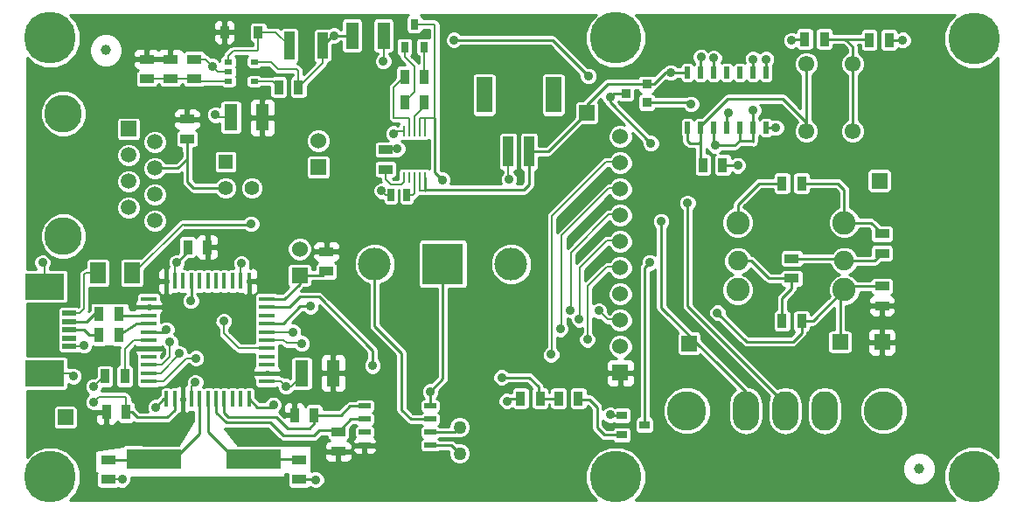
<source format=gtl>
G04 (created by PCBNEW (2013-05-31 BZR 4019)-stable) date 7/20/2013 4:15:11 PM*
%MOIN*%
G04 Gerber Fmt 3.4, Leading zero omitted, Abs format*
%FSLAX34Y34*%
G01*
G70*
G90*
G04 APERTURE LIST*
%ADD10C,0.00590551*%
%ADD11R,0.016X0.06*%
%ADD12R,0.06X0.016*%
%ADD13R,0.0315X0.0394*%
%ADD14R,0.05X0.1*%
%ADD15R,0.06X0.08*%
%ADD16R,0.055X0.035*%
%ADD17R,0.035X0.055*%
%ADD18R,0.0106X0.0394*%
%ADD19R,0.1496X0.0984*%
%ADD20R,0.0551X0.0197*%
%ADD21R,0.0358X0.048*%
%ADD22R,0.03X0.02*%
%ADD23R,0.0393701X0.0984252*%
%ADD24R,0.0393701X0.106299*%
%ADD25C,0.06*%
%ADD26R,0.06X0.06*%
%ADD27R,0.045X0.02*%
%ADD28R,0.055X0.055*%
%ADD29C,0.055*%
%ADD30R,0.025X0.045*%
%ADD31C,0.19685*%
%ADD32C,0.089*%
%ADD33C,0.0752*%
%ADD34C,0.0393701*%
%ADD35R,0.21X0.076*%
%ADD36O,0.1X0.15*%
%ADD37C,0.15*%
%ADD38R,0.156X0.156*%
%ADD39C,0.125*%
%ADD40C,0.1437*%
%ADD41R,0.0591X0.0591*%
%ADD42C,0.0591*%
%ADD43R,0.0393701X0.11811*%
%ADD44R,0.0590551X0.133858*%
%ADD45C,0.061*%
%ADD46R,0.0394X0.0315*%
%ADD47R,0.02X0.045*%
%ADD48R,0.036X0.036*%
%ADD49C,0.05*%
%ADD50C,0.035*%
%ADD51C,0.01*%
%ADD52C,0.008*%
G04 APERTURE END LIST*
G54D10*
G54D11*
X26100Y-24329D03*
X25785Y-24329D03*
X25470Y-24329D03*
X25155Y-24329D03*
X24840Y-24329D03*
X24525Y-24329D03*
X26415Y-24329D03*
X26730Y-24329D03*
X27045Y-24329D03*
X27360Y-24329D03*
X27675Y-24329D03*
X26100Y-28829D03*
X25785Y-28829D03*
X25470Y-28829D03*
X25155Y-28829D03*
X24840Y-28829D03*
X24525Y-28829D03*
X26415Y-28829D03*
X26730Y-28829D03*
X27045Y-28829D03*
X27360Y-28829D03*
X27675Y-28829D03*
G54D12*
X23850Y-26579D03*
X28350Y-26579D03*
X23850Y-26894D03*
X28350Y-26894D03*
X28350Y-27209D03*
X23850Y-27209D03*
X23850Y-27524D03*
X28350Y-27524D03*
X28350Y-27839D03*
X23850Y-27839D03*
X23850Y-28154D03*
X28350Y-28154D03*
X28350Y-26264D03*
X23850Y-26264D03*
X23850Y-25949D03*
X28350Y-25949D03*
X28350Y-25634D03*
X23850Y-25634D03*
X23850Y-25319D03*
X28350Y-25319D03*
X28350Y-25004D03*
X23850Y-25004D03*
G54D13*
X33974Y-14532D03*
X34349Y-15398D03*
X33599Y-15398D03*
G54D14*
X30879Y-27842D03*
X29679Y-27842D03*
X31603Y-14965D03*
X32803Y-14965D03*
X28179Y-18092D03*
X26979Y-18092D03*
G54D15*
X23207Y-24020D03*
X21907Y-24020D03*
G54D16*
X23779Y-16617D03*
X23779Y-15867D03*
G54D17*
X22239Y-29330D03*
X22989Y-29330D03*
X26082Y-23036D03*
X25332Y-23036D03*
X22704Y-25592D03*
X21954Y-25592D03*
X22704Y-26392D03*
X21954Y-26392D03*
X22932Y-27957D03*
X22182Y-27957D03*
G54D16*
X25579Y-16617D03*
X25579Y-15867D03*
X24679Y-16617D03*
X24679Y-15867D03*
G54D17*
X29554Y-16942D03*
X28804Y-16942D03*
G54D18*
X34374Y-18617D03*
X34174Y-18617D03*
X33974Y-18617D03*
X33774Y-18617D03*
X33574Y-18617D03*
X33574Y-20367D03*
X33774Y-20367D03*
X33974Y-20367D03*
X34174Y-20367D03*
X34374Y-20367D03*
G54D19*
X19880Y-27839D03*
X19880Y-24531D03*
G54D20*
X20825Y-26815D03*
X20825Y-26500D03*
X20825Y-25555D03*
X20825Y-25870D03*
X20825Y-26185D03*
G54D21*
X28023Y-14842D03*
X26735Y-14842D03*
G54D22*
X26879Y-15967D03*
X26879Y-16717D03*
X27879Y-15967D03*
X26879Y-16342D03*
X27879Y-16717D03*
G54D23*
X30470Y-15358D03*
G54D24*
X29211Y-15358D03*
G54D25*
X41830Y-18826D03*
X41830Y-19826D03*
X41830Y-22826D03*
X41830Y-23826D03*
G54D26*
X41830Y-27826D03*
G54D25*
X41830Y-26826D03*
X41830Y-25826D03*
X41830Y-24826D03*
X41830Y-21826D03*
X41830Y-20826D03*
G54D17*
X33599Y-17524D03*
X34349Y-17524D03*
X33599Y-16540D03*
X34349Y-16540D03*
G54D26*
X29599Y-24102D03*
G54D25*
X29599Y-23102D03*
G54D16*
X30619Y-23207D03*
X30619Y-23957D03*
G54D27*
X32079Y-30592D03*
X32079Y-30092D03*
X32079Y-29592D03*
X32079Y-29092D03*
X34579Y-29092D03*
X34579Y-29592D03*
X34579Y-30092D03*
X34579Y-30592D03*
G54D28*
X26781Y-19780D03*
G54D29*
X26781Y-20780D03*
X27781Y-20780D03*
G54D16*
X31079Y-30067D03*
X31079Y-30817D03*
G54D17*
X30154Y-29442D03*
X29404Y-29442D03*
G54D16*
X32879Y-20067D03*
X32879Y-19317D03*
G54D30*
X33679Y-21042D03*
X33079Y-21042D03*
G54D16*
X25314Y-18155D03*
X25314Y-18905D03*
G54D31*
X20096Y-15063D03*
X41651Y-15063D03*
X20096Y-31795D03*
X41651Y-31795D03*
G54D16*
X51800Y-22525D03*
X51800Y-23275D03*
G54D17*
X48739Y-20600D03*
X47989Y-20600D03*
G54D16*
X48364Y-24225D03*
X48364Y-23475D03*
G54D17*
X47989Y-25850D03*
X48739Y-25850D03*
G54D16*
X51800Y-25275D03*
X51800Y-24525D03*
G54D32*
X50364Y-22100D03*
G54D33*
X50364Y-23557D03*
G54D32*
X50364Y-24659D03*
X46309Y-24659D03*
G54D33*
X46309Y-23557D03*
G54D32*
X46309Y-22100D03*
G54D31*
X55314Y-15080D03*
X55314Y-31780D03*
G54D34*
X53214Y-31480D03*
X22214Y-15530D03*
G54D16*
X29594Y-31895D03*
X29594Y-31145D03*
X22304Y-31895D03*
X22304Y-31145D03*
G54D35*
X24064Y-31130D03*
X27864Y-31130D03*
G54D36*
X46610Y-29271D03*
X48110Y-29271D03*
X49610Y-29271D03*
G54D37*
X44360Y-29271D03*
X51860Y-29271D03*
G54D38*
X35064Y-23680D03*
G54D39*
X37664Y-23680D03*
X32464Y-23680D03*
G54D40*
X20588Y-22618D03*
X20588Y-17945D03*
G54D41*
X23088Y-18530D03*
G54D42*
X24088Y-19030D03*
X23088Y-19530D03*
X24088Y-20030D03*
X23088Y-20530D03*
X24088Y-21030D03*
X23088Y-21530D03*
X24088Y-22030D03*
G54D43*
X37560Y-19391D03*
X38348Y-19391D03*
G54D44*
X36635Y-17226D03*
X39273Y-17226D03*
G54D45*
X50689Y-16042D03*
X48917Y-16042D03*
X50689Y-18602D03*
X48917Y-18602D03*
G54D46*
X42755Y-29822D03*
X41889Y-30197D03*
X41889Y-29447D03*
G54D47*
X44385Y-18481D03*
X44885Y-18481D03*
X45385Y-18481D03*
X45885Y-18481D03*
X46385Y-18481D03*
X46885Y-18481D03*
X47385Y-18481D03*
X47385Y-16381D03*
X46885Y-16381D03*
X46385Y-16381D03*
X45885Y-16381D03*
X45385Y-16381D03*
X44885Y-16381D03*
X44385Y-16381D03*
G54D17*
X48857Y-15098D03*
X49607Y-15098D03*
X51317Y-15137D03*
X52067Y-15137D03*
X44979Y-19901D03*
X45729Y-19901D03*
X40225Y-28800D03*
X39475Y-28800D03*
G54D48*
X42840Y-16815D03*
X42840Y-17515D03*
X42040Y-17165D03*
G54D26*
X30314Y-19988D03*
G54D25*
X30314Y-18988D03*
G54D26*
X40551Y-17913D03*
X20669Y-29527D03*
G54D17*
X38025Y-28800D03*
X38775Y-28800D03*
G54D49*
X35700Y-30900D03*
X35700Y-29900D03*
G54D26*
X44450Y-26700D03*
X51800Y-26650D03*
X50200Y-26650D03*
X51700Y-20500D03*
G54D50*
X45531Y-25531D03*
X25454Y-25080D03*
X42992Y-19074D03*
X43385Y-22047D03*
X30923Y-14965D03*
X35492Y-15137D03*
X40610Y-16515D03*
X41437Y-17322D03*
X43740Y-16377D03*
X44389Y-21358D03*
X32381Y-27559D03*
X39535Y-26156D03*
X29348Y-26264D03*
X29683Y-26707D03*
X30019Y-25295D03*
X41002Y-25457D03*
X25648Y-27268D03*
X40569Y-26559D03*
X25018Y-27091D03*
X40264Y-25791D03*
X26711Y-25860D03*
X37300Y-28000D03*
X28600Y-29050D03*
X21751Y-28937D03*
X24663Y-26658D03*
X39929Y-25437D03*
X24112Y-29138D03*
X39191Y-27130D03*
X27755Y-22145D03*
X35039Y-20472D03*
X44527Y-17578D03*
X46299Y-19921D03*
X45964Y-17913D03*
X37500Y-28900D03*
X52598Y-15137D03*
X47755Y-18484D03*
X47381Y-15866D03*
X46889Y-15866D03*
X45393Y-15826D03*
X44901Y-15787D03*
X22834Y-31889D03*
X21751Y-28346D03*
X41437Y-29429D03*
X34579Y-28542D03*
X30224Y-31900D03*
X27379Y-23662D03*
X24919Y-23626D03*
X26379Y-17992D03*
X26279Y-16142D03*
X37579Y-20460D03*
X29079Y-28342D03*
X25629Y-28192D03*
X33329Y-19292D03*
X32729Y-20892D03*
X19801Y-23626D03*
X20982Y-27957D03*
X21376Y-26776D03*
X32793Y-15949D03*
X33187Y-18705D03*
X24525Y-26185D03*
X48346Y-15157D03*
X46889Y-17814D03*
X45433Y-19153D03*
X42952Y-23622D03*
G54D51*
X50200Y-26650D02*
X50200Y-24824D01*
X50200Y-24824D02*
X50364Y-24659D01*
X51800Y-24525D02*
X50499Y-24525D01*
X50499Y-24525D02*
X50364Y-24659D01*
X48739Y-26300D02*
X48739Y-25850D01*
X48405Y-26633D02*
X48739Y-26300D01*
X46633Y-26633D02*
X48405Y-26633D01*
X45531Y-25531D02*
X46633Y-26633D01*
X25470Y-25064D02*
X25470Y-24329D01*
X25454Y-25080D02*
X25470Y-25064D01*
X48739Y-25850D02*
X49173Y-25850D01*
X49173Y-25850D02*
X50364Y-24659D01*
X44450Y-26700D02*
X44750Y-26700D01*
X44750Y-26700D02*
X45700Y-27650D01*
X43385Y-22047D02*
X43385Y-25335D01*
X46610Y-28560D02*
X46610Y-29271D01*
X43385Y-25335D02*
X45700Y-27650D01*
X45700Y-27650D02*
X46610Y-28560D01*
X41437Y-17322D02*
X41437Y-17519D01*
X41437Y-17519D02*
X42992Y-19074D01*
X42040Y-17165D02*
X41594Y-17165D01*
X39232Y-15137D02*
X35492Y-15137D01*
X40610Y-16515D02*
X39232Y-15137D01*
X41594Y-17165D02*
X41437Y-17322D01*
G54D52*
X27879Y-15967D02*
X28504Y-15967D01*
X29554Y-16317D02*
X29554Y-16942D01*
X29479Y-16242D02*
X29554Y-16317D01*
X28779Y-16242D02*
X29479Y-16242D01*
X28504Y-15967D02*
X28779Y-16242D01*
X30470Y-15358D02*
X30470Y-16026D01*
X30470Y-16026D02*
X29554Y-16942D01*
G54D51*
X31603Y-14965D02*
X30923Y-14965D01*
X30923Y-14965D02*
X30864Y-14965D01*
X30864Y-14965D02*
X30470Y-15358D01*
X44389Y-21358D02*
X44389Y-25289D01*
X48110Y-29010D02*
X48110Y-29271D01*
X44389Y-25289D02*
X48110Y-29010D01*
X40551Y-17913D02*
X40551Y-17598D01*
X40551Y-17598D02*
X41334Y-16815D01*
X41334Y-16815D02*
X42840Y-16815D01*
X43740Y-16377D02*
X43740Y-16381D01*
X42840Y-16815D02*
X43105Y-16815D01*
X43105Y-16815D02*
X43539Y-16381D01*
X43539Y-16381D02*
X43740Y-16381D01*
X43740Y-16381D02*
X44385Y-16381D01*
X38348Y-19391D02*
X39072Y-19391D01*
X39072Y-19391D02*
X40551Y-17913D01*
X34374Y-20850D02*
X38150Y-20850D01*
X38348Y-20651D02*
X38348Y-19391D01*
X38150Y-20850D02*
X38348Y-20651D01*
X34374Y-20367D02*
X34374Y-20850D01*
X34374Y-20850D02*
X34374Y-20864D01*
G54D52*
X34174Y-20367D02*
X34174Y-20867D01*
X34368Y-20870D02*
X34374Y-20864D01*
X34177Y-20870D02*
X34368Y-20870D01*
X34174Y-20867D02*
X34177Y-20870D01*
G54D51*
X28350Y-25319D02*
X29208Y-25319D01*
X29606Y-24921D02*
X30334Y-24921D01*
X29208Y-25319D02*
X29606Y-24921D01*
X32381Y-26968D02*
X32381Y-27559D01*
X30334Y-24921D02*
X32381Y-26968D01*
X23850Y-25949D02*
X23384Y-25949D01*
X22723Y-26392D02*
X22704Y-26392D01*
X23384Y-25949D02*
X22723Y-26392D01*
X23850Y-25634D02*
X22743Y-25631D01*
X22743Y-25631D02*
X22704Y-25592D01*
G54D52*
X28350Y-26264D02*
X29348Y-26264D01*
X29348Y-26264D02*
X29348Y-26264D01*
X41386Y-20791D02*
X41848Y-20791D01*
X39535Y-26156D02*
X39594Y-26097D01*
X39594Y-26097D02*
X39594Y-22583D01*
X39594Y-22583D02*
X41386Y-20791D01*
X28350Y-26579D02*
X28984Y-26579D01*
X29102Y-26697D02*
X29673Y-26697D01*
X29673Y-26697D02*
X29683Y-26707D01*
X28984Y-26579D02*
X29102Y-26697D01*
G54D51*
X28350Y-25949D02*
X28971Y-25949D01*
X29625Y-25295D02*
X30019Y-25295D01*
X28971Y-25949D02*
X29625Y-25295D01*
G54D52*
X41337Y-25791D02*
X41848Y-25791D01*
X41002Y-25457D02*
X41337Y-25791D01*
X23850Y-28154D02*
X24407Y-28154D01*
X25293Y-27268D02*
X25648Y-27268D01*
X24407Y-28154D02*
X25293Y-27268D01*
X40588Y-26540D02*
X40588Y-24522D01*
X40569Y-26559D02*
X40588Y-26540D01*
X40588Y-24522D02*
X41319Y-23791D01*
X41319Y-23791D02*
X41848Y-23791D01*
X23850Y-27839D02*
X24309Y-27839D01*
X25018Y-27130D02*
X25018Y-27091D01*
X24309Y-27839D02*
X25018Y-27130D01*
X41305Y-22791D02*
X41848Y-22791D01*
X40264Y-25791D02*
X40274Y-25782D01*
X40274Y-25782D02*
X40274Y-23823D01*
X40274Y-23823D02*
X41305Y-22791D01*
G54D51*
X24088Y-20030D02*
X24964Y-20030D01*
X25329Y-19665D02*
X25314Y-18905D01*
X24964Y-20030D02*
X25329Y-19665D01*
X26781Y-20780D02*
X25563Y-20780D01*
X25563Y-20780D02*
X25329Y-20546D01*
X25329Y-20546D02*
X25314Y-18905D01*
G54D52*
X28350Y-26894D02*
X27281Y-26894D01*
X26711Y-26323D02*
X26711Y-25860D01*
X27281Y-26894D02*
X26711Y-26323D01*
G54D51*
X39475Y-28800D02*
X38775Y-28800D01*
X38775Y-28800D02*
X38700Y-28725D01*
X38700Y-28725D02*
X38700Y-28350D01*
X38700Y-28350D02*
X38350Y-28000D01*
X38350Y-28000D02*
X37300Y-28000D01*
X28600Y-29050D02*
X28500Y-29150D01*
X28500Y-29150D02*
X27996Y-29150D01*
X27996Y-29150D02*
X27675Y-28829D01*
G54D52*
X22989Y-29330D02*
X22989Y-28796D01*
X21948Y-28740D02*
X21751Y-28937D01*
X22933Y-28740D02*
X21948Y-28740D01*
X22989Y-28796D02*
X22933Y-28740D01*
G54D51*
X22989Y-29330D02*
X23214Y-29330D01*
X24840Y-29254D02*
X24840Y-28829D01*
X24564Y-29530D02*
X24840Y-29254D01*
X23414Y-29530D02*
X24564Y-29530D01*
X23214Y-29330D02*
X23414Y-29530D01*
G54D52*
X23850Y-27524D02*
X24348Y-27524D01*
X24663Y-27209D02*
X24663Y-26658D01*
X24348Y-27524D02*
X24663Y-27209D01*
X41380Y-21791D02*
X41848Y-21791D01*
X39939Y-23232D02*
X41380Y-21791D01*
X39939Y-25427D02*
X39939Y-23232D01*
X39929Y-25437D02*
X39939Y-25427D01*
G54D51*
X26804Y-29720D02*
X28484Y-29720D01*
X28484Y-29720D02*
X28994Y-30230D01*
X26415Y-28829D02*
X26415Y-29332D01*
X26415Y-29332D02*
X26804Y-29720D01*
X31033Y-30020D02*
X31079Y-30067D01*
X28994Y-30230D02*
X30154Y-30230D01*
X30154Y-30230D02*
X30364Y-30020D01*
X30364Y-30020D02*
X31033Y-30020D01*
X32079Y-29592D02*
X31554Y-29592D01*
X31554Y-29592D02*
X31079Y-30067D01*
X30154Y-29442D02*
X30154Y-29760D01*
X26730Y-29357D02*
X26730Y-28829D01*
X26884Y-29510D02*
X26730Y-29357D01*
X28704Y-29510D02*
X26884Y-29510D01*
X29134Y-29940D02*
X28704Y-29510D01*
X29974Y-29940D02*
X29134Y-29940D01*
X30154Y-29760D02*
X29974Y-29940D01*
X30154Y-29442D02*
X31179Y-29442D01*
X31529Y-29092D02*
X32079Y-29092D01*
X31179Y-29442D02*
X31529Y-29092D01*
X24525Y-28829D02*
X24421Y-28829D01*
X24421Y-28829D02*
X24112Y-29138D01*
G54D52*
X41274Y-19791D02*
X41848Y-19791D01*
X39191Y-27130D02*
X39211Y-27110D01*
X39211Y-27110D02*
X39211Y-21854D01*
X39211Y-21854D02*
X41274Y-19791D01*
G54D51*
X20825Y-25870D02*
X21494Y-25870D01*
X21770Y-25595D02*
X21954Y-25592D01*
X21494Y-25870D02*
X21770Y-25595D01*
X20825Y-26185D02*
X21376Y-26185D01*
X21573Y-26382D02*
X21954Y-26392D01*
X21376Y-26185D02*
X21573Y-26382D01*
G54D52*
X20825Y-25555D02*
X21216Y-25555D01*
X21451Y-24020D02*
X21907Y-24020D01*
X21379Y-24092D02*
X21451Y-24020D01*
X21379Y-25392D02*
X21379Y-24092D01*
X21216Y-25555D02*
X21379Y-25392D01*
G54D51*
X27731Y-22169D02*
X25196Y-22169D01*
X27755Y-22145D02*
X27731Y-22169D01*
X34762Y-20195D02*
X34762Y-18114D01*
X35039Y-20472D02*
X34762Y-20195D01*
G54D52*
X25136Y-22169D02*
X25196Y-22169D01*
X23207Y-24020D02*
X23285Y-24020D01*
X23285Y-24020D02*
X25136Y-22169D01*
X23207Y-24020D02*
X23207Y-23964D01*
X33974Y-14532D02*
X34722Y-14532D01*
X34722Y-14532D02*
X34762Y-14571D01*
X34762Y-14571D02*
X34762Y-18114D01*
X34368Y-18114D02*
X34762Y-18114D01*
X34174Y-18617D02*
X34174Y-18117D01*
X34374Y-18121D02*
X34374Y-18617D01*
X34368Y-18114D02*
X34374Y-18121D01*
X34177Y-18114D02*
X34368Y-18114D01*
X34174Y-18117D02*
X34177Y-18114D01*
G54D51*
X28350Y-25004D02*
X29031Y-25004D01*
X29599Y-24435D02*
X29599Y-24102D01*
X29031Y-25004D02*
X29599Y-24435D01*
X29599Y-24102D02*
X30474Y-24102D01*
X30474Y-24102D02*
X30619Y-23957D01*
X44464Y-17515D02*
X42840Y-17515D01*
X44527Y-17578D02*
X44464Y-17515D01*
X45885Y-18481D02*
X45885Y-17992D01*
X46279Y-19901D02*
X45729Y-19901D01*
X46299Y-19921D02*
X46279Y-19901D01*
X45885Y-17992D02*
X45964Y-17913D01*
X38025Y-28800D02*
X37600Y-28800D01*
X37600Y-28800D02*
X37500Y-28900D01*
X52067Y-15137D02*
X52598Y-15137D01*
X47385Y-18481D02*
X47753Y-18481D01*
X47753Y-18481D02*
X47755Y-18484D01*
X47385Y-16381D02*
X47385Y-15870D01*
X47385Y-15870D02*
X47381Y-15866D01*
X46885Y-16381D02*
X46885Y-15870D01*
X46885Y-15870D02*
X46889Y-15866D01*
X45385Y-16381D02*
X45385Y-15834D01*
X45385Y-15834D02*
X45393Y-15826D01*
X44885Y-16381D02*
X44885Y-15803D01*
X44885Y-15803D02*
X44901Y-15787D01*
G54D52*
X22304Y-31895D02*
X22828Y-31895D01*
X22828Y-31895D02*
X22834Y-31889D01*
X22182Y-27957D02*
X22141Y-27957D01*
X22141Y-27957D02*
X21751Y-28346D01*
G54D51*
X41889Y-29447D02*
X41455Y-29447D01*
X41455Y-29447D02*
X41437Y-29429D01*
X34579Y-29092D02*
X34579Y-28542D01*
X35064Y-23680D02*
X35064Y-28057D01*
X35064Y-28057D02*
X34579Y-28542D01*
X29594Y-31895D02*
X30219Y-31895D01*
X30219Y-31895D02*
X30224Y-31900D01*
G54D52*
X27360Y-24329D02*
X27360Y-23681D01*
X27360Y-23681D02*
X27379Y-23662D01*
X24840Y-24329D02*
X24840Y-23705D01*
X24840Y-23705D02*
X24919Y-23626D01*
X26979Y-18092D02*
X26479Y-18092D01*
X26479Y-18092D02*
X26379Y-17992D01*
X25579Y-15867D02*
X26004Y-15867D01*
X26479Y-16342D02*
X26279Y-16142D01*
X26479Y-16342D02*
X26879Y-16342D01*
X26004Y-15867D02*
X26279Y-16142D01*
X37561Y-18918D02*
X37561Y-20442D01*
X37561Y-20442D02*
X37579Y-20460D01*
X29079Y-28342D02*
X29279Y-28342D01*
X28891Y-28154D02*
X29079Y-28342D01*
X28350Y-28154D02*
X28891Y-28154D01*
X29279Y-28342D02*
X29779Y-27842D01*
X25470Y-28829D02*
X25470Y-28351D01*
X25470Y-28351D02*
X25629Y-28192D01*
X32879Y-19317D02*
X33304Y-19317D01*
X33304Y-19317D02*
X33329Y-19292D01*
X33079Y-21042D02*
X32879Y-21042D01*
X32879Y-21042D02*
X32729Y-20892D01*
X19880Y-24531D02*
X19880Y-23705D01*
X19880Y-23705D02*
X19801Y-23626D01*
X19880Y-27839D02*
X20865Y-27839D01*
X20865Y-27839D02*
X20982Y-27957D01*
X20825Y-26815D02*
X21336Y-26815D01*
X21336Y-26815D02*
X21376Y-26776D01*
X32803Y-14965D02*
X32803Y-15940D01*
X32803Y-15940D02*
X32793Y-15949D01*
X33574Y-18617D02*
X33275Y-18617D01*
X33275Y-18617D02*
X33187Y-18705D01*
G54D51*
X25332Y-23036D02*
X25332Y-23214D01*
X25332Y-23214D02*
X24919Y-23626D01*
X23850Y-26264D02*
X24447Y-26264D01*
X24447Y-26264D02*
X24525Y-26185D01*
G54D52*
X33574Y-20367D02*
X33574Y-20547D01*
X32879Y-20442D02*
X32879Y-20067D01*
X33079Y-20642D02*
X32879Y-20442D01*
X33479Y-20642D02*
X33079Y-20642D01*
X33574Y-20547D02*
X33479Y-20642D01*
X33974Y-20367D02*
X33974Y-20997D01*
X33929Y-21042D02*
X33679Y-21042D01*
X33974Y-20997D02*
X33929Y-21042D01*
X33599Y-17524D02*
X33599Y-17505D01*
X33599Y-15771D02*
X33599Y-15398D01*
X33974Y-16146D02*
X33599Y-15771D01*
X33974Y-17130D02*
X33974Y-16146D01*
X33599Y-17505D02*
X33974Y-17130D01*
X33774Y-18617D02*
X33774Y-18117D01*
X33581Y-16540D02*
X33599Y-16540D01*
X33187Y-16933D02*
X33581Y-16540D01*
X33187Y-18114D02*
X33187Y-16933D01*
X33771Y-18114D02*
X33187Y-18114D01*
X33774Y-18117D02*
X33771Y-18114D01*
X34349Y-15398D02*
X34349Y-16540D01*
X33974Y-18617D02*
X33974Y-18063D01*
X34349Y-17688D02*
X34349Y-17524D01*
X33974Y-18063D02*
X34349Y-17688D01*
X23779Y-16617D02*
X24679Y-16617D01*
X24679Y-16617D02*
X25579Y-16617D01*
X26879Y-16717D02*
X25679Y-16717D01*
X25679Y-16717D02*
X25579Y-16617D01*
X26879Y-15967D02*
X26879Y-15742D01*
X28023Y-15498D02*
X28023Y-14842D01*
X27979Y-15542D02*
X28023Y-15498D01*
X27079Y-15542D02*
X27979Y-15542D01*
X26879Y-15742D02*
X27079Y-15542D01*
X28023Y-14842D02*
X28694Y-14842D01*
X28694Y-14842D02*
X29211Y-15358D01*
X27879Y-16717D02*
X28579Y-16717D01*
X28579Y-16717D02*
X28804Y-16942D01*
G54D51*
X27864Y-31130D02*
X29579Y-31130D01*
X29579Y-31130D02*
X29594Y-31145D01*
X26100Y-28829D02*
X26100Y-30077D01*
X27154Y-31130D02*
X27864Y-31130D01*
X26100Y-30077D02*
X27154Y-31130D01*
G54D52*
X22932Y-27957D02*
X22932Y-26913D01*
X22932Y-26913D02*
X23266Y-26579D01*
X23850Y-26579D02*
X23266Y-26579D01*
G54D51*
X22304Y-31145D02*
X24049Y-31145D01*
X24049Y-31145D02*
X24064Y-31130D01*
X25785Y-28829D02*
X25785Y-30159D01*
X24814Y-31130D02*
X24064Y-31130D01*
X25785Y-30159D02*
X24814Y-31130D01*
X32464Y-23680D02*
X32464Y-26052D01*
X32464Y-26052D02*
X33482Y-27071D01*
X33482Y-29236D02*
X33482Y-27071D01*
X34579Y-29592D02*
X33838Y-29592D01*
X33838Y-29592D02*
X33482Y-29236D01*
X34579Y-30592D02*
X35392Y-30592D01*
X35392Y-30592D02*
X35700Y-30900D01*
X34579Y-30092D02*
X35507Y-30092D01*
X35507Y-30092D02*
X35700Y-29900D01*
X46309Y-23557D02*
X46821Y-23557D01*
X47489Y-24225D02*
X48364Y-24225D01*
X46821Y-23557D02*
X47489Y-24225D01*
X48364Y-24225D02*
X48364Y-24600D01*
X47989Y-24975D02*
X47989Y-25850D01*
X48364Y-24600D02*
X47989Y-24975D01*
X47989Y-20600D02*
X47114Y-20600D01*
X46309Y-21405D02*
X46309Y-22100D01*
X47114Y-20600D02*
X46309Y-21405D01*
X50364Y-23557D02*
X51517Y-23557D01*
X51517Y-23557D02*
X51800Y-23275D01*
X48364Y-23475D02*
X50282Y-23475D01*
X50282Y-23475D02*
X50364Y-23557D01*
X50364Y-22100D02*
X51375Y-22100D01*
X51375Y-22100D02*
X51800Y-22525D01*
X48739Y-20600D02*
X50114Y-20600D01*
X50364Y-20850D02*
X50364Y-22100D01*
X50114Y-20600D02*
X50364Y-20850D01*
X41889Y-30197D02*
X41221Y-30197D01*
X40649Y-28838D02*
X40237Y-28838D01*
X40944Y-29133D02*
X40649Y-28838D01*
X40944Y-29921D02*
X40944Y-29133D01*
X41221Y-30197D02*
X40944Y-29921D01*
X49607Y-15098D02*
X51278Y-15098D01*
X51278Y-15098D02*
X51317Y-15137D01*
X50689Y-18602D02*
X50689Y-16042D01*
X50689Y-16042D02*
X50689Y-15393D01*
X50393Y-15098D02*
X49607Y-15098D01*
X50689Y-15393D02*
X50393Y-15098D01*
X44885Y-18481D02*
X44885Y-19808D01*
X44885Y-19808D02*
X44979Y-19901D01*
X44885Y-18481D02*
X44885Y-18421D01*
X48917Y-18267D02*
X48917Y-18602D01*
X48031Y-17381D02*
X48917Y-18267D01*
X45925Y-17381D02*
X48031Y-17381D01*
X44885Y-18421D02*
X45925Y-17381D01*
X48917Y-18602D02*
X48917Y-16042D01*
X44385Y-18481D02*
X44385Y-18992D01*
X44885Y-18992D02*
X44885Y-18481D01*
X44803Y-19074D02*
X44885Y-18992D01*
X44468Y-19074D02*
X44803Y-19074D01*
X44385Y-18992D02*
X44468Y-19074D01*
X46885Y-18481D02*
X46885Y-17818D01*
X48405Y-15098D02*
X48857Y-15098D01*
X48346Y-15157D02*
X48405Y-15098D01*
X46885Y-17818D02*
X46889Y-17814D01*
X46385Y-18481D02*
X46385Y-18964D01*
X46385Y-18964D02*
X46196Y-19153D01*
X46196Y-19153D02*
X45433Y-19153D01*
X42755Y-29822D02*
X42755Y-23818D01*
X45385Y-19106D02*
X45385Y-18481D01*
X45433Y-19153D02*
X45385Y-19106D01*
X42755Y-23818D02*
X42952Y-23622D01*
X46885Y-18481D02*
X46885Y-19011D01*
X46417Y-18996D02*
X46385Y-18964D01*
X46870Y-18996D02*
X46417Y-18996D01*
X46885Y-19011D02*
X46870Y-18996D01*
G54D10*
G36*
X56216Y-31050D02*
X55968Y-30802D01*
X55544Y-30626D01*
X55085Y-30626D01*
X54661Y-30801D01*
X54336Y-31126D01*
X54160Y-31550D01*
X54159Y-32009D01*
X54335Y-32433D01*
X54579Y-32679D01*
X53854Y-32679D01*
X53854Y-31354D01*
X53757Y-31118D01*
X53577Y-30938D01*
X53342Y-30840D01*
X53087Y-30840D01*
X52943Y-30899D01*
X52943Y-15069D01*
X52891Y-14942D01*
X52794Y-14845D01*
X52667Y-14792D01*
X52530Y-14792D01*
X52412Y-14841D01*
X52412Y-14829D01*
X52387Y-14766D01*
X52339Y-14718D01*
X52276Y-14692D01*
X52209Y-14692D01*
X51859Y-14692D01*
X51796Y-14718D01*
X51748Y-14766D01*
X51722Y-14828D01*
X51722Y-14896D01*
X51722Y-15446D01*
X51748Y-15508D01*
X51796Y-15556D01*
X51858Y-15582D01*
X51926Y-15582D01*
X52276Y-15582D01*
X52339Y-15556D01*
X52386Y-15509D01*
X52412Y-15446D01*
X52412Y-15434D01*
X52529Y-15482D01*
X52666Y-15482D01*
X52793Y-15430D01*
X52890Y-15333D01*
X52943Y-15206D01*
X52943Y-15069D01*
X52943Y-30899D01*
X52851Y-30937D01*
X52780Y-31008D01*
X52780Y-29089D01*
X52640Y-28751D01*
X52382Y-28492D01*
X52350Y-28478D01*
X52350Y-26900D01*
X52350Y-26399D01*
X52349Y-26300D01*
X52325Y-26240D01*
X52325Y-25499D01*
X52325Y-25050D01*
X52287Y-24958D01*
X52216Y-24888D01*
X52140Y-24856D01*
X52171Y-24844D01*
X52219Y-24796D01*
X52244Y-24733D01*
X52245Y-24666D01*
X52245Y-24316D01*
X52219Y-24253D01*
X52171Y-24205D01*
X52108Y-24180D01*
X52041Y-24179D01*
X51491Y-24179D01*
X51428Y-24205D01*
X51380Y-24253D01*
X51359Y-24305D01*
X50878Y-24305D01*
X50712Y-24138D01*
X50550Y-24071D01*
X50673Y-24021D01*
X50826Y-23867D01*
X50864Y-23777D01*
X51517Y-23777D01*
X51601Y-23761D01*
X51601Y-23761D01*
X51672Y-23713D01*
X51766Y-23620D01*
X52108Y-23620D01*
X52171Y-23594D01*
X52219Y-23546D01*
X52244Y-23483D01*
X52245Y-23416D01*
X52245Y-23066D01*
X52245Y-22666D01*
X52245Y-22316D01*
X52219Y-22253D01*
X52171Y-22205D01*
X52170Y-22205D01*
X52170Y-20766D01*
X52170Y-20166D01*
X52144Y-20103D01*
X52096Y-20055D01*
X52033Y-20030D01*
X51966Y-20029D01*
X51662Y-20029D01*
X51662Y-15379D01*
X51662Y-14829D01*
X51637Y-14766D01*
X51589Y-14718D01*
X51526Y-14692D01*
X51459Y-14692D01*
X51109Y-14692D01*
X51046Y-14718D01*
X50998Y-14766D01*
X50972Y-14828D01*
X50972Y-14878D01*
X50393Y-14878D01*
X49952Y-14878D01*
X49952Y-14789D01*
X49926Y-14727D01*
X49878Y-14679D01*
X49816Y-14653D01*
X49748Y-14653D01*
X49398Y-14653D01*
X49336Y-14679D01*
X49288Y-14727D01*
X49262Y-14789D01*
X49262Y-14857D01*
X49262Y-15407D01*
X49288Y-15469D01*
X49335Y-15517D01*
X49398Y-15543D01*
X49465Y-15543D01*
X49815Y-15543D01*
X49878Y-15517D01*
X49926Y-15469D01*
X49952Y-15407D01*
X49952Y-15339D01*
X49952Y-15318D01*
X50302Y-15318D01*
X50469Y-15485D01*
X50469Y-15619D01*
X50420Y-15639D01*
X50286Y-15773D01*
X50214Y-15947D01*
X50214Y-16136D01*
X50286Y-16311D01*
X50419Y-16445D01*
X50469Y-16465D01*
X50469Y-18179D01*
X50420Y-18199D01*
X50286Y-18333D01*
X50214Y-18507D01*
X50214Y-18696D01*
X50286Y-18871D01*
X50419Y-19005D01*
X50594Y-19077D01*
X50783Y-19077D01*
X50957Y-19005D01*
X51091Y-18872D01*
X51164Y-18697D01*
X51164Y-18508D01*
X51092Y-18334D01*
X50958Y-18200D01*
X50909Y-18179D01*
X50909Y-16465D01*
X50957Y-16445D01*
X51091Y-16312D01*
X51164Y-16137D01*
X51164Y-15948D01*
X51092Y-15774D01*
X50958Y-15640D01*
X50909Y-15619D01*
X50909Y-15393D01*
X50894Y-15318D01*
X50972Y-15318D01*
X50972Y-15446D01*
X50998Y-15508D01*
X51046Y-15556D01*
X51108Y-15582D01*
X51176Y-15582D01*
X51526Y-15582D01*
X51589Y-15556D01*
X51636Y-15509D01*
X51662Y-15446D01*
X51662Y-15379D01*
X51662Y-20029D01*
X51366Y-20029D01*
X51303Y-20055D01*
X51255Y-20103D01*
X51230Y-20166D01*
X51229Y-20233D01*
X51229Y-20833D01*
X51255Y-20896D01*
X51303Y-20944D01*
X51366Y-20969D01*
X51433Y-20970D01*
X52033Y-20970D01*
X52096Y-20944D01*
X52144Y-20896D01*
X52169Y-20833D01*
X52170Y-20766D01*
X52170Y-22205D01*
X52108Y-22180D01*
X52041Y-22179D01*
X51766Y-22179D01*
X51531Y-21945D01*
X51460Y-21897D01*
X51375Y-21880D01*
X50938Y-21880D01*
X50885Y-21753D01*
X50712Y-21579D01*
X50584Y-21526D01*
X50584Y-20850D01*
X50567Y-20766D01*
X50519Y-20695D01*
X50519Y-20695D01*
X50269Y-20445D01*
X50198Y-20397D01*
X50114Y-20380D01*
X49392Y-20380D01*
X49392Y-18508D01*
X49320Y-18334D01*
X49186Y-18200D01*
X49137Y-18179D01*
X49137Y-16465D01*
X49185Y-16445D01*
X49319Y-16312D01*
X49392Y-16137D01*
X49392Y-15948D01*
X49320Y-15774D01*
X49202Y-15656D01*
X49202Y-15339D01*
X49202Y-14789D01*
X49176Y-14727D01*
X49128Y-14679D01*
X49066Y-14653D01*
X48998Y-14653D01*
X48648Y-14653D01*
X48586Y-14679D01*
X48538Y-14727D01*
X48512Y-14789D01*
X48512Y-14852D01*
X48415Y-14812D01*
X48278Y-14812D01*
X48151Y-14864D01*
X48054Y-14961D01*
X48001Y-15088D01*
X48001Y-15225D01*
X48053Y-15352D01*
X48150Y-15449D01*
X48277Y-15502D01*
X48414Y-15502D01*
X48531Y-15454D01*
X48538Y-15469D01*
X48585Y-15517D01*
X48648Y-15543D01*
X48715Y-15543D01*
X49065Y-15543D01*
X49128Y-15517D01*
X49176Y-15469D01*
X49202Y-15407D01*
X49202Y-15339D01*
X49202Y-15656D01*
X49186Y-15640D01*
X49012Y-15567D01*
X48823Y-15567D01*
X48648Y-15639D01*
X48514Y-15773D01*
X48442Y-15947D01*
X48442Y-16136D01*
X48514Y-16311D01*
X48647Y-16445D01*
X48697Y-16465D01*
X48697Y-17736D01*
X48187Y-17226D01*
X48115Y-17178D01*
X48031Y-17161D01*
X45925Y-17161D01*
X45841Y-17178D01*
X45769Y-17226D01*
X44909Y-18086D01*
X44752Y-18086D01*
X44689Y-18112D01*
X44641Y-18160D01*
X44635Y-18174D01*
X44630Y-18160D01*
X44582Y-18112D01*
X44519Y-18086D01*
X44452Y-18086D01*
X44252Y-18086D01*
X44189Y-18112D01*
X44141Y-18160D01*
X44115Y-18222D01*
X44115Y-18290D01*
X44115Y-18740D01*
X44141Y-18803D01*
X44165Y-18827D01*
X44165Y-18992D01*
X44182Y-19076D01*
X44230Y-19147D01*
X44312Y-19230D01*
X44312Y-19230D01*
X44384Y-19278D01*
X44468Y-19294D01*
X44468Y-19294D01*
X44665Y-19294D01*
X44665Y-19524D01*
X44660Y-19530D01*
X44634Y-19592D01*
X44634Y-19660D01*
X44634Y-20210D01*
X44660Y-20272D01*
X44707Y-20320D01*
X44770Y-20346D01*
X44837Y-20346D01*
X45187Y-20346D01*
X45250Y-20320D01*
X45298Y-20272D01*
X45324Y-20210D01*
X45324Y-20142D01*
X45324Y-19592D01*
X45298Y-19530D01*
X45250Y-19482D01*
X45188Y-19456D01*
X45120Y-19456D01*
X45105Y-19456D01*
X45105Y-19264D01*
X45140Y-19348D01*
X45237Y-19445D01*
X45364Y-19498D01*
X45441Y-19498D01*
X45410Y-19530D01*
X45384Y-19592D01*
X45384Y-19660D01*
X45384Y-20210D01*
X45410Y-20272D01*
X45457Y-20320D01*
X45520Y-20346D01*
X45587Y-20346D01*
X45937Y-20346D01*
X46000Y-20320D01*
X46048Y-20272D01*
X46074Y-20210D01*
X46074Y-20184D01*
X46103Y-20213D01*
X46230Y-20266D01*
X46367Y-20266D01*
X46494Y-20213D01*
X46591Y-20116D01*
X46644Y-19990D01*
X46644Y-19852D01*
X46591Y-19726D01*
X46494Y-19628D01*
X46368Y-19576D01*
X46230Y-19576D01*
X46104Y-19628D01*
X46074Y-19658D01*
X46074Y-19592D01*
X46048Y-19530D01*
X46000Y-19482D01*
X45938Y-19456D01*
X45870Y-19456D01*
X45603Y-19456D01*
X45628Y-19446D01*
X45701Y-19373D01*
X46196Y-19373D01*
X46281Y-19356D01*
X46281Y-19356D01*
X46352Y-19309D01*
X46445Y-19216D01*
X46806Y-19216D01*
X46885Y-19231D01*
X46885Y-19231D01*
X46970Y-19215D01*
X46970Y-19215D01*
X47041Y-19167D01*
X47089Y-19096D01*
X47089Y-19096D01*
X47105Y-19011D01*
X47105Y-19011D01*
X47105Y-18827D01*
X47129Y-18803D01*
X47135Y-18788D01*
X47141Y-18803D01*
X47189Y-18850D01*
X47251Y-18876D01*
X47319Y-18876D01*
X47519Y-18876D01*
X47581Y-18851D01*
X47628Y-18804D01*
X47686Y-18829D01*
X47824Y-18829D01*
X47951Y-18776D01*
X48048Y-18679D01*
X48100Y-18553D01*
X48100Y-18415D01*
X48048Y-18289D01*
X47951Y-18191D01*
X47824Y-18139D01*
X47687Y-18139D01*
X47630Y-18162D01*
X47630Y-18160D01*
X47582Y-18112D01*
X47519Y-18086D01*
X47452Y-18086D01*
X47252Y-18086D01*
X47189Y-18112D01*
X47141Y-18160D01*
X47135Y-18174D01*
X47130Y-18160D01*
X47105Y-18136D01*
X47105Y-18086D01*
X47182Y-18010D01*
X47234Y-17883D01*
X47234Y-17746D01*
X47182Y-17619D01*
X47164Y-17601D01*
X47940Y-17601D01*
X48593Y-18254D01*
X48514Y-18333D01*
X48442Y-18507D01*
X48442Y-18696D01*
X48514Y-18871D01*
X48647Y-19005D01*
X48822Y-19077D01*
X49011Y-19077D01*
X49185Y-19005D01*
X49319Y-18872D01*
X49392Y-18697D01*
X49392Y-18508D01*
X49392Y-20380D01*
X49084Y-20380D01*
X49084Y-20292D01*
X49058Y-20229D01*
X49010Y-20181D01*
X48948Y-20155D01*
X48880Y-20155D01*
X48530Y-20155D01*
X48468Y-20181D01*
X48420Y-20229D01*
X48394Y-20291D01*
X48394Y-20359D01*
X48394Y-20909D01*
X48419Y-20972D01*
X48467Y-21019D01*
X48530Y-21045D01*
X48597Y-21045D01*
X48947Y-21045D01*
X49010Y-21020D01*
X49058Y-20972D01*
X49084Y-20909D01*
X49084Y-20842D01*
X49084Y-20820D01*
X50023Y-20820D01*
X50144Y-20942D01*
X50144Y-21526D01*
X50016Y-21579D01*
X49843Y-21752D01*
X49749Y-21978D01*
X49749Y-22222D01*
X49842Y-22448D01*
X50015Y-22622D01*
X50241Y-22715D01*
X50485Y-22716D01*
X50712Y-22622D01*
X50885Y-22449D01*
X50938Y-22320D01*
X51284Y-22320D01*
X51354Y-22391D01*
X51354Y-22733D01*
X51380Y-22796D01*
X51428Y-22844D01*
X51491Y-22869D01*
X51558Y-22870D01*
X52108Y-22870D01*
X52171Y-22844D01*
X52219Y-22796D01*
X52244Y-22733D01*
X52245Y-22666D01*
X52245Y-23066D01*
X52219Y-23003D01*
X52171Y-22955D01*
X52108Y-22930D01*
X52041Y-22929D01*
X51491Y-22929D01*
X51428Y-22955D01*
X51380Y-23003D01*
X51355Y-23066D01*
X51354Y-23133D01*
X51354Y-23337D01*
X50864Y-23337D01*
X50827Y-23249D01*
X50673Y-23095D01*
X50473Y-23012D01*
X50256Y-23011D01*
X50055Y-23094D01*
X49901Y-23248D01*
X49898Y-23255D01*
X48804Y-23255D01*
X48783Y-23204D01*
X48735Y-23156D01*
X48673Y-23130D01*
X48605Y-23130D01*
X48334Y-23130D01*
X48334Y-20842D01*
X48334Y-20292D01*
X48308Y-20229D01*
X48260Y-20181D01*
X48198Y-20155D01*
X48130Y-20155D01*
X47780Y-20155D01*
X47718Y-20181D01*
X47670Y-20229D01*
X47644Y-20291D01*
X47644Y-20359D01*
X47644Y-20380D01*
X47114Y-20380D01*
X47029Y-20397D01*
X46958Y-20445D01*
X46153Y-21250D01*
X46105Y-21321D01*
X46089Y-21405D01*
X46089Y-21526D01*
X45961Y-21579D01*
X45788Y-21752D01*
X45694Y-21978D01*
X45694Y-22222D01*
X45787Y-22448D01*
X45960Y-22622D01*
X46186Y-22715D01*
X46430Y-22716D01*
X46657Y-22622D01*
X46830Y-22449D01*
X46924Y-22223D01*
X46924Y-21979D01*
X46830Y-21753D01*
X46657Y-21579D01*
X46529Y-21526D01*
X46529Y-21497D01*
X47205Y-20820D01*
X47644Y-20820D01*
X47644Y-20909D01*
X47669Y-20972D01*
X47717Y-21019D01*
X47780Y-21045D01*
X47847Y-21045D01*
X48197Y-21045D01*
X48260Y-21020D01*
X48308Y-20972D01*
X48334Y-20909D01*
X48334Y-20842D01*
X48334Y-23130D01*
X48055Y-23130D01*
X47993Y-23156D01*
X47945Y-23204D01*
X47919Y-23266D01*
X47919Y-23334D01*
X47919Y-23684D01*
X47944Y-23747D01*
X47992Y-23794D01*
X48055Y-23820D01*
X48122Y-23820D01*
X48672Y-23820D01*
X48735Y-23795D01*
X48783Y-23747D01*
X48804Y-23695D01*
X49830Y-23695D01*
X49901Y-23866D01*
X50054Y-24020D01*
X50177Y-24071D01*
X50016Y-24138D01*
X49843Y-24311D01*
X49749Y-24537D01*
X49749Y-24781D01*
X49802Y-24910D01*
X49084Y-25628D01*
X49084Y-25542D01*
X49058Y-25479D01*
X49010Y-25431D01*
X48948Y-25405D01*
X48880Y-25405D01*
X48809Y-25405D01*
X48809Y-24367D01*
X48809Y-24017D01*
X48783Y-23954D01*
X48735Y-23906D01*
X48673Y-23880D01*
X48605Y-23880D01*
X48055Y-23880D01*
X47993Y-23906D01*
X47945Y-23954D01*
X47923Y-24005D01*
X47580Y-24005D01*
X46976Y-23402D01*
X46905Y-23354D01*
X46821Y-23337D01*
X46809Y-23337D01*
X46772Y-23249D01*
X46618Y-23095D01*
X46418Y-23012D01*
X46201Y-23011D01*
X46000Y-23094D01*
X45846Y-23248D01*
X45763Y-23448D01*
X45763Y-23666D01*
X45846Y-23866D01*
X45999Y-24020D01*
X46122Y-24071D01*
X45961Y-24138D01*
X45788Y-24311D01*
X45694Y-24537D01*
X45694Y-24781D01*
X45787Y-25007D01*
X45960Y-25181D01*
X46186Y-25274D01*
X46430Y-25275D01*
X46657Y-25181D01*
X46830Y-25008D01*
X46924Y-24782D01*
X46924Y-24538D01*
X46830Y-24312D01*
X46657Y-24138D01*
X46495Y-24071D01*
X46618Y-24021D01*
X46771Y-23867D01*
X46785Y-23833D01*
X47333Y-24381D01*
X47333Y-24381D01*
X47404Y-24429D01*
X47489Y-24445D01*
X47923Y-24445D01*
X47944Y-24497D01*
X47992Y-24544D01*
X48055Y-24570D01*
X48083Y-24570D01*
X47833Y-24820D01*
X47785Y-24891D01*
X47769Y-24975D01*
X47769Y-25410D01*
X47718Y-25431D01*
X47670Y-25479D01*
X47644Y-25541D01*
X47644Y-25609D01*
X47644Y-26159D01*
X47669Y-26222D01*
X47717Y-26269D01*
X47780Y-26295D01*
X47847Y-26295D01*
X48197Y-26295D01*
X48260Y-26270D01*
X48308Y-26222D01*
X48334Y-26159D01*
X48334Y-26092D01*
X48334Y-25542D01*
X48308Y-25479D01*
X48260Y-25431D01*
X48209Y-25410D01*
X48209Y-25067D01*
X48519Y-24756D01*
X48519Y-24756D01*
X48567Y-24685D01*
X48584Y-24600D01*
X48584Y-24600D01*
X48584Y-24570D01*
X48672Y-24570D01*
X48735Y-24545D01*
X48783Y-24497D01*
X48809Y-24434D01*
X48809Y-24367D01*
X48809Y-25405D01*
X48530Y-25405D01*
X48468Y-25431D01*
X48420Y-25479D01*
X48394Y-25541D01*
X48394Y-25609D01*
X48394Y-26159D01*
X48419Y-26222D01*
X48463Y-26265D01*
X48314Y-26413D01*
X46724Y-26413D01*
X45876Y-25565D01*
X45876Y-25463D01*
X45824Y-25336D01*
X45727Y-25239D01*
X45600Y-25186D01*
X45463Y-25186D01*
X45336Y-25238D01*
X45239Y-25335D01*
X45186Y-25462D01*
X45186Y-25599D01*
X45238Y-25726D01*
X45335Y-25823D01*
X45462Y-25876D01*
X45565Y-25876D01*
X46478Y-26789D01*
X46478Y-26789D01*
X46549Y-26837D01*
X46633Y-26853D01*
X46633Y-26853D01*
X48405Y-26853D01*
X48489Y-26837D01*
X48489Y-26837D01*
X48561Y-26789D01*
X48894Y-26455D01*
X48894Y-26455D01*
X48942Y-26384D01*
X48959Y-26300D01*
X48959Y-26300D01*
X48959Y-26291D01*
X49010Y-26270D01*
X49058Y-26222D01*
X49084Y-26159D01*
X49084Y-26092D01*
X49084Y-26070D01*
X49173Y-26070D01*
X49257Y-26054D01*
X49257Y-26054D01*
X49328Y-26006D01*
X49980Y-25355D01*
X49980Y-26179D01*
X49866Y-26179D01*
X49803Y-26205D01*
X49755Y-26253D01*
X49730Y-26316D01*
X49729Y-26383D01*
X49729Y-26983D01*
X49755Y-27046D01*
X49803Y-27094D01*
X49866Y-27119D01*
X49933Y-27120D01*
X50533Y-27120D01*
X50596Y-27094D01*
X50644Y-27046D01*
X50669Y-26983D01*
X50670Y-26916D01*
X50670Y-26316D01*
X50644Y-26253D01*
X50596Y-26205D01*
X50533Y-26180D01*
X50466Y-26179D01*
X50420Y-26179D01*
X50420Y-25274D01*
X50485Y-25275D01*
X50712Y-25181D01*
X50885Y-25008D01*
X50979Y-24782D01*
X50979Y-24745D01*
X51359Y-24745D01*
X51380Y-24796D01*
X51428Y-24844D01*
X51459Y-24856D01*
X51383Y-24888D01*
X51312Y-24958D01*
X51274Y-25050D01*
X51275Y-25162D01*
X51337Y-25225D01*
X51750Y-25225D01*
X51750Y-25217D01*
X51850Y-25217D01*
X51850Y-25225D01*
X52262Y-25225D01*
X52325Y-25162D01*
X52325Y-25050D01*
X52325Y-25499D01*
X52325Y-25387D01*
X52262Y-25325D01*
X51850Y-25325D01*
X51850Y-25637D01*
X51912Y-25700D01*
X52025Y-25700D01*
X52124Y-25699D01*
X52216Y-25661D01*
X52287Y-25591D01*
X52325Y-25499D01*
X52325Y-26240D01*
X52311Y-26208D01*
X52241Y-26137D01*
X52149Y-26099D01*
X51912Y-26100D01*
X51850Y-26162D01*
X51850Y-26600D01*
X52287Y-26600D01*
X52350Y-26537D01*
X52350Y-26399D01*
X52350Y-26900D01*
X52350Y-26762D01*
X52287Y-26700D01*
X51850Y-26700D01*
X51850Y-27137D01*
X51912Y-27200D01*
X52149Y-27200D01*
X52241Y-27162D01*
X52311Y-27091D01*
X52349Y-26999D01*
X52350Y-26900D01*
X52350Y-28478D01*
X52044Y-28351D01*
X51750Y-28351D01*
X51750Y-27137D01*
X51750Y-26700D01*
X51750Y-26600D01*
X51750Y-26162D01*
X51750Y-25637D01*
X51750Y-25325D01*
X51337Y-25325D01*
X51275Y-25387D01*
X51274Y-25499D01*
X51312Y-25591D01*
X51383Y-25661D01*
X51475Y-25699D01*
X51574Y-25700D01*
X51687Y-25700D01*
X51750Y-25637D01*
X51750Y-26162D01*
X51687Y-26100D01*
X51450Y-26099D01*
X51358Y-26137D01*
X51288Y-26208D01*
X51250Y-26300D01*
X51249Y-26399D01*
X51250Y-26537D01*
X51312Y-26600D01*
X51750Y-26600D01*
X51750Y-26700D01*
X51312Y-26700D01*
X51250Y-26762D01*
X51249Y-26900D01*
X51250Y-26999D01*
X51288Y-27091D01*
X51358Y-27162D01*
X51450Y-27200D01*
X51687Y-27200D01*
X51750Y-27137D01*
X51750Y-28351D01*
X51678Y-28351D01*
X51339Y-28491D01*
X51080Y-28749D01*
X50940Y-29087D01*
X50940Y-29453D01*
X51079Y-29792D01*
X51338Y-30051D01*
X51676Y-30191D01*
X52042Y-30191D01*
X52380Y-30052D01*
X52639Y-29793D01*
X52780Y-29455D01*
X52780Y-29089D01*
X52780Y-31008D01*
X52671Y-31117D01*
X52573Y-31352D01*
X52573Y-31607D01*
X52670Y-31843D01*
X52850Y-32023D01*
X53086Y-32121D01*
X53341Y-32121D01*
X53576Y-32024D01*
X53756Y-31844D01*
X53854Y-31608D01*
X53854Y-31354D01*
X53854Y-32679D01*
X50280Y-32679D01*
X50280Y-29539D01*
X50280Y-29003D01*
X50229Y-28747D01*
X50083Y-28529D01*
X49866Y-28384D01*
X49610Y-28333D01*
X49353Y-28384D01*
X49136Y-28529D01*
X48991Y-28747D01*
X48940Y-29003D01*
X48940Y-29539D01*
X48991Y-29796D01*
X49136Y-30013D01*
X49353Y-30158D01*
X49610Y-30209D01*
X49866Y-30158D01*
X50083Y-30013D01*
X50229Y-29796D01*
X50280Y-29539D01*
X50280Y-32679D01*
X48780Y-32679D01*
X48780Y-29539D01*
X48780Y-29003D01*
X48729Y-28747D01*
X48583Y-28529D01*
X48366Y-28384D01*
X48110Y-28333D01*
X47853Y-28384D01*
X47819Y-28407D01*
X44609Y-25198D01*
X44609Y-21626D01*
X44682Y-21553D01*
X44734Y-21427D01*
X44734Y-21289D01*
X44682Y-21163D01*
X44585Y-21065D01*
X44458Y-21013D01*
X44321Y-21013D01*
X44194Y-21065D01*
X44097Y-21162D01*
X44044Y-21289D01*
X44044Y-21426D01*
X44097Y-21553D01*
X44169Y-21626D01*
X44169Y-25289D01*
X44186Y-25373D01*
X44234Y-25445D01*
X47509Y-28720D01*
X47491Y-28747D01*
X47440Y-29003D01*
X47440Y-29539D01*
X47491Y-29796D01*
X47636Y-30013D01*
X47853Y-30158D01*
X48110Y-30209D01*
X48366Y-30158D01*
X48583Y-30013D01*
X48729Y-29796D01*
X48780Y-29539D01*
X48780Y-32679D01*
X47280Y-32679D01*
X47280Y-29539D01*
X47280Y-29003D01*
X47229Y-28747D01*
X47083Y-28529D01*
X46866Y-28384D01*
X46715Y-28354D01*
X45855Y-27494D01*
X44920Y-26558D01*
X44920Y-26366D01*
X44894Y-26303D01*
X44846Y-26255D01*
X44783Y-26230D01*
X44716Y-26229D01*
X44591Y-26229D01*
X43605Y-25244D01*
X43605Y-22315D01*
X43678Y-22242D01*
X43730Y-22116D01*
X43730Y-21978D01*
X43678Y-21852D01*
X43581Y-21754D01*
X43454Y-21702D01*
X43317Y-21702D01*
X43190Y-21754D01*
X43093Y-21851D01*
X43040Y-21978D01*
X43040Y-22115D01*
X43093Y-22242D01*
X43165Y-22315D01*
X43165Y-23347D01*
X43148Y-23329D01*
X43021Y-23277D01*
X42884Y-23276D01*
X42757Y-23329D01*
X42660Y-23426D01*
X42607Y-23553D01*
X42607Y-23655D01*
X42600Y-23663D01*
X42552Y-23734D01*
X42535Y-23818D01*
X42535Y-29495D01*
X42525Y-29495D01*
X42462Y-29521D01*
X42414Y-29568D01*
X42388Y-29631D01*
X42388Y-29699D01*
X42388Y-30014D01*
X42414Y-30076D01*
X42462Y-30124D01*
X42524Y-30150D01*
X42592Y-30150D01*
X42986Y-30150D01*
X43049Y-30124D01*
X43096Y-30076D01*
X43122Y-30014D01*
X43122Y-29946D01*
X43122Y-29631D01*
X43097Y-29569D01*
X43049Y-29521D01*
X42986Y-29495D01*
X42975Y-29495D01*
X42975Y-23967D01*
X43021Y-23967D01*
X43147Y-23914D01*
X43165Y-23896D01*
X43165Y-25335D01*
X43182Y-25420D01*
X43230Y-25491D01*
X44024Y-26285D01*
X44005Y-26303D01*
X43980Y-26366D01*
X43979Y-26433D01*
X43979Y-27033D01*
X44005Y-27096D01*
X44053Y-27144D01*
X44116Y-27169D01*
X44183Y-27170D01*
X44783Y-27170D01*
X44846Y-27144D01*
X44864Y-27125D01*
X45544Y-27805D01*
X46215Y-28476D01*
X46136Y-28529D01*
X45991Y-28747D01*
X45940Y-29003D01*
X45940Y-29539D01*
X45991Y-29796D01*
X46136Y-30013D01*
X46353Y-30158D01*
X46610Y-30209D01*
X46866Y-30158D01*
X47083Y-30013D01*
X47229Y-29796D01*
X47280Y-29539D01*
X47280Y-32679D01*
X45280Y-32679D01*
X45280Y-29089D01*
X45140Y-28751D01*
X44882Y-28492D01*
X44544Y-28351D01*
X44178Y-28351D01*
X43839Y-28491D01*
X43580Y-28749D01*
X43440Y-29087D01*
X43440Y-29453D01*
X43579Y-29792D01*
X43838Y-30051D01*
X44176Y-30191D01*
X44542Y-30191D01*
X44880Y-30052D01*
X45139Y-29793D01*
X45280Y-29455D01*
X45280Y-29089D01*
X45280Y-32679D01*
X42401Y-32679D01*
X42629Y-32450D01*
X42806Y-32026D01*
X42806Y-31567D01*
X42631Y-31142D01*
X42380Y-30892D01*
X42380Y-28176D01*
X42380Y-27477D01*
X42342Y-27385D01*
X42272Y-27314D01*
X42180Y-27276D01*
X42081Y-27276D01*
X41972Y-27276D01*
X42096Y-27225D01*
X42228Y-27093D01*
X42300Y-26920D01*
X42300Y-26733D01*
X42300Y-25733D01*
X42300Y-24733D01*
X42229Y-24560D01*
X42097Y-24428D01*
X41924Y-24356D01*
X41737Y-24356D01*
X41564Y-24428D01*
X41432Y-24560D01*
X41360Y-24732D01*
X41360Y-24919D01*
X41432Y-25092D01*
X41564Y-25224D01*
X41736Y-25296D01*
X41923Y-25296D01*
X42096Y-25225D01*
X42228Y-25093D01*
X42300Y-24920D01*
X42300Y-24733D01*
X42300Y-25733D01*
X42229Y-25560D01*
X42097Y-25428D01*
X41924Y-25356D01*
X41737Y-25356D01*
X41564Y-25428D01*
X41432Y-25560D01*
X41423Y-25581D01*
X41347Y-25505D01*
X41347Y-25388D01*
X41295Y-25262D01*
X41198Y-25165D01*
X41071Y-25112D01*
X40934Y-25112D01*
X40807Y-25164D01*
X40798Y-25172D01*
X40798Y-24609D01*
X41397Y-24010D01*
X41432Y-24092D01*
X41564Y-24224D01*
X41736Y-24296D01*
X41923Y-24296D01*
X42096Y-24225D01*
X42228Y-24093D01*
X42300Y-23920D01*
X42300Y-23733D01*
X42229Y-23560D01*
X42097Y-23428D01*
X41924Y-23356D01*
X41737Y-23356D01*
X41564Y-23428D01*
X41432Y-23560D01*
X41423Y-23581D01*
X41319Y-23581D01*
X41238Y-23597D01*
X41170Y-23643D01*
X40484Y-24330D01*
X40484Y-23910D01*
X41392Y-23001D01*
X41394Y-23001D01*
X41432Y-23092D01*
X41564Y-23224D01*
X41736Y-23296D01*
X41923Y-23296D01*
X42096Y-23225D01*
X42228Y-23093D01*
X42300Y-22920D01*
X42300Y-22733D01*
X42229Y-22560D01*
X42097Y-22428D01*
X41924Y-22356D01*
X41737Y-22356D01*
X41564Y-22428D01*
X41432Y-22560D01*
X41423Y-22581D01*
X41305Y-22581D01*
X41225Y-22597D01*
X41157Y-22643D01*
X41157Y-22643D01*
X40149Y-23651D01*
X40149Y-23319D01*
X41415Y-22053D01*
X41432Y-22092D01*
X41564Y-22224D01*
X41736Y-22296D01*
X41923Y-22296D01*
X42096Y-22225D01*
X42228Y-22093D01*
X42300Y-21920D01*
X42300Y-21733D01*
X42229Y-21560D01*
X42097Y-21428D01*
X41924Y-21356D01*
X41737Y-21356D01*
X41564Y-21428D01*
X41432Y-21560D01*
X41423Y-21581D01*
X41380Y-21581D01*
X41299Y-21597D01*
X41231Y-21643D01*
X41231Y-21643D01*
X39804Y-23070D01*
X39804Y-22670D01*
X41417Y-21057D01*
X41432Y-21092D01*
X41564Y-21224D01*
X41736Y-21296D01*
X41923Y-21296D01*
X42096Y-21225D01*
X42228Y-21093D01*
X42300Y-20920D01*
X42300Y-20733D01*
X42229Y-20560D01*
X42097Y-20428D01*
X41924Y-20356D01*
X41737Y-20356D01*
X41564Y-20428D01*
X41432Y-20560D01*
X41423Y-20581D01*
X41386Y-20581D01*
X41386Y-20581D01*
X41370Y-20585D01*
X41305Y-20597D01*
X41237Y-20643D01*
X41237Y-20643D01*
X39446Y-22434D01*
X39421Y-22472D01*
X39421Y-21941D01*
X41361Y-20001D01*
X41394Y-20001D01*
X41432Y-20092D01*
X41564Y-20224D01*
X41736Y-20296D01*
X41923Y-20296D01*
X42096Y-20225D01*
X42228Y-20093D01*
X42300Y-19920D01*
X42300Y-19733D01*
X42229Y-19560D01*
X42097Y-19428D01*
X41924Y-19356D01*
X41737Y-19356D01*
X41564Y-19428D01*
X41432Y-19560D01*
X41423Y-19581D01*
X41274Y-19581D01*
X41193Y-19597D01*
X41125Y-19643D01*
X39062Y-21706D01*
X39017Y-21774D01*
X39001Y-21854D01*
X39001Y-26835D01*
X38996Y-26837D01*
X38899Y-26934D01*
X38846Y-27061D01*
X38846Y-27198D01*
X38898Y-27325D01*
X38995Y-27422D01*
X39122Y-27475D01*
X39259Y-27475D01*
X39386Y-27423D01*
X39483Y-27326D01*
X39536Y-27199D01*
X39536Y-27062D01*
X39483Y-26935D01*
X39421Y-26872D01*
X39421Y-26482D01*
X39466Y-26501D01*
X39604Y-26501D01*
X39730Y-26448D01*
X39828Y-26351D01*
X39880Y-26225D01*
X39880Y-26087D01*
X39828Y-25960D01*
X39804Y-25937D01*
X39804Y-25759D01*
X39860Y-25782D01*
X39919Y-25782D01*
X39919Y-25860D01*
X39971Y-25987D01*
X40068Y-26084D01*
X40195Y-26136D01*
X40332Y-26137D01*
X40378Y-26117D01*
X40378Y-26265D01*
X40374Y-26267D01*
X40276Y-26364D01*
X40224Y-26490D01*
X40224Y-26628D01*
X40276Y-26754D01*
X40373Y-26851D01*
X40500Y-26904D01*
X40637Y-26904D01*
X40764Y-26852D01*
X40861Y-26755D01*
X40914Y-26628D01*
X40914Y-26491D01*
X40861Y-26364D01*
X40798Y-26301D01*
X40798Y-25741D01*
X40806Y-25749D01*
X40933Y-25802D01*
X41050Y-25802D01*
X41188Y-25940D01*
X41188Y-25940D01*
X41256Y-25985D01*
X41256Y-25985D01*
X41337Y-26001D01*
X41394Y-26001D01*
X41432Y-26092D01*
X41564Y-26224D01*
X41736Y-26296D01*
X41923Y-26296D01*
X42096Y-26225D01*
X42228Y-26093D01*
X42300Y-25920D01*
X42300Y-25733D01*
X42300Y-26733D01*
X42229Y-26560D01*
X42097Y-26428D01*
X41924Y-26356D01*
X41737Y-26356D01*
X41564Y-26428D01*
X41432Y-26560D01*
X41360Y-26732D01*
X41360Y-26919D01*
X41432Y-27092D01*
X41564Y-27224D01*
X41688Y-27276D01*
X41580Y-27276D01*
X41480Y-27276D01*
X41388Y-27314D01*
X41318Y-27385D01*
X41280Y-27477D01*
X41280Y-27714D01*
X41343Y-27776D01*
X41780Y-27776D01*
X41780Y-27768D01*
X41880Y-27768D01*
X41880Y-27776D01*
X42318Y-27776D01*
X42380Y-27714D01*
X42380Y-27477D01*
X42380Y-28176D01*
X42380Y-27939D01*
X42318Y-27876D01*
X41880Y-27876D01*
X41880Y-28314D01*
X41943Y-28376D01*
X42081Y-28376D01*
X42180Y-28376D01*
X42272Y-28338D01*
X42342Y-28268D01*
X42380Y-28176D01*
X42380Y-30892D01*
X42306Y-30817D01*
X42256Y-30797D01*
X42256Y-30321D01*
X42256Y-30006D01*
X42231Y-29944D01*
X42183Y-29896D01*
X42120Y-29870D01*
X42053Y-29870D01*
X41659Y-29870D01*
X41596Y-29896D01*
X41548Y-29943D01*
X41534Y-29977D01*
X41312Y-29977D01*
X41164Y-29830D01*
X41164Y-29644D01*
X41241Y-29721D01*
X41368Y-29774D01*
X41505Y-29774D01*
X41587Y-29740D01*
X41596Y-29749D01*
X41658Y-29775D01*
X41726Y-29775D01*
X42120Y-29775D01*
X42183Y-29749D01*
X42230Y-29701D01*
X42256Y-29639D01*
X42256Y-29571D01*
X42256Y-29256D01*
X42231Y-29194D01*
X42183Y-29146D01*
X42120Y-29120D01*
X42053Y-29120D01*
X41780Y-29120D01*
X41780Y-28314D01*
X41780Y-27876D01*
X41343Y-27876D01*
X41280Y-27939D01*
X41280Y-28176D01*
X41318Y-28268D01*
X41388Y-28338D01*
X41480Y-28376D01*
X41580Y-28376D01*
X41718Y-28376D01*
X41780Y-28314D01*
X41780Y-29120D01*
X41659Y-29120D01*
X41625Y-29134D01*
X41505Y-29084D01*
X41368Y-29084D01*
X41241Y-29136D01*
X41164Y-29213D01*
X41164Y-29133D01*
X41148Y-29049D01*
X41148Y-29049D01*
X41100Y-28978D01*
X40805Y-28683D01*
X40733Y-28635D01*
X40649Y-28618D01*
X40570Y-28618D01*
X40570Y-28491D01*
X40544Y-28428D01*
X40496Y-28380D01*
X40433Y-28355D01*
X40366Y-28354D01*
X40016Y-28354D01*
X39953Y-28380D01*
X39905Y-28428D01*
X39880Y-28491D01*
X39879Y-28558D01*
X39879Y-29108D01*
X39905Y-29171D01*
X39953Y-29219D01*
X40016Y-29244D01*
X40083Y-29245D01*
X40433Y-29245D01*
X40496Y-29219D01*
X40544Y-29171D01*
X40569Y-29108D01*
X40570Y-29070D01*
X40724Y-29224D01*
X40724Y-29921D01*
X40741Y-30005D01*
X40789Y-30076D01*
X41065Y-30353D01*
X41137Y-30401D01*
X41137Y-30401D01*
X41221Y-30417D01*
X41534Y-30417D01*
X41548Y-30451D01*
X41596Y-30499D01*
X41658Y-30525D01*
X41726Y-30525D01*
X42120Y-30525D01*
X42183Y-30499D01*
X42230Y-30451D01*
X42256Y-30389D01*
X42256Y-30321D01*
X42256Y-30797D01*
X41882Y-30641D01*
X41423Y-30641D01*
X40998Y-30816D01*
X40674Y-31141D01*
X40497Y-31565D01*
X40497Y-32024D01*
X40672Y-32448D01*
X40902Y-32679D01*
X39820Y-32679D01*
X39820Y-29041D01*
X39820Y-28491D01*
X39794Y-28428D01*
X39746Y-28380D01*
X39683Y-28355D01*
X39616Y-28354D01*
X39266Y-28354D01*
X39203Y-28380D01*
X39155Y-28428D01*
X39130Y-28491D01*
X39129Y-28558D01*
X39129Y-28580D01*
X39120Y-28580D01*
X39120Y-28491D01*
X39094Y-28428D01*
X39046Y-28380D01*
X38983Y-28355D01*
X38920Y-28354D01*
X38920Y-28350D01*
X38919Y-28349D01*
X38903Y-28265D01*
X38855Y-28194D01*
X38855Y-28194D01*
X38505Y-27844D01*
X38459Y-27813D01*
X38459Y-23523D01*
X38338Y-23231D01*
X38115Y-23007D01*
X37823Y-22886D01*
X37506Y-22885D01*
X37214Y-23006D01*
X36990Y-23230D01*
X36869Y-23522D01*
X36869Y-23838D01*
X36989Y-24130D01*
X37213Y-24354D01*
X37505Y-24475D01*
X37821Y-24476D01*
X38113Y-24355D01*
X38337Y-24131D01*
X38459Y-23839D01*
X38459Y-23523D01*
X38459Y-27813D01*
X38434Y-27796D01*
X38350Y-27780D01*
X37567Y-27780D01*
X37495Y-27707D01*
X37368Y-27655D01*
X37231Y-27654D01*
X37104Y-27707D01*
X37007Y-27804D01*
X36955Y-27931D01*
X36954Y-28068D01*
X37007Y-28195D01*
X37104Y-28292D01*
X37231Y-28344D01*
X37368Y-28345D01*
X37495Y-28292D01*
X37567Y-28220D01*
X38258Y-28220D01*
X38461Y-28422D01*
X38455Y-28428D01*
X38430Y-28491D01*
X38429Y-28558D01*
X38429Y-29108D01*
X38455Y-29171D01*
X38503Y-29219D01*
X38566Y-29244D01*
X38633Y-29245D01*
X38983Y-29245D01*
X39046Y-29219D01*
X39094Y-29171D01*
X39119Y-29108D01*
X39120Y-29041D01*
X39120Y-29020D01*
X39129Y-29020D01*
X39129Y-29108D01*
X39155Y-29171D01*
X39203Y-29219D01*
X39266Y-29244D01*
X39333Y-29245D01*
X39683Y-29245D01*
X39746Y-29219D01*
X39794Y-29171D01*
X39819Y-29108D01*
X39820Y-29041D01*
X39820Y-32679D01*
X38370Y-32679D01*
X38370Y-29041D01*
X38370Y-28491D01*
X38344Y-28428D01*
X38296Y-28380D01*
X38233Y-28355D01*
X38166Y-28354D01*
X37816Y-28354D01*
X37753Y-28380D01*
X37705Y-28428D01*
X37680Y-28491D01*
X37679Y-28558D01*
X37679Y-28580D01*
X37628Y-28580D01*
X37568Y-28555D01*
X37431Y-28554D01*
X37304Y-28607D01*
X37207Y-28704D01*
X37155Y-28831D01*
X37154Y-28968D01*
X37207Y-29095D01*
X37304Y-29192D01*
X37431Y-29244D01*
X37568Y-29245D01*
X37695Y-29192D01*
X37711Y-29176D01*
X37753Y-29219D01*
X37816Y-29244D01*
X37883Y-29245D01*
X38233Y-29245D01*
X38296Y-29219D01*
X38344Y-29171D01*
X38369Y-29108D01*
X38370Y-29041D01*
X38370Y-32679D01*
X36120Y-32679D01*
X36120Y-30816D01*
X36056Y-30662D01*
X35938Y-30544D01*
X35783Y-30480D01*
X35616Y-30479D01*
X35598Y-30487D01*
X35547Y-30436D01*
X35476Y-30389D01*
X35392Y-30372D01*
X34924Y-30372D01*
X34900Y-30348D01*
X34886Y-30342D01*
X34900Y-30336D01*
X34924Y-30312D01*
X35507Y-30312D01*
X35568Y-30300D01*
X35616Y-30319D01*
X35783Y-30320D01*
X35937Y-30256D01*
X36055Y-30138D01*
X36119Y-29983D01*
X36120Y-29816D01*
X36056Y-29662D01*
X35938Y-29544D01*
X35783Y-29480D01*
X35616Y-29479D01*
X35462Y-29543D01*
X35344Y-29661D01*
X35280Y-29816D01*
X35280Y-29872D01*
X34924Y-29872D01*
X34900Y-29848D01*
X34886Y-29842D01*
X34900Y-29836D01*
X34948Y-29788D01*
X34974Y-29726D01*
X34974Y-29658D01*
X34974Y-29458D01*
X34948Y-29396D01*
X34900Y-29348D01*
X34886Y-29342D01*
X34900Y-29336D01*
X34948Y-29288D01*
X34974Y-29226D01*
X34974Y-29158D01*
X34974Y-28958D01*
X34948Y-28896D01*
X34900Y-28848D01*
X34838Y-28822D01*
X34799Y-28822D01*
X34799Y-28810D01*
X34871Y-28738D01*
X34924Y-28611D01*
X34924Y-28508D01*
X35219Y-28213D01*
X35219Y-28213D01*
X35267Y-28141D01*
X35284Y-28057D01*
X35284Y-28057D01*
X35284Y-24630D01*
X35877Y-24630D01*
X35940Y-24605D01*
X35988Y-24557D01*
X36014Y-24494D01*
X36014Y-24427D01*
X36014Y-22867D01*
X35988Y-22804D01*
X35940Y-22756D01*
X35878Y-22730D01*
X35810Y-22730D01*
X34250Y-22730D01*
X34188Y-22756D01*
X34140Y-22804D01*
X34114Y-22866D01*
X34114Y-22934D01*
X34114Y-24494D01*
X34139Y-24557D01*
X34187Y-24604D01*
X34250Y-24630D01*
X34317Y-24630D01*
X34844Y-24630D01*
X34844Y-27966D01*
X34613Y-28197D01*
X34511Y-28197D01*
X34384Y-28249D01*
X34287Y-28346D01*
X34234Y-28473D01*
X34234Y-28610D01*
X34286Y-28737D01*
X34359Y-28810D01*
X34359Y-28822D01*
X34320Y-28822D01*
X34258Y-28848D01*
X34210Y-28895D01*
X34184Y-28958D01*
X34184Y-29026D01*
X34184Y-29226D01*
X34210Y-29288D01*
X34258Y-29336D01*
X34272Y-29342D01*
X34258Y-29348D01*
X34234Y-29372D01*
X33929Y-29372D01*
X33702Y-29145D01*
X33702Y-27071D01*
X33685Y-26987D01*
X33638Y-26915D01*
X33638Y-26915D01*
X32684Y-25961D01*
X32684Y-24450D01*
X32913Y-24355D01*
X33137Y-24131D01*
X33259Y-23839D01*
X33259Y-23523D01*
X33138Y-23231D01*
X32915Y-23007D01*
X32623Y-22886D01*
X32306Y-22885D01*
X32023Y-23002D01*
X32023Y-15431D01*
X32023Y-14431D01*
X31997Y-14369D01*
X31949Y-14321D01*
X31887Y-14295D01*
X31819Y-14295D01*
X31319Y-14295D01*
X31256Y-14320D01*
X31209Y-14368D01*
X31183Y-14431D01*
X31183Y-14498D01*
X31183Y-14736D01*
X31119Y-14672D01*
X30992Y-14620D01*
X30855Y-14620D01*
X30728Y-14672D01*
X30703Y-14697D01*
X30701Y-14696D01*
X30634Y-14696D01*
X30240Y-14696D01*
X30177Y-14722D01*
X30129Y-14770D01*
X30104Y-14832D01*
X30103Y-14900D01*
X30103Y-15884D01*
X30129Y-15947D01*
X30177Y-15995D01*
X30196Y-16003D01*
X29764Y-16435D01*
X29764Y-16317D01*
X29748Y-16236D01*
X29748Y-16236D01*
X29703Y-16168D01*
X29703Y-16168D01*
X29628Y-16093D01*
X29559Y-16048D01*
X29499Y-16036D01*
X29504Y-16034D01*
X29551Y-15986D01*
X29577Y-15924D01*
X29577Y-15856D01*
X29577Y-14793D01*
X29552Y-14731D01*
X29504Y-14683D01*
X29441Y-14657D01*
X29374Y-14657D01*
X28980Y-14657D01*
X28918Y-14683D01*
X28875Y-14726D01*
X28842Y-14693D01*
X28774Y-14648D01*
X28694Y-14632D01*
X28372Y-14632D01*
X28372Y-14568D01*
X28346Y-14506D01*
X28298Y-14458D01*
X28236Y-14432D01*
X28168Y-14432D01*
X27810Y-14432D01*
X27748Y-14458D01*
X27700Y-14505D01*
X27674Y-14568D01*
X27674Y-14636D01*
X27674Y-15116D01*
X27700Y-15178D01*
X27748Y-15226D01*
X27810Y-15252D01*
X27813Y-15252D01*
X27813Y-15332D01*
X27164Y-15332D01*
X27164Y-15032D01*
X27164Y-14651D01*
X27164Y-14552D01*
X27126Y-14460D01*
X27055Y-14390D01*
X26964Y-14352D01*
X26848Y-14352D01*
X26785Y-14414D01*
X26785Y-14792D01*
X27102Y-14792D01*
X27164Y-14729D01*
X27164Y-14651D01*
X27164Y-15032D01*
X27164Y-14954D01*
X27102Y-14892D01*
X26785Y-14892D01*
X26785Y-15269D01*
X26848Y-15332D01*
X26964Y-15332D01*
X27055Y-15294D01*
X27126Y-15224D01*
X27164Y-15132D01*
X27164Y-15032D01*
X27164Y-15332D01*
X27079Y-15332D01*
X26999Y-15348D01*
X26971Y-15366D01*
X26931Y-15393D01*
X26931Y-15393D01*
X26731Y-15593D01*
X26685Y-15661D01*
X26685Y-15269D01*
X26685Y-14892D01*
X26685Y-14792D01*
X26685Y-14414D01*
X26623Y-14352D01*
X26507Y-14352D01*
X26415Y-14390D01*
X26344Y-14460D01*
X26306Y-14552D01*
X26306Y-14651D01*
X26306Y-14729D01*
X26369Y-14792D01*
X26685Y-14792D01*
X26685Y-14892D01*
X26369Y-14892D01*
X26306Y-14954D01*
X26306Y-15032D01*
X26306Y-15132D01*
X26344Y-15224D01*
X26415Y-15294D01*
X26507Y-15332D01*
X26623Y-15332D01*
X26685Y-15269D01*
X26685Y-15661D01*
X26685Y-15661D01*
X26676Y-15705D01*
X26633Y-15723D01*
X26585Y-15770D01*
X26559Y-15833D01*
X26559Y-15901D01*
X26559Y-15934D01*
X26475Y-15850D01*
X26348Y-15797D01*
X26231Y-15797D01*
X26153Y-15718D01*
X26084Y-15673D01*
X26024Y-15661D01*
X26024Y-15658D01*
X25998Y-15596D01*
X25950Y-15548D01*
X25888Y-15522D01*
X25820Y-15522D01*
X25270Y-15522D01*
X25208Y-15548D01*
X25177Y-15578D01*
X25166Y-15550D01*
X25096Y-15480D01*
X25004Y-15442D01*
X24905Y-15442D01*
X24792Y-15442D01*
X24729Y-15504D01*
X24729Y-15817D01*
X24737Y-15817D01*
X24737Y-15917D01*
X24729Y-15917D01*
X24729Y-15925D01*
X24629Y-15925D01*
X24629Y-15917D01*
X24629Y-15817D01*
X24629Y-15504D01*
X24567Y-15442D01*
X24454Y-15442D01*
X24354Y-15442D01*
X24262Y-15480D01*
X24229Y-15513D01*
X24196Y-15480D01*
X24104Y-15442D01*
X24005Y-15442D01*
X23892Y-15442D01*
X23829Y-15504D01*
X23829Y-15817D01*
X24217Y-15817D01*
X24242Y-15817D01*
X24629Y-15817D01*
X24629Y-15917D01*
X24242Y-15917D01*
X24217Y-15917D01*
X23829Y-15917D01*
X23829Y-15925D01*
X23729Y-15925D01*
X23729Y-15917D01*
X23729Y-15817D01*
X23729Y-15504D01*
X23667Y-15442D01*
X23554Y-15442D01*
X23454Y-15442D01*
X23362Y-15480D01*
X23292Y-15550D01*
X23254Y-15642D01*
X23254Y-15754D01*
X23317Y-15817D01*
X23729Y-15817D01*
X23729Y-15917D01*
X23317Y-15917D01*
X23254Y-15979D01*
X23254Y-16091D01*
X23292Y-16183D01*
X23362Y-16254D01*
X23438Y-16285D01*
X23408Y-16298D01*
X23360Y-16345D01*
X23334Y-16408D01*
X23334Y-16476D01*
X23334Y-16826D01*
X23360Y-16888D01*
X23408Y-16936D01*
X23470Y-16962D01*
X23538Y-16962D01*
X24088Y-16962D01*
X24150Y-16936D01*
X24198Y-16888D01*
X24224Y-16827D01*
X24235Y-16827D01*
X24260Y-16888D01*
X24308Y-16936D01*
X24370Y-16962D01*
X24438Y-16962D01*
X24988Y-16962D01*
X25050Y-16936D01*
X25098Y-16888D01*
X25124Y-16827D01*
X25135Y-16827D01*
X25160Y-16888D01*
X25208Y-16936D01*
X25270Y-16962D01*
X25338Y-16962D01*
X25888Y-16962D01*
X25950Y-16936D01*
X25959Y-16927D01*
X26599Y-16927D01*
X26633Y-16961D01*
X26695Y-16987D01*
X26763Y-16987D01*
X27063Y-16987D01*
X27125Y-16961D01*
X27173Y-16913D01*
X27199Y-16851D01*
X27199Y-16783D01*
X27199Y-16583D01*
X27177Y-16529D01*
X27199Y-16476D01*
X27199Y-16408D01*
X27199Y-16208D01*
X27177Y-16154D01*
X27199Y-16101D01*
X27199Y-16033D01*
X27199Y-15833D01*
X27173Y-15771D01*
X27160Y-15758D01*
X27166Y-15752D01*
X27604Y-15752D01*
X27585Y-15770D01*
X27559Y-15833D01*
X27559Y-15901D01*
X27559Y-16101D01*
X27585Y-16163D01*
X27633Y-16211D01*
X27695Y-16237D01*
X27763Y-16237D01*
X28063Y-16237D01*
X28125Y-16211D01*
X28159Y-16177D01*
X28417Y-16177D01*
X28631Y-16390D01*
X28699Y-16436D01*
X28779Y-16452D01*
X29344Y-16452D01*
X29344Y-16497D01*
X29283Y-16523D01*
X29235Y-16570D01*
X29209Y-16633D01*
X29209Y-16701D01*
X29209Y-17251D01*
X29235Y-17313D01*
X29283Y-17361D01*
X29345Y-17387D01*
X29413Y-17387D01*
X29763Y-17387D01*
X29825Y-17361D01*
X29873Y-17313D01*
X29899Y-17251D01*
X29899Y-17183D01*
X29899Y-16894D01*
X30619Y-16174D01*
X30664Y-16106D01*
X30680Y-16026D01*
X30680Y-16021D01*
X30701Y-16021D01*
X30763Y-15995D01*
X30811Y-15947D01*
X30837Y-15884D01*
X30837Y-15817D01*
X30837Y-15303D01*
X30837Y-15303D01*
X30854Y-15310D01*
X30991Y-15310D01*
X31118Y-15257D01*
X31183Y-15193D01*
X31183Y-15498D01*
X31208Y-15561D01*
X31256Y-15609D01*
X31319Y-15635D01*
X31386Y-15635D01*
X31886Y-15635D01*
X31949Y-15609D01*
X31997Y-15561D01*
X32023Y-15499D01*
X32023Y-15431D01*
X32023Y-23002D01*
X32014Y-23006D01*
X31790Y-23230D01*
X31669Y-23522D01*
X31669Y-23838D01*
X31789Y-24130D01*
X32013Y-24354D01*
X32244Y-24450D01*
X32244Y-26052D01*
X32260Y-26137D01*
X32308Y-26208D01*
X33262Y-27162D01*
X33262Y-29236D01*
X33279Y-29321D01*
X33327Y-29392D01*
X33682Y-29747D01*
X33682Y-29747D01*
X33753Y-29795D01*
X33838Y-29812D01*
X33838Y-29812D01*
X34234Y-29812D01*
X34258Y-29836D01*
X34272Y-29842D01*
X34258Y-29848D01*
X34210Y-29895D01*
X34184Y-29958D01*
X34184Y-30026D01*
X34184Y-30226D01*
X34210Y-30288D01*
X34258Y-30336D01*
X34272Y-30342D01*
X34258Y-30348D01*
X34210Y-30395D01*
X34184Y-30458D01*
X34184Y-30526D01*
X34184Y-30726D01*
X34210Y-30788D01*
X34258Y-30836D01*
X34320Y-30862D01*
X34388Y-30862D01*
X34838Y-30862D01*
X34900Y-30836D01*
X34924Y-30812D01*
X35281Y-30812D01*
X35280Y-30816D01*
X35279Y-30983D01*
X35343Y-31137D01*
X35461Y-31255D01*
X35616Y-31319D01*
X35783Y-31320D01*
X35937Y-31256D01*
X36055Y-31138D01*
X36119Y-30983D01*
X36120Y-30816D01*
X36120Y-32679D01*
X32726Y-32679D01*
X32726Y-27490D01*
X32674Y-27363D01*
X32601Y-27291D01*
X32601Y-26968D01*
X32585Y-26884D01*
X32537Y-26812D01*
X32537Y-26812D01*
X30490Y-24765D01*
X30418Y-24718D01*
X30334Y-24701D01*
X29645Y-24701D01*
X29755Y-24591D01*
X29755Y-24591D01*
X29767Y-24572D01*
X29933Y-24572D01*
X29995Y-24546D01*
X30043Y-24498D01*
X30069Y-24436D01*
X30069Y-24368D01*
X30069Y-24322D01*
X30474Y-24322D01*
X30558Y-24305D01*
X30558Y-24305D01*
X30563Y-24302D01*
X30563Y-24302D01*
X30928Y-24302D01*
X30990Y-24276D01*
X31038Y-24228D01*
X31064Y-24166D01*
X31064Y-24098D01*
X31064Y-23748D01*
X31038Y-23686D01*
X30990Y-23638D01*
X30960Y-23625D01*
X31036Y-23594D01*
X31106Y-23523D01*
X31144Y-23431D01*
X31144Y-22982D01*
X31106Y-22890D01*
X31036Y-22820D01*
X30944Y-22782D01*
X30845Y-22782D01*
X30785Y-22782D01*
X30785Y-18895D01*
X30713Y-18722D01*
X30581Y-18589D01*
X30408Y-18518D01*
X30221Y-18518D01*
X30049Y-18589D01*
X29916Y-18721D01*
X29845Y-18894D01*
X29844Y-19081D01*
X29916Y-19254D01*
X30048Y-19386D01*
X30221Y-19458D01*
X30408Y-19458D01*
X30580Y-19386D01*
X30713Y-19254D01*
X30784Y-19082D01*
X30785Y-18895D01*
X30785Y-22782D01*
X30784Y-22782D01*
X30784Y-20254D01*
X30784Y-19654D01*
X30759Y-19592D01*
X30711Y-19544D01*
X30648Y-19518D01*
X30581Y-19518D01*
X29981Y-19518D01*
X29918Y-19543D01*
X29870Y-19591D01*
X29844Y-19654D01*
X29844Y-19721D01*
X29844Y-20321D01*
X29870Y-20384D01*
X29918Y-20432D01*
X29980Y-20458D01*
X30048Y-20458D01*
X30648Y-20458D01*
X30711Y-20432D01*
X30758Y-20384D01*
X30784Y-20322D01*
X30784Y-20254D01*
X30784Y-22782D01*
X30732Y-22782D01*
X30669Y-22844D01*
X30669Y-23157D01*
X31082Y-23157D01*
X31144Y-23094D01*
X31144Y-22982D01*
X31144Y-23431D01*
X31144Y-23319D01*
X31082Y-23257D01*
X30669Y-23257D01*
X30669Y-23265D01*
X30569Y-23265D01*
X30569Y-23257D01*
X30569Y-23157D01*
X30569Y-22844D01*
X30507Y-22782D01*
X30394Y-22782D01*
X30294Y-22782D01*
X30202Y-22820D01*
X30132Y-22890D01*
X30094Y-22982D01*
X30094Y-23094D01*
X30157Y-23157D01*
X30569Y-23157D01*
X30569Y-23257D01*
X30157Y-23257D01*
X30094Y-23319D01*
X30094Y-23431D01*
X30132Y-23523D01*
X30202Y-23594D01*
X30278Y-23625D01*
X30248Y-23638D01*
X30200Y-23685D01*
X30174Y-23748D01*
X30174Y-23816D01*
X30174Y-23882D01*
X30069Y-23882D01*
X30069Y-23009D01*
X29998Y-22836D01*
X29866Y-22704D01*
X29693Y-22632D01*
X29506Y-22632D01*
X29333Y-22703D01*
X29201Y-22835D01*
X29149Y-22960D01*
X29149Y-17183D01*
X29149Y-16633D01*
X29123Y-16571D01*
X29075Y-16523D01*
X29013Y-16497D01*
X28945Y-16497D01*
X28595Y-16497D01*
X28571Y-16507D01*
X28159Y-16507D01*
X28125Y-16473D01*
X28063Y-16447D01*
X27995Y-16447D01*
X27695Y-16447D01*
X27633Y-16473D01*
X27585Y-16520D01*
X27559Y-16583D01*
X27559Y-16651D01*
X27559Y-16851D01*
X27585Y-16913D01*
X27633Y-16961D01*
X27695Y-16987D01*
X27763Y-16987D01*
X28063Y-16987D01*
X28125Y-16961D01*
X28159Y-16927D01*
X28459Y-16927D01*
X28459Y-17251D01*
X28485Y-17313D01*
X28533Y-17361D01*
X28595Y-17387D01*
X28663Y-17387D01*
X29013Y-17387D01*
X29075Y-17361D01*
X29123Y-17313D01*
X29149Y-17251D01*
X29149Y-17183D01*
X29149Y-22960D01*
X29129Y-23008D01*
X29129Y-23195D01*
X29200Y-23368D01*
X29332Y-23500D01*
X29505Y-23572D01*
X29692Y-23572D01*
X29865Y-23501D01*
X29997Y-23368D01*
X30069Y-23196D01*
X30069Y-23009D01*
X30069Y-23882D01*
X30069Y-23882D01*
X30069Y-23768D01*
X30043Y-23706D01*
X29995Y-23658D01*
X29933Y-23632D01*
X29865Y-23632D01*
X29265Y-23632D01*
X29203Y-23658D01*
X29155Y-23705D01*
X29129Y-23768D01*
X29129Y-23836D01*
X29129Y-24436D01*
X29155Y-24498D01*
X29190Y-24533D01*
X28939Y-24784D01*
X28751Y-24784D01*
X28747Y-24780D01*
X28684Y-24754D01*
X28679Y-24754D01*
X28679Y-18542D01*
X28679Y-17641D01*
X28679Y-17542D01*
X28641Y-17450D01*
X28570Y-17380D01*
X28479Y-17342D01*
X28292Y-17342D01*
X28229Y-17404D01*
X28229Y-18042D01*
X28617Y-18042D01*
X28679Y-17979D01*
X28679Y-17641D01*
X28679Y-18542D01*
X28679Y-18204D01*
X28617Y-18142D01*
X28229Y-18142D01*
X28229Y-18779D01*
X28292Y-18842D01*
X28479Y-18842D01*
X28570Y-18804D01*
X28641Y-18734D01*
X28679Y-18642D01*
X28679Y-18542D01*
X28679Y-24754D01*
X28617Y-24754D01*
X28226Y-24754D01*
X28226Y-20692D01*
X28159Y-20528D01*
X28129Y-20498D01*
X28129Y-18779D01*
X28129Y-18142D01*
X28129Y-18042D01*
X28129Y-17404D01*
X28067Y-17342D01*
X27880Y-17342D01*
X27788Y-17380D01*
X27717Y-17450D01*
X27679Y-17542D01*
X27679Y-17641D01*
X27679Y-17979D01*
X27742Y-18042D01*
X28129Y-18042D01*
X28129Y-18142D01*
X27742Y-18142D01*
X27679Y-18204D01*
X27679Y-18542D01*
X27679Y-18642D01*
X27717Y-18734D01*
X27788Y-18804D01*
X27880Y-18842D01*
X28067Y-18842D01*
X28129Y-18779D01*
X28129Y-20498D01*
X28034Y-20403D01*
X27870Y-20335D01*
X27693Y-20335D01*
X27530Y-20402D01*
X27404Y-20527D01*
X27399Y-20540D01*
X27399Y-18558D01*
X27399Y-17558D01*
X27373Y-17496D01*
X27325Y-17448D01*
X27263Y-17422D01*
X27195Y-17422D01*
X26695Y-17422D01*
X26633Y-17448D01*
X26585Y-17495D01*
X26559Y-17558D01*
X26559Y-17626D01*
X26559Y-17693D01*
X26448Y-17647D01*
X26311Y-17647D01*
X26184Y-17699D01*
X26087Y-17796D01*
X26034Y-17923D01*
X26034Y-18060D01*
X26086Y-18187D01*
X26183Y-18284D01*
X26310Y-18337D01*
X26447Y-18337D01*
X26532Y-18302D01*
X26559Y-18302D01*
X26559Y-18626D01*
X26585Y-18688D01*
X26633Y-18736D01*
X26695Y-18762D01*
X26763Y-18762D01*
X27263Y-18762D01*
X27325Y-18736D01*
X27373Y-18688D01*
X27399Y-18626D01*
X27399Y-18558D01*
X27399Y-20540D01*
X27336Y-20691D01*
X27336Y-20868D01*
X27404Y-21031D01*
X27529Y-21157D01*
X27692Y-21225D01*
X27870Y-21225D01*
X28033Y-21157D01*
X28158Y-21032D01*
X28226Y-20869D01*
X28226Y-20692D01*
X28226Y-24754D01*
X28100Y-24754D01*
X28100Y-22077D01*
X28048Y-21950D01*
X27951Y-21853D01*
X27824Y-21800D01*
X27687Y-21800D01*
X27560Y-21853D01*
X27463Y-21949D01*
X27226Y-21949D01*
X27226Y-20692D01*
X27226Y-20691D01*
X27226Y-20021D01*
X27226Y-19471D01*
X27201Y-19408D01*
X27153Y-19361D01*
X27090Y-19335D01*
X27023Y-19335D01*
X26473Y-19335D01*
X26410Y-19360D01*
X26362Y-19408D01*
X26336Y-19471D01*
X26336Y-19538D01*
X26336Y-20088D01*
X26362Y-20151D01*
X26410Y-20199D01*
X26472Y-20225D01*
X26540Y-20225D01*
X27090Y-20225D01*
X27153Y-20199D01*
X27200Y-20151D01*
X27226Y-20089D01*
X27226Y-20021D01*
X27226Y-20691D01*
X27159Y-20528D01*
X27034Y-20403D01*
X26870Y-20335D01*
X26693Y-20335D01*
X26530Y-20402D01*
X26404Y-20527D01*
X26391Y-20560D01*
X25654Y-20560D01*
X25547Y-20453D01*
X25541Y-19710D01*
X25546Y-19679D01*
X25549Y-19665D01*
X25549Y-19664D01*
X25550Y-19660D01*
X25541Y-19250D01*
X25622Y-19250D01*
X25685Y-19225D01*
X25733Y-19177D01*
X25759Y-19114D01*
X25759Y-19047D01*
X25759Y-18697D01*
X25733Y-18634D01*
X25685Y-18586D01*
X25655Y-18574D01*
X25730Y-18542D01*
X25801Y-18472D01*
X25839Y-18380D01*
X25839Y-17931D01*
X25801Y-17839D01*
X25730Y-17769D01*
X25639Y-17730D01*
X25539Y-17730D01*
X25426Y-17730D01*
X25364Y-17793D01*
X25364Y-18105D01*
X25776Y-18105D01*
X25839Y-18043D01*
X25839Y-17931D01*
X25839Y-18380D01*
X25839Y-18268D01*
X25776Y-18205D01*
X25364Y-18205D01*
X25364Y-18213D01*
X25264Y-18213D01*
X25264Y-18205D01*
X25264Y-18105D01*
X25264Y-17793D01*
X25201Y-17730D01*
X25088Y-17730D01*
X24989Y-17730D01*
X24897Y-17769D01*
X24827Y-17839D01*
X24789Y-17931D01*
X24789Y-18043D01*
X24851Y-18105D01*
X25264Y-18105D01*
X25264Y-18205D01*
X24851Y-18205D01*
X24789Y-18268D01*
X24789Y-18380D01*
X24827Y-18472D01*
X24897Y-18542D01*
X24973Y-18574D01*
X24943Y-18586D01*
X24895Y-18634D01*
X24869Y-18696D01*
X24869Y-18764D01*
X24869Y-19114D01*
X24894Y-19177D01*
X24942Y-19224D01*
X25005Y-19250D01*
X25072Y-19250D01*
X25097Y-19250D01*
X25100Y-19583D01*
X24873Y-19810D01*
X24554Y-19810D01*
X24554Y-18937D01*
X24483Y-18766D01*
X24353Y-18635D01*
X24181Y-18564D01*
X23996Y-18564D01*
X23825Y-18635D01*
X23694Y-18766D01*
X23623Y-18937D01*
X23623Y-19122D01*
X23694Y-19293D01*
X23824Y-19424D01*
X23995Y-19495D01*
X24181Y-19495D01*
X24352Y-19425D01*
X24483Y-19294D01*
X24554Y-19123D01*
X24554Y-18937D01*
X24554Y-19810D01*
X24501Y-19810D01*
X24483Y-19766D01*
X24353Y-19635D01*
X24181Y-19564D01*
X23996Y-19564D01*
X23825Y-19635D01*
X23694Y-19766D01*
X23623Y-19937D01*
X23623Y-20122D01*
X23694Y-20293D01*
X23824Y-20424D01*
X23995Y-20495D01*
X24181Y-20495D01*
X24352Y-20425D01*
X24483Y-20294D01*
X24501Y-20250D01*
X24964Y-20250D01*
X25049Y-20233D01*
X25049Y-20233D01*
X25105Y-20195D01*
X25108Y-20548D01*
X25125Y-20632D01*
X25174Y-20703D01*
X25177Y-20705D01*
X25407Y-20935D01*
X25407Y-20935D01*
X25479Y-20983D01*
X25563Y-21000D01*
X25563Y-21000D01*
X26391Y-21000D01*
X26404Y-21031D01*
X26529Y-21157D01*
X26692Y-21225D01*
X26870Y-21225D01*
X27033Y-21157D01*
X27158Y-21032D01*
X27226Y-20869D01*
X27226Y-20692D01*
X27226Y-21949D01*
X25196Y-21949D01*
X25146Y-21959D01*
X25136Y-21959D01*
X25136Y-21959D01*
X25120Y-21963D01*
X25055Y-21975D01*
X24987Y-22021D01*
X24987Y-22021D01*
X24554Y-22454D01*
X24554Y-21937D01*
X24554Y-20937D01*
X24483Y-20766D01*
X24353Y-20635D01*
X24181Y-20564D01*
X23996Y-20564D01*
X23825Y-20635D01*
X23694Y-20766D01*
X23623Y-20937D01*
X23623Y-21122D01*
X23694Y-21293D01*
X23824Y-21424D01*
X23995Y-21495D01*
X24181Y-21495D01*
X24352Y-21425D01*
X24483Y-21294D01*
X24554Y-21123D01*
X24554Y-20937D01*
X24554Y-21937D01*
X24483Y-21766D01*
X24353Y-21635D01*
X24181Y-21564D01*
X23996Y-21564D01*
X23825Y-21635D01*
X23694Y-21766D01*
X23623Y-21937D01*
X23623Y-22122D01*
X23694Y-22293D01*
X23824Y-22424D01*
X23995Y-22495D01*
X24181Y-22495D01*
X24352Y-22425D01*
X24483Y-22294D01*
X24554Y-22123D01*
X24554Y-21937D01*
X24554Y-22454D01*
X23554Y-23454D01*
X23554Y-21437D01*
X23554Y-20437D01*
X23554Y-19437D01*
X23554Y-19437D01*
X23554Y-18791D01*
X23554Y-18200D01*
X23528Y-18138D01*
X23480Y-18090D01*
X23418Y-18064D01*
X23350Y-18064D01*
X22854Y-18064D01*
X22854Y-15404D01*
X22757Y-15168D01*
X22577Y-14988D01*
X22342Y-14890D01*
X22087Y-14890D01*
X21851Y-14987D01*
X21671Y-15167D01*
X21573Y-15402D01*
X21573Y-15657D01*
X21670Y-15893D01*
X21850Y-16073D01*
X22086Y-16171D01*
X22341Y-16171D01*
X22576Y-16074D01*
X22756Y-15894D01*
X22854Y-15658D01*
X22854Y-15404D01*
X22854Y-18064D01*
X22759Y-18064D01*
X22697Y-18090D01*
X22649Y-18138D01*
X22623Y-18200D01*
X22623Y-18268D01*
X22623Y-18859D01*
X22649Y-18921D01*
X22697Y-18969D01*
X22759Y-18995D01*
X22827Y-18995D01*
X23418Y-18995D01*
X23480Y-18969D01*
X23528Y-18922D01*
X23554Y-18859D01*
X23554Y-18791D01*
X23554Y-19437D01*
X23483Y-19266D01*
X23353Y-19135D01*
X23181Y-19064D01*
X22996Y-19064D01*
X22825Y-19135D01*
X22694Y-19266D01*
X22623Y-19437D01*
X22623Y-19622D01*
X22694Y-19793D01*
X22824Y-19924D01*
X22995Y-19995D01*
X23181Y-19995D01*
X23352Y-19925D01*
X23483Y-19794D01*
X23554Y-19623D01*
X23554Y-19437D01*
X23554Y-20437D01*
X23483Y-20266D01*
X23353Y-20135D01*
X23181Y-20064D01*
X22996Y-20064D01*
X22825Y-20135D01*
X22694Y-20266D01*
X22623Y-20437D01*
X22623Y-20622D01*
X22694Y-20793D01*
X22824Y-20924D01*
X22995Y-20995D01*
X23181Y-20995D01*
X23352Y-20925D01*
X23483Y-20794D01*
X23554Y-20623D01*
X23554Y-20437D01*
X23554Y-21437D01*
X23483Y-21266D01*
X23353Y-21135D01*
X23181Y-21064D01*
X22996Y-21064D01*
X22825Y-21135D01*
X22694Y-21266D01*
X22623Y-21437D01*
X22623Y-21622D01*
X22694Y-21793D01*
X22824Y-21924D01*
X22995Y-21995D01*
X23181Y-21995D01*
X23352Y-21925D01*
X23483Y-21794D01*
X23554Y-21623D01*
X23554Y-21437D01*
X23554Y-23454D01*
X23553Y-23455D01*
X23541Y-23450D01*
X23473Y-23450D01*
X22873Y-23450D01*
X22811Y-23476D01*
X22763Y-23523D01*
X22737Y-23586D01*
X22737Y-23653D01*
X22737Y-24453D01*
X22763Y-24516D01*
X22811Y-24564D01*
X22873Y-24590D01*
X22941Y-24590D01*
X23541Y-24590D01*
X23603Y-24564D01*
X23651Y-24516D01*
X23677Y-24454D01*
X23677Y-24386D01*
X23677Y-23925D01*
X25213Y-22389D01*
X27512Y-22389D01*
X27560Y-22437D01*
X27686Y-22490D01*
X27824Y-22490D01*
X27951Y-22438D01*
X28048Y-22341D01*
X28100Y-22214D01*
X28100Y-22077D01*
X28100Y-24754D01*
X28017Y-24754D01*
X27961Y-24777D01*
X27967Y-24771D01*
X28005Y-24679D01*
X28005Y-24579D01*
X28005Y-24078D01*
X28005Y-23979D01*
X27967Y-23887D01*
X27897Y-23817D01*
X27805Y-23779D01*
X27778Y-23779D01*
X27725Y-23831D01*
X27725Y-23779D01*
X27724Y-23779D01*
X27704Y-23779D01*
X27724Y-23731D01*
X27724Y-23594D01*
X27672Y-23467D01*
X27575Y-23370D01*
X27448Y-23317D01*
X27311Y-23317D01*
X27184Y-23369D01*
X27087Y-23466D01*
X27034Y-23593D01*
X27034Y-23730D01*
X27086Y-23857D01*
X27088Y-23859D01*
X26932Y-23859D01*
X26888Y-23877D01*
X26844Y-23859D01*
X26777Y-23859D01*
X26617Y-23859D01*
X26573Y-23877D01*
X26529Y-23859D01*
X26507Y-23859D01*
X26507Y-23261D01*
X26507Y-22810D01*
X26507Y-22711D01*
X26468Y-22619D01*
X26398Y-22548D01*
X26306Y-22511D01*
X26194Y-22511D01*
X26132Y-22573D01*
X26132Y-22986D01*
X26444Y-22986D01*
X26507Y-22923D01*
X26507Y-22810D01*
X26507Y-23261D01*
X26507Y-23148D01*
X26444Y-23086D01*
X26132Y-23086D01*
X26132Y-23498D01*
X26194Y-23561D01*
X26306Y-23561D01*
X26398Y-23523D01*
X26468Y-23452D01*
X26507Y-23361D01*
X26507Y-23261D01*
X26507Y-23859D01*
X26462Y-23859D01*
X26302Y-23859D01*
X26258Y-23877D01*
X26214Y-23859D01*
X26147Y-23859D01*
X25987Y-23859D01*
X25943Y-23877D01*
X25899Y-23859D01*
X25832Y-23859D01*
X25672Y-23859D01*
X25628Y-23877D01*
X25584Y-23859D01*
X25517Y-23859D01*
X25357Y-23859D01*
X25313Y-23877D01*
X25269Y-23859D01*
X25202Y-23859D01*
X25174Y-23859D01*
X25211Y-23822D01*
X25264Y-23695D01*
X25264Y-23592D01*
X25376Y-23481D01*
X25540Y-23481D01*
X25603Y-23455D01*
X25651Y-23407D01*
X25663Y-23377D01*
X25695Y-23452D01*
X25765Y-23523D01*
X25857Y-23561D01*
X25969Y-23561D01*
X26032Y-23498D01*
X26032Y-23086D01*
X26024Y-23086D01*
X26024Y-22986D01*
X26032Y-22986D01*
X26032Y-22573D01*
X25969Y-22511D01*
X25857Y-22511D01*
X25765Y-22548D01*
X25695Y-22619D01*
X25663Y-22695D01*
X25651Y-22664D01*
X25603Y-22617D01*
X25541Y-22591D01*
X25473Y-22591D01*
X25123Y-22591D01*
X25060Y-22616D01*
X25013Y-22664D01*
X24987Y-22727D01*
X24987Y-22794D01*
X24987Y-23248D01*
X24953Y-23281D01*
X24851Y-23281D01*
X24724Y-23333D01*
X24627Y-23430D01*
X24574Y-23557D01*
X24574Y-23694D01*
X24615Y-23792D01*
X24565Y-23841D01*
X24565Y-24279D01*
X24583Y-24279D01*
X24583Y-24379D01*
X24565Y-24379D01*
X24565Y-24816D01*
X24628Y-24879D01*
X24655Y-24879D01*
X24747Y-24841D01*
X24789Y-24799D01*
X24794Y-24799D01*
X24954Y-24799D01*
X24998Y-24781D01*
X25041Y-24799D01*
X25109Y-24799D01*
X25247Y-24799D01*
X25161Y-24885D01*
X25109Y-25012D01*
X25109Y-25149D01*
X25161Y-25276D01*
X25258Y-25373D01*
X25385Y-25425D01*
X25522Y-25426D01*
X25649Y-25373D01*
X25746Y-25276D01*
X25799Y-25149D01*
X25799Y-25012D01*
X25746Y-24885D01*
X25690Y-24829D01*
X25690Y-24799D01*
X25739Y-24799D01*
X25899Y-24799D01*
X25943Y-24781D01*
X25986Y-24799D01*
X26054Y-24799D01*
X26214Y-24799D01*
X26258Y-24781D01*
X26301Y-24799D01*
X26369Y-24799D01*
X26529Y-24799D01*
X26573Y-24781D01*
X26616Y-24799D01*
X26684Y-24799D01*
X26844Y-24799D01*
X26888Y-24781D01*
X26931Y-24799D01*
X26999Y-24799D01*
X27159Y-24799D01*
X27203Y-24781D01*
X27246Y-24799D01*
X27314Y-24799D01*
X27412Y-24799D01*
X27454Y-24841D01*
X27546Y-24879D01*
X27573Y-24879D01*
X27635Y-24816D01*
X27635Y-24379D01*
X27617Y-24379D01*
X27617Y-24279D01*
X27635Y-24279D01*
X27635Y-24271D01*
X27715Y-24271D01*
X27715Y-24279D01*
X27943Y-24279D01*
X28005Y-24216D01*
X28005Y-24078D01*
X28005Y-24579D01*
X28005Y-24441D01*
X27943Y-24379D01*
X27715Y-24379D01*
X27715Y-24816D01*
X27778Y-24879D01*
X27805Y-24879D01*
X27897Y-24841D01*
X27903Y-24834D01*
X27880Y-24890D01*
X27880Y-24958D01*
X27880Y-25118D01*
X27898Y-25161D01*
X27880Y-25205D01*
X27880Y-25273D01*
X27880Y-25433D01*
X27898Y-25476D01*
X27880Y-25520D01*
X27880Y-25588D01*
X27880Y-25748D01*
X27898Y-25791D01*
X27880Y-25835D01*
X27880Y-25903D01*
X27880Y-26063D01*
X27898Y-26106D01*
X27880Y-26150D01*
X27880Y-26218D01*
X27880Y-26378D01*
X27898Y-26421D01*
X27880Y-26465D01*
X27880Y-26533D01*
X27880Y-26684D01*
X27368Y-26684D01*
X26921Y-26236D01*
X26921Y-26138D01*
X27003Y-26056D01*
X27055Y-25929D01*
X27056Y-25792D01*
X27003Y-25665D01*
X26906Y-25568D01*
X26779Y-25515D01*
X26642Y-25515D01*
X26515Y-25568D01*
X26418Y-25665D01*
X26366Y-25791D01*
X26365Y-25929D01*
X26418Y-26056D01*
X26501Y-26138D01*
X26501Y-26323D01*
X26517Y-26403D01*
X26562Y-26471D01*
X27133Y-27042D01*
X27201Y-27088D01*
X27281Y-27104D01*
X27880Y-27104D01*
X27880Y-27163D01*
X27880Y-27323D01*
X27898Y-27366D01*
X27880Y-27410D01*
X27880Y-27478D01*
X27880Y-27575D01*
X27838Y-27617D01*
X27800Y-27709D01*
X27800Y-27736D01*
X27863Y-27799D01*
X28300Y-27799D01*
X28300Y-27781D01*
X28400Y-27781D01*
X28400Y-27799D01*
X28838Y-27799D01*
X28900Y-27736D01*
X28900Y-27709D01*
X28862Y-27617D01*
X28820Y-27575D01*
X28820Y-27570D01*
X28820Y-27410D01*
X28802Y-27366D01*
X28820Y-27323D01*
X28820Y-27255D01*
X28820Y-27095D01*
X28802Y-27051D01*
X28820Y-27008D01*
X28820Y-26940D01*
X28820Y-26789D01*
X28897Y-26789D01*
X28954Y-26845D01*
X29022Y-26891D01*
X29102Y-26907D01*
X29395Y-26907D01*
X29487Y-26999D01*
X29614Y-27052D01*
X29751Y-27052D01*
X29878Y-26999D01*
X29975Y-26903D01*
X30028Y-26776D01*
X30028Y-26638D01*
X29976Y-26512D01*
X29879Y-26415D01*
X29752Y-26362D01*
X29681Y-26362D01*
X29693Y-26333D01*
X29693Y-26196D01*
X29641Y-26069D01*
X29544Y-25972D01*
X29417Y-25919D01*
X29313Y-25919D01*
X29717Y-25515D01*
X29751Y-25515D01*
X29824Y-25587D01*
X29950Y-25640D01*
X30088Y-25640D01*
X30214Y-25587D01*
X30311Y-25490D01*
X30364Y-25364D01*
X30364Y-25262D01*
X32161Y-27059D01*
X32161Y-27291D01*
X32089Y-27363D01*
X32036Y-27490D01*
X32036Y-27627D01*
X32089Y-27754D01*
X32186Y-27851D01*
X32312Y-27903D01*
X32450Y-27904D01*
X32577Y-27851D01*
X32674Y-27754D01*
X32726Y-27627D01*
X32726Y-27490D01*
X32726Y-32679D01*
X32554Y-32679D01*
X32554Y-30741D01*
X32554Y-30442D01*
X32516Y-30350D01*
X32450Y-30284D01*
X32474Y-30226D01*
X32474Y-30158D01*
X32474Y-29958D01*
X32448Y-29896D01*
X32400Y-29848D01*
X32386Y-29842D01*
X32400Y-29836D01*
X32448Y-29788D01*
X32474Y-29726D01*
X32474Y-29658D01*
X32474Y-29458D01*
X32448Y-29396D01*
X32400Y-29348D01*
X32386Y-29342D01*
X32400Y-29336D01*
X32448Y-29288D01*
X32474Y-29226D01*
X32474Y-29158D01*
X32474Y-28958D01*
X32448Y-28896D01*
X32400Y-28848D01*
X32338Y-28822D01*
X32270Y-28822D01*
X31820Y-28822D01*
X31758Y-28848D01*
X31734Y-28872D01*
X31529Y-28872D01*
X31445Y-28889D01*
X31379Y-28933D01*
X31379Y-28292D01*
X31379Y-27391D01*
X31379Y-27292D01*
X31341Y-27200D01*
X31270Y-27130D01*
X31179Y-27092D01*
X30992Y-27092D01*
X30929Y-27154D01*
X30929Y-27792D01*
X31317Y-27792D01*
X31379Y-27729D01*
X31379Y-27391D01*
X31379Y-28292D01*
X31379Y-27954D01*
X31317Y-27892D01*
X30929Y-27892D01*
X30929Y-28529D01*
X30992Y-28592D01*
X31179Y-28592D01*
X31270Y-28554D01*
X31341Y-28484D01*
X31379Y-28392D01*
X31379Y-28292D01*
X31379Y-28933D01*
X31373Y-28936D01*
X31088Y-29222D01*
X30829Y-29222D01*
X30829Y-28529D01*
X30829Y-27892D01*
X30829Y-27792D01*
X30829Y-27154D01*
X30767Y-27092D01*
X30580Y-27092D01*
X30488Y-27130D01*
X30417Y-27200D01*
X30379Y-27292D01*
X30379Y-27391D01*
X30379Y-27729D01*
X30442Y-27792D01*
X30829Y-27792D01*
X30829Y-27892D01*
X30442Y-27892D01*
X30379Y-27954D01*
X30379Y-28292D01*
X30379Y-28392D01*
X30417Y-28484D01*
X30488Y-28554D01*
X30580Y-28592D01*
X30767Y-28592D01*
X30829Y-28529D01*
X30829Y-29222D01*
X30499Y-29222D01*
X30499Y-29133D01*
X30473Y-29071D01*
X30425Y-29023D01*
X30363Y-28997D01*
X30295Y-28997D01*
X30099Y-28997D01*
X30099Y-28308D01*
X30099Y-27308D01*
X30073Y-27246D01*
X30025Y-27198D01*
X29963Y-27172D01*
X29895Y-27172D01*
X29395Y-27172D01*
X29333Y-27198D01*
X29285Y-27245D01*
X29259Y-27308D01*
X29259Y-27376D01*
X29259Y-28043D01*
X29148Y-27997D01*
X29027Y-27997D01*
X28971Y-27960D01*
X28900Y-27946D01*
X28900Y-27941D01*
X28838Y-27879D01*
X28400Y-27879D01*
X28400Y-27897D01*
X28300Y-27897D01*
X28300Y-27879D01*
X27863Y-27879D01*
X27800Y-27941D01*
X27800Y-27969D01*
X27838Y-28061D01*
X27880Y-28102D01*
X27880Y-28108D01*
X27880Y-28268D01*
X27906Y-28330D01*
X27954Y-28378D01*
X28016Y-28404D01*
X28084Y-28404D01*
X28684Y-28404D01*
X28734Y-28383D01*
X28734Y-28410D01*
X28786Y-28537D01*
X28883Y-28634D01*
X29010Y-28687D01*
X29147Y-28687D01*
X29274Y-28635D01*
X29371Y-28538D01*
X29377Y-28524D01*
X29395Y-28512D01*
X29463Y-28512D01*
X29963Y-28512D01*
X30025Y-28486D01*
X30073Y-28438D01*
X30099Y-28376D01*
X30099Y-28308D01*
X30099Y-28997D01*
X29945Y-28997D01*
X29883Y-29023D01*
X29835Y-29070D01*
X29822Y-29101D01*
X29791Y-29025D01*
X29720Y-28955D01*
X29629Y-28917D01*
X29517Y-28917D01*
X29454Y-28979D01*
X29454Y-29392D01*
X29462Y-29392D01*
X29462Y-29492D01*
X29454Y-29492D01*
X29454Y-29500D01*
X29354Y-29500D01*
X29354Y-29492D01*
X29354Y-29392D01*
X29354Y-28979D01*
X29292Y-28917D01*
X29180Y-28917D01*
X29088Y-28955D01*
X29017Y-29025D01*
X28979Y-29117D01*
X28979Y-29216D01*
X28979Y-29329D01*
X29042Y-29392D01*
X29354Y-29392D01*
X29354Y-29492D01*
X29042Y-29492D01*
X29019Y-29515D01*
X28859Y-29355D01*
X28813Y-29324D01*
X28892Y-29245D01*
X28944Y-29118D01*
X28945Y-28981D01*
X28892Y-28854D01*
X28795Y-28757D01*
X28668Y-28705D01*
X28531Y-28704D01*
X28404Y-28757D01*
X28307Y-28854D01*
X28276Y-28930D01*
X28087Y-28930D01*
X27925Y-28768D01*
X27925Y-28495D01*
X27899Y-28433D01*
X27852Y-28385D01*
X27789Y-28359D01*
X27722Y-28359D01*
X27562Y-28359D01*
X27518Y-28377D01*
X27474Y-28359D01*
X27407Y-28359D01*
X27247Y-28359D01*
X27203Y-28377D01*
X27159Y-28359D01*
X27092Y-28359D01*
X26932Y-28359D01*
X26888Y-28377D01*
X26844Y-28359D01*
X26777Y-28359D01*
X26617Y-28359D01*
X26573Y-28377D01*
X26529Y-28359D01*
X26462Y-28359D01*
X26302Y-28359D01*
X26273Y-28371D01*
X26273Y-28359D01*
X26218Y-28361D01*
X26214Y-28359D01*
X26147Y-28359D01*
X25993Y-28359D01*
X25993Y-27200D01*
X25940Y-27073D01*
X25843Y-26976D01*
X25716Y-26923D01*
X25579Y-26923D01*
X25452Y-26975D01*
X25370Y-27058D01*
X25363Y-27058D01*
X25363Y-27022D01*
X25310Y-26896D01*
X25213Y-26798D01*
X25087Y-26746D01*
X25000Y-26746D01*
X25008Y-26727D01*
X25008Y-26589D01*
X24956Y-26462D01*
X24859Y-26365D01*
X24829Y-26353D01*
X24870Y-26254D01*
X24871Y-26117D01*
X24818Y-25990D01*
X24721Y-25893D01*
X24594Y-25840D01*
X24485Y-25840D01*
X24485Y-24816D01*
X24485Y-24379D01*
X24485Y-24279D01*
X24485Y-23841D01*
X24423Y-23779D01*
X24396Y-23779D01*
X24304Y-23817D01*
X24233Y-23887D01*
X24195Y-23979D01*
X24195Y-24078D01*
X24195Y-24216D01*
X24258Y-24279D01*
X24485Y-24279D01*
X24485Y-24379D01*
X24258Y-24379D01*
X24195Y-24441D01*
X24195Y-24579D01*
X24195Y-24679D01*
X24233Y-24771D01*
X24240Y-24777D01*
X24184Y-24754D01*
X24117Y-24754D01*
X23517Y-24754D01*
X23454Y-24780D01*
X23406Y-24827D01*
X23380Y-24890D01*
X23380Y-24958D01*
X23380Y-25055D01*
X23338Y-25097D01*
X23300Y-25189D01*
X23300Y-25216D01*
X23363Y-25279D01*
X23800Y-25279D01*
X23800Y-25261D01*
X23900Y-25261D01*
X23900Y-25279D01*
X24338Y-25279D01*
X24400Y-25216D01*
X24400Y-25189D01*
X24362Y-25097D01*
X24320Y-25055D01*
X24320Y-25050D01*
X24320Y-24890D01*
X24297Y-24834D01*
X24304Y-24841D01*
X24396Y-24879D01*
X24423Y-24879D01*
X24485Y-24816D01*
X24485Y-25840D01*
X24457Y-25840D01*
X24330Y-25893D01*
X24320Y-25903D01*
X24320Y-25835D01*
X24302Y-25791D01*
X24320Y-25748D01*
X24320Y-25680D01*
X24320Y-25582D01*
X24362Y-25541D01*
X24400Y-25449D01*
X24400Y-25421D01*
X24338Y-25359D01*
X23900Y-25359D01*
X23900Y-25377D01*
X23800Y-25377D01*
X23800Y-25359D01*
X23363Y-25359D01*
X23310Y-25412D01*
X23300Y-25412D01*
X23300Y-25421D01*
X23300Y-25421D01*
X23300Y-25412D01*
X23156Y-25412D01*
X23067Y-25146D01*
X21603Y-25146D01*
X21603Y-25450D01*
X21557Y-25496D01*
X21573Y-25472D01*
X21573Y-25472D01*
X21586Y-25408D01*
X21589Y-25392D01*
X21589Y-25392D01*
X21589Y-25392D01*
X21589Y-24590D01*
X21641Y-24590D01*
X22241Y-24590D01*
X22303Y-24564D01*
X22351Y-24516D01*
X22377Y-24454D01*
X22377Y-24386D01*
X22377Y-23586D01*
X22351Y-23524D01*
X22303Y-23476D01*
X22241Y-23450D01*
X22173Y-23450D01*
X21573Y-23450D01*
X21511Y-23476D01*
X21477Y-23509D01*
X21477Y-22442D01*
X21477Y-17769D01*
X21342Y-17442D01*
X21092Y-17192D01*
X20766Y-17056D01*
X20413Y-17056D01*
X20086Y-17191D01*
X19836Y-17441D01*
X19700Y-17767D01*
X19700Y-18121D01*
X19835Y-18447D01*
X20085Y-18697D01*
X20411Y-18833D01*
X20764Y-18833D01*
X21091Y-18698D01*
X21341Y-18449D01*
X21477Y-18122D01*
X21477Y-17769D01*
X21477Y-22442D01*
X21342Y-22115D01*
X21092Y-21865D01*
X20766Y-21729D01*
X20413Y-21729D01*
X20086Y-21864D01*
X19836Y-22114D01*
X19700Y-22440D01*
X19700Y-22794D01*
X19835Y-23120D01*
X20085Y-23370D01*
X20411Y-23506D01*
X20764Y-23506D01*
X21091Y-23371D01*
X21341Y-23122D01*
X21477Y-22795D01*
X21477Y-22442D01*
X21477Y-23509D01*
X21463Y-23523D01*
X21437Y-23586D01*
X21437Y-23653D01*
X21437Y-23813D01*
X21371Y-23826D01*
X21303Y-23871D01*
X21231Y-23943D01*
X21185Y-24011D01*
X21169Y-24092D01*
X21169Y-25301D01*
X21135Y-25287D01*
X21067Y-25287D01*
X20516Y-25287D01*
X20453Y-25312D01*
X20406Y-25360D01*
X20380Y-25423D01*
X20380Y-25490D01*
X20380Y-25687D01*
X20390Y-25713D01*
X20380Y-25738D01*
X20380Y-25805D01*
X20380Y-26002D01*
X20390Y-26028D01*
X20380Y-26053D01*
X20380Y-26120D01*
X20380Y-26317D01*
X20390Y-26343D01*
X20380Y-26368D01*
X20380Y-26435D01*
X20380Y-26632D01*
X20390Y-26658D01*
X20380Y-26683D01*
X20380Y-26750D01*
X20380Y-26947D01*
X20405Y-27010D01*
X20453Y-27058D01*
X20516Y-27084D01*
X20583Y-27084D01*
X21134Y-27084D01*
X21178Y-27066D01*
X21180Y-27068D01*
X21307Y-27121D01*
X21444Y-27121D01*
X21571Y-27068D01*
X21668Y-26971D01*
X21721Y-26845D01*
X21721Y-26827D01*
X21745Y-26837D01*
X21813Y-26837D01*
X22163Y-26837D01*
X22201Y-26821D01*
X22457Y-26821D01*
X22495Y-26837D01*
X22563Y-26837D01*
X22737Y-26837D01*
X22722Y-26913D01*
X22722Y-27512D01*
X22661Y-27538D01*
X22613Y-27585D01*
X22587Y-27648D01*
X22587Y-27715D01*
X22587Y-28265D01*
X22613Y-28328D01*
X22661Y-28376D01*
X22723Y-28402D01*
X22791Y-28402D01*
X23141Y-28402D01*
X23203Y-28376D01*
X23251Y-28328D01*
X23277Y-28266D01*
X23277Y-28198D01*
X23277Y-27648D01*
X23251Y-27586D01*
X23203Y-27538D01*
X23142Y-27512D01*
X23142Y-27000D01*
X23300Y-26841D01*
X23300Y-26791D01*
X23300Y-26791D01*
X23300Y-26841D01*
X23325Y-26816D01*
X23363Y-26854D01*
X23800Y-26854D01*
X23800Y-26836D01*
X23900Y-26836D01*
X23900Y-26854D01*
X24338Y-26854D01*
X24361Y-26830D01*
X24371Y-26853D01*
X24453Y-26936D01*
X24453Y-27122D01*
X24320Y-27255D01*
X24320Y-27157D01*
X24362Y-27116D01*
X24400Y-27024D01*
X24400Y-26996D01*
X24338Y-26934D01*
X23900Y-26934D01*
X23900Y-26952D01*
X23800Y-26952D01*
X23800Y-26934D01*
X23363Y-26934D01*
X23300Y-26996D01*
X23300Y-27024D01*
X23338Y-27116D01*
X23380Y-27157D01*
X23380Y-27163D01*
X23380Y-27323D01*
X23398Y-27366D01*
X23380Y-27410D01*
X23380Y-27478D01*
X23380Y-27638D01*
X23398Y-27681D01*
X23380Y-27725D01*
X23380Y-27793D01*
X23380Y-27953D01*
X23398Y-27996D01*
X23380Y-28040D01*
X23380Y-28108D01*
X23380Y-28268D01*
X23406Y-28330D01*
X23454Y-28378D01*
X23516Y-28404D01*
X23584Y-28404D01*
X24184Y-28404D01*
X24246Y-28378D01*
X24261Y-28364D01*
X24399Y-28364D01*
X24349Y-28385D01*
X24301Y-28432D01*
X24275Y-28495D01*
X24275Y-28563D01*
X24275Y-28667D01*
X24266Y-28673D01*
X24146Y-28793D01*
X24044Y-28793D01*
X23917Y-28845D01*
X23820Y-28942D01*
X23767Y-29069D01*
X23767Y-29206D01*
X23810Y-29310D01*
X23505Y-29310D01*
X23369Y-29175D01*
X23334Y-29151D01*
X23334Y-29151D01*
X23334Y-29022D01*
X23308Y-28959D01*
X23260Y-28911D01*
X23199Y-28886D01*
X23199Y-28796D01*
X23183Y-28715D01*
X23183Y-28715D01*
X23164Y-28688D01*
X23137Y-28647D01*
X23137Y-28647D01*
X23081Y-28591D01*
X23013Y-28546D01*
X22933Y-28530D01*
X22049Y-28530D01*
X22096Y-28415D01*
X22096Y-28402D01*
X22391Y-28402D01*
X22453Y-28376D01*
X22501Y-28328D01*
X22527Y-28266D01*
X22527Y-28198D01*
X22527Y-27648D01*
X22501Y-27586D01*
X22453Y-27538D01*
X22391Y-27512D01*
X22323Y-27512D01*
X21973Y-27512D01*
X21911Y-27538D01*
X21863Y-27585D01*
X21837Y-27648D01*
X21837Y-27715D01*
X21837Y-27963D01*
X21799Y-28001D01*
X21683Y-28001D01*
X21556Y-28053D01*
X21459Y-28150D01*
X21407Y-28277D01*
X21406Y-28414D01*
X21459Y-28541D01*
X21556Y-28638D01*
X21563Y-28641D01*
X21556Y-28644D01*
X21459Y-28741D01*
X21407Y-28868D01*
X21406Y-29005D01*
X21459Y-29132D01*
X21556Y-29229D01*
X21683Y-29281D01*
X21820Y-29282D01*
X21860Y-29265D01*
X21876Y-29280D01*
X22189Y-29280D01*
X22189Y-29273D01*
X22289Y-29273D01*
X22289Y-29280D01*
X22297Y-29280D01*
X22297Y-29380D01*
X22289Y-29380D01*
X22289Y-29793D01*
X22351Y-29855D01*
X22463Y-29855D01*
X22555Y-29818D01*
X22625Y-29747D01*
X22657Y-29671D01*
X22669Y-29702D01*
X22717Y-29749D01*
X22780Y-29775D01*
X22847Y-29775D01*
X23197Y-29775D01*
X23260Y-29750D01*
X23297Y-29712D01*
X23329Y-29734D01*
X23414Y-29750D01*
X24564Y-29750D01*
X24648Y-29734D01*
X24648Y-29734D01*
X24719Y-29686D01*
X24996Y-29409D01*
X24996Y-29409D01*
X25018Y-29376D01*
X25026Y-29379D01*
X25053Y-29379D01*
X25115Y-29316D01*
X25115Y-28879D01*
X25097Y-28879D01*
X25097Y-28779D01*
X25115Y-28779D01*
X25115Y-28341D01*
X25053Y-28279D01*
X25026Y-28279D01*
X24934Y-28317D01*
X24892Y-28359D01*
X24887Y-28359D01*
X24727Y-28359D01*
X24683Y-28377D01*
X24639Y-28359D01*
X24572Y-28359D01*
X24432Y-28359D01*
X24488Y-28348D01*
X24556Y-28302D01*
X25375Y-27483D01*
X25452Y-27560D01*
X25579Y-27613D01*
X25716Y-27613D01*
X25843Y-27560D01*
X25940Y-27464D01*
X25992Y-27337D01*
X25993Y-27200D01*
X25993Y-28359D01*
X25987Y-28359D01*
X25959Y-28370D01*
X25930Y-28372D01*
X25928Y-28371D01*
X25974Y-28261D01*
X25974Y-28124D01*
X25922Y-27997D01*
X25825Y-27900D01*
X25698Y-27847D01*
X25561Y-27847D01*
X25434Y-27899D01*
X25337Y-27996D01*
X25284Y-28123D01*
X25284Y-28259D01*
X25276Y-28270D01*
X25275Y-28279D01*
X25258Y-28279D01*
X25195Y-28341D01*
X25195Y-28779D01*
X25213Y-28779D01*
X25213Y-28879D01*
X25195Y-28879D01*
X25195Y-29316D01*
X25258Y-29379D01*
X25285Y-29379D01*
X25377Y-29341D01*
X25419Y-29299D01*
X25424Y-29299D01*
X25565Y-29299D01*
X25565Y-29655D01*
X24973Y-30580D01*
X24305Y-30580D01*
X22910Y-30560D01*
X22867Y-30614D01*
X22189Y-30709D01*
X22189Y-29793D01*
X22189Y-29380D01*
X21876Y-29380D01*
X21814Y-29443D01*
X21814Y-29556D01*
X21814Y-29655D01*
X21852Y-29747D01*
X21922Y-29818D01*
X22014Y-29855D01*
X22126Y-29855D01*
X22189Y-29793D01*
X22189Y-30709D01*
X21774Y-30767D01*
X21774Y-31651D01*
X21874Y-31650D01*
X21859Y-31686D01*
X21859Y-31754D01*
X21859Y-32104D01*
X21884Y-32167D01*
X21932Y-32214D01*
X21995Y-32240D01*
X22062Y-32240D01*
X22612Y-32240D01*
X22675Y-32215D01*
X22688Y-32202D01*
X22765Y-32234D01*
X22902Y-32234D01*
X23029Y-32182D01*
X23126Y-32085D01*
X23179Y-31958D01*
X23179Y-31821D01*
X26704Y-31830D01*
X29057Y-31830D01*
X29047Y-31670D01*
X29044Y-31670D01*
X29156Y-31669D01*
X29149Y-31686D01*
X29149Y-31754D01*
X29149Y-32104D01*
X29174Y-32167D01*
X29222Y-32214D01*
X29285Y-32240D01*
X29352Y-32240D01*
X29902Y-32240D01*
X29965Y-32215D01*
X30007Y-32172D01*
X30028Y-32193D01*
X30155Y-32245D01*
X30292Y-32246D01*
X30419Y-32193D01*
X30516Y-32096D01*
X30569Y-31969D01*
X30569Y-31832D01*
X30516Y-31705D01*
X30419Y-31608D01*
X30293Y-31556D01*
X30155Y-31555D01*
X30054Y-31597D01*
X30043Y-30591D01*
X28963Y-30587D01*
X28948Y-30580D01*
X28880Y-30580D01*
X27239Y-30580D01*
X26761Y-29932D01*
X26804Y-29940D01*
X28393Y-29940D01*
X28838Y-30386D01*
X28909Y-30434D01*
X28909Y-30434D01*
X28994Y-30450D01*
X30154Y-30450D01*
X30238Y-30434D01*
X30238Y-30434D01*
X30309Y-30386D01*
X30455Y-30240D01*
X30634Y-30240D01*
X30634Y-30276D01*
X30660Y-30338D01*
X30708Y-30386D01*
X30738Y-30399D01*
X30662Y-30430D01*
X30592Y-30500D01*
X30554Y-30592D01*
X30554Y-30704D01*
X30617Y-30767D01*
X31029Y-30767D01*
X31029Y-30759D01*
X31129Y-30759D01*
X31129Y-30767D01*
X31542Y-30767D01*
X31604Y-30704D01*
X31604Y-30741D01*
X31642Y-30833D01*
X31712Y-30904D01*
X31804Y-30942D01*
X31904Y-30942D01*
X31967Y-30942D01*
X32029Y-30879D01*
X32029Y-30642D01*
X31667Y-30642D01*
X31604Y-30704D01*
X31604Y-30592D01*
X31566Y-30500D01*
X31496Y-30430D01*
X31420Y-30399D01*
X31450Y-30386D01*
X31498Y-30338D01*
X31524Y-30276D01*
X31524Y-30208D01*
X31524Y-29933D01*
X31645Y-29812D01*
X31734Y-29812D01*
X31758Y-29836D01*
X31772Y-29842D01*
X31758Y-29848D01*
X31710Y-29895D01*
X31684Y-29958D01*
X31684Y-30026D01*
X31684Y-30226D01*
X31708Y-30284D01*
X31642Y-30350D01*
X31604Y-30442D01*
X31604Y-30479D01*
X31667Y-30542D01*
X32029Y-30542D01*
X32029Y-30534D01*
X32129Y-30534D01*
X32129Y-30542D01*
X32492Y-30542D01*
X32554Y-30479D01*
X32554Y-30442D01*
X32554Y-30741D01*
X32554Y-30704D01*
X32492Y-30642D01*
X32129Y-30642D01*
X32129Y-30879D01*
X32192Y-30942D01*
X32255Y-30942D01*
X32354Y-30942D01*
X32446Y-30904D01*
X32516Y-30833D01*
X32554Y-30741D01*
X32554Y-32679D01*
X31604Y-32679D01*
X31604Y-31041D01*
X31604Y-30929D01*
X31542Y-30867D01*
X31129Y-30867D01*
X31129Y-31179D01*
X31192Y-31242D01*
X31305Y-31242D01*
X31404Y-31242D01*
X31496Y-31204D01*
X31566Y-31133D01*
X31604Y-31041D01*
X31604Y-32679D01*
X31029Y-32679D01*
X31029Y-31179D01*
X31029Y-30867D01*
X30617Y-30867D01*
X30554Y-30929D01*
X30554Y-31041D01*
X30592Y-31133D01*
X30662Y-31204D01*
X30754Y-31242D01*
X30854Y-31242D01*
X30967Y-31242D01*
X31029Y-31179D01*
X31029Y-32679D01*
X20845Y-32679D01*
X21074Y-32450D01*
X21250Y-32026D01*
X21251Y-31567D01*
X21139Y-31296D01*
X21139Y-29793D01*
X21139Y-29193D01*
X21113Y-29131D01*
X21065Y-29083D01*
X21003Y-29057D01*
X20935Y-29057D01*
X20335Y-29057D01*
X20273Y-29083D01*
X20225Y-29131D01*
X20199Y-29193D01*
X20199Y-29261D01*
X20199Y-29861D01*
X20225Y-29923D01*
X20272Y-29971D01*
X20335Y-29997D01*
X20402Y-29997D01*
X21002Y-29997D01*
X21065Y-29971D01*
X21113Y-29923D01*
X21139Y-29861D01*
X21139Y-29793D01*
X21139Y-31296D01*
X21075Y-31142D01*
X20751Y-30817D01*
X20327Y-30641D01*
X19868Y-30641D01*
X19443Y-30816D01*
X19213Y-31046D01*
X19213Y-28501D01*
X20662Y-28501D01*
X20724Y-28475D01*
X20772Y-28428D01*
X20798Y-28365D01*
X20798Y-28298D01*
X20798Y-28254D01*
X20913Y-28302D01*
X21051Y-28302D01*
X21177Y-28249D01*
X21274Y-28153D01*
X21327Y-28026D01*
X21327Y-27888D01*
X21275Y-27762D01*
X21178Y-27665D01*
X21051Y-27612D01*
X20914Y-27612D01*
X20869Y-27630D01*
X20865Y-27629D01*
X20798Y-27629D01*
X20798Y-27314D01*
X20772Y-27251D01*
X20725Y-27203D01*
X20662Y-27177D01*
X20594Y-27177D01*
X19213Y-27177D01*
X19213Y-25193D01*
X20662Y-25193D01*
X20724Y-25167D01*
X20772Y-25120D01*
X20798Y-25057D01*
X20798Y-24990D01*
X20798Y-24006D01*
X20772Y-23943D01*
X20725Y-23895D01*
X20662Y-23869D01*
X20594Y-23869D01*
X20090Y-23869D01*
X20090Y-23825D01*
X20093Y-23822D01*
X20146Y-23695D01*
X20146Y-23558D01*
X20094Y-23431D01*
X19997Y-23334D01*
X19870Y-23281D01*
X19733Y-23281D01*
X19606Y-23333D01*
X19509Y-23430D01*
X19456Y-23557D01*
X19456Y-23694D01*
X19508Y-23821D01*
X19556Y-23869D01*
X19213Y-23869D01*
X19213Y-15812D01*
X19442Y-16041D01*
X19866Y-16217D01*
X20325Y-16218D01*
X20749Y-16042D01*
X21074Y-15718D01*
X21250Y-15294D01*
X21251Y-14835D01*
X21075Y-14410D01*
X20846Y-14180D01*
X33746Y-14180D01*
X33721Y-14190D01*
X33673Y-14238D01*
X33647Y-14301D01*
X33647Y-14368D01*
X33647Y-14762D01*
X33673Y-14825D01*
X33720Y-14873D01*
X33783Y-14899D01*
X33850Y-14899D01*
X34165Y-14899D01*
X34228Y-14873D01*
X34276Y-14825D01*
X34302Y-14763D01*
X34302Y-14742D01*
X34552Y-14742D01*
X34552Y-15035D01*
X34541Y-15031D01*
X34473Y-15031D01*
X34158Y-15031D01*
X34096Y-15056D01*
X34048Y-15104D01*
X34022Y-15167D01*
X34022Y-15234D01*
X34022Y-15628D01*
X34048Y-15691D01*
X34095Y-15739D01*
X34139Y-15757D01*
X34139Y-16022D01*
X34123Y-15997D01*
X34123Y-15997D01*
X33859Y-15733D01*
X33901Y-15691D01*
X33927Y-15629D01*
X33927Y-15561D01*
X33927Y-15167D01*
X33901Y-15105D01*
X33853Y-15057D01*
X33791Y-15031D01*
X33723Y-15031D01*
X33408Y-15031D01*
X33346Y-15056D01*
X33298Y-15104D01*
X33272Y-15167D01*
X33272Y-15234D01*
X33272Y-15628D01*
X33298Y-15691D01*
X33345Y-15739D01*
X33389Y-15757D01*
X33389Y-15771D01*
X33405Y-15851D01*
X33451Y-15919D01*
X33626Y-16094D01*
X33391Y-16094D01*
X33328Y-16120D01*
X33280Y-16168D01*
X33254Y-16231D01*
X33254Y-16298D01*
X33254Y-16569D01*
X33223Y-16600D01*
X33223Y-15431D01*
X33223Y-14431D01*
X33197Y-14369D01*
X33149Y-14321D01*
X33087Y-14295D01*
X33019Y-14295D01*
X32519Y-14295D01*
X32456Y-14320D01*
X32409Y-14368D01*
X32383Y-14431D01*
X32383Y-14498D01*
X32383Y-15498D01*
X32408Y-15561D01*
X32456Y-15609D01*
X32519Y-15635D01*
X32586Y-15635D01*
X32593Y-15635D01*
X32593Y-15662D01*
X32501Y-15753D01*
X32448Y-15880D01*
X32448Y-16017D01*
X32501Y-16144D01*
X32598Y-16241D01*
X32724Y-16294D01*
X32862Y-16294D01*
X32988Y-16242D01*
X33086Y-16145D01*
X33138Y-16018D01*
X33138Y-15881D01*
X33086Y-15754D01*
X33013Y-15680D01*
X33013Y-15635D01*
X33086Y-15635D01*
X33149Y-15609D01*
X33197Y-15561D01*
X33223Y-15499D01*
X33223Y-15431D01*
X33223Y-16600D01*
X33038Y-16785D01*
X32993Y-16853D01*
X32977Y-16933D01*
X32977Y-18114D01*
X32993Y-18195D01*
X33038Y-18263D01*
X33107Y-18308D01*
X33187Y-18324D01*
X33377Y-18324D01*
X33351Y-18386D01*
X33351Y-18400D01*
X33256Y-18360D01*
X33119Y-18360D01*
X32992Y-18412D01*
X32895Y-18509D01*
X32842Y-18636D01*
X32842Y-18773D01*
X32894Y-18900D01*
X32966Y-18972D01*
X32570Y-18972D01*
X32508Y-18998D01*
X32460Y-19045D01*
X32434Y-19108D01*
X32434Y-19176D01*
X32434Y-19526D01*
X32460Y-19588D01*
X32508Y-19636D01*
X32570Y-19662D01*
X32638Y-19662D01*
X33188Y-19662D01*
X33250Y-19636D01*
X33253Y-19634D01*
X33260Y-19637D01*
X33397Y-19637D01*
X33524Y-19585D01*
X33621Y-19488D01*
X33674Y-19361D01*
X33674Y-19224D01*
X33622Y-19097D01*
X33525Y-19000D01*
X33488Y-18984D01*
X33555Y-18984D01*
X33661Y-18984D01*
X33674Y-18979D01*
X33687Y-18984D01*
X33755Y-18984D01*
X33861Y-18984D01*
X33874Y-18979D01*
X33887Y-18984D01*
X33955Y-18984D01*
X34061Y-18984D01*
X34074Y-18979D01*
X34087Y-18984D01*
X34155Y-18984D01*
X34261Y-18984D01*
X34274Y-18979D01*
X34287Y-18984D01*
X34355Y-18984D01*
X34461Y-18984D01*
X34523Y-18958D01*
X34542Y-18940D01*
X34542Y-20044D01*
X34524Y-20026D01*
X34461Y-20000D01*
X34394Y-20000D01*
X34288Y-20000D01*
X34274Y-20006D01*
X34261Y-20000D01*
X34194Y-20000D01*
X34088Y-20000D01*
X34074Y-20006D01*
X34061Y-20000D01*
X33994Y-20000D01*
X33888Y-20000D01*
X33874Y-20006D01*
X33861Y-20000D01*
X33794Y-20000D01*
X33688Y-20000D01*
X33674Y-20006D01*
X33661Y-20000D01*
X33594Y-20000D01*
X33488Y-20000D01*
X33425Y-20026D01*
X33377Y-20074D01*
X33351Y-20136D01*
X33351Y-20204D01*
X33351Y-20432D01*
X33166Y-20432D01*
X33146Y-20412D01*
X33188Y-20412D01*
X33250Y-20386D01*
X33298Y-20338D01*
X33324Y-20276D01*
X33324Y-20208D01*
X33324Y-19858D01*
X33298Y-19796D01*
X33250Y-19748D01*
X33188Y-19722D01*
X33120Y-19722D01*
X32570Y-19722D01*
X32508Y-19748D01*
X32460Y-19795D01*
X32434Y-19858D01*
X32434Y-19926D01*
X32434Y-20276D01*
X32460Y-20338D01*
X32508Y-20386D01*
X32570Y-20412D01*
X32638Y-20412D01*
X32669Y-20412D01*
X32669Y-20442D01*
X32685Y-20522D01*
X32701Y-20547D01*
X32661Y-20547D01*
X32534Y-20599D01*
X32437Y-20696D01*
X32384Y-20823D01*
X32384Y-20960D01*
X32436Y-21087D01*
X32533Y-21184D01*
X32660Y-21237D01*
X32784Y-21237D01*
X32784Y-21301D01*
X32810Y-21363D01*
X32858Y-21411D01*
X32920Y-21437D01*
X32988Y-21437D01*
X33238Y-21437D01*
X33300Y-21411D01*
X33348Y-21363D01*
X33374Y-21301D01*
X33374Y-21233D01*
X33374Y-20852D01*
X33384Y-20852D01*
X33384Y-21301D01*
X33410Y-21363D01*
X33458Y-21411D01*
X33520Y-21437D01*
X33588Y-21437D01*
X33838Y-21437D01*
X33900Y-21411D01*
X33948Y-21363D01*
X33974Y-21301D01*
X33974Y-21243D01*
X34009Y-21236D01*
X34078Y-21190D01*
X34123Y-21145D01*
X34123Y-21145D01*
X34123Y-21145D01*
X34167Y-21078D01*
X34177Y-21080D01*
X34177Y-21080D01*
X34177Y-21080D01*
X34356Y-21080D01*
X34374Y-21084D01*
X34447Y-21070D01*
X38150Y-21070D01*
X38234Y-21053D01*
X38234Y-21053D01*
X38305Y-21005D01*
X38503Y-20807D01*
X38503Y-20807D01*
X38551Y-20735D01*
X38568Y-20651D01*
X38568Y-20651D01*
X38568Y-20152D01*
X38578Y-20152D01*
X38641Y-20126D01*
X38689Y-20078D01*
X38715Y-20016D01*
X38715Y-19948D01*
X38715Y-19611D01*
X39072Y-19611D01*
X39156Y-19595D01*
X39156Y-19595D01*
X39228Y-19547D01*
X40392Y-18383D01*
X40884Y-18383D01*
X40947Y-18357D01*
X40995Y-18309D01*
X41021Y-18247D01*
X41021Y-18179D01*
X41021Y-17579D01*
X40995Y-17517D01*
X40969Y-17491D01*
X41091Y-17368D01*
X41091Y-17391D01*
X41144Y-17518D01*
X41241Y-17615D01*
X41281Y-17675D01*
X41990Y-18384D01*
X41924Y-18356D01*
X41737Y-18356D01*
X41564Y-18428D01*
X41432Y-18560D01*
X41360Y-18732D01*
X41360Y-18919D01*
X41432Y-19092D01*
X41564Y-19224D01*
X41736Y-19296D01*
X41923Y-19296D01*
X42096Y-19225D01*
X42228Y-19093D01*
X42300Y-18920D01*
X42300Y-18733D01*
X42273Y-18667D01*
X42647Y-19040D01*
X42647Y-19143D01*
X42699Y-19269D01*
X42796Y-19367D01*
X42923Y-19419D01*
X43060Y-19419D01*
X43187Y-19367D01*
X43284Y-19270D01*
X43337Y-19143D01*
X43337Y-19006D01*
X43284Y-18879D01*
X43187Y-18782D01*
X43061Y-18729D01*
X42958Y-18729D01*
X41734Y-17506D01*
X41748Y-17473D01*
X41764Y-17489D01*
X41826Y-17515D01*
X41894Y-17515D01*
X42254Y-17515D01*
X42317Y-17489D01*
X42364Y-17441D01*
X42390Y-17379D01*
X42390Y-17311D01*
X42390Y-17035D01*
X42493Y-17035D01*
X42516Y-17091D01*
X42564Y-17139D01*
X42626Y-17165D01*
X42627Y-17165D01*
X42627Y-17165D01*
X42564Y-17191D01*
X42516Y-17238D01*
X42490Y-17301D01*
X42490Y-17369D01*
X42490Y-17729D01*
X42516Y-17791D01*
X42564Y-17839D01*
X42626Y-17865D01*
X42694Y-17865D01*
X43054Y-17865D01*
X43117Y-17839D01*
X43164Y-17791D01*
X43188Y-17735D01*
X44218Y-17735D01*
X44234Y-17773D01*
X44331Y-17871D01*
X44458Y-17923D01*
X44595Y-17923D01*
X44722Y-17871D01*
X44819Y-17774D01*
X44872Y-17647D01*
X44872Y-17510D01*
X44820Y-17383D01*
X44723Y-17286D01*
X44596Y-17233D01*
X44459Y-17233D01*
X44332Y-17286D01*
X44323Y-17295D01*
X43188Y-17295D01*
X43165Y-17239D01*
X43117Y-17191D01*
X43054Y-17165D01*
X43054Y-17165D01*
X43054Y-17165D01*
X43117Y-17139D01*
X43164Y-17091D01*
X43190Y-17029D01*
X43190Y-17018D01*
X43261Y-16970D01*
X43556Y-16675D01*
X43671Y-16722D01*
X43808Y-16723D01*
X43935Y-16670D01*
X44004Y-16601D01*
X44115Y-16601D01*
X44115Y-16640D01*
X44141Y-16703D01*
X44189Y-16750D01*
X44251Y-16776D01*
X44319Y-16776D01*
X44519Y-16776D01*
X44581Y-16751D01*
X44629Y-16703D01*
X44635Y-16688D01*
X44641Y-16703D01*
X44689Y-16750D01*
X44751Y-16776D01*
X44819Y-16776D01*
X45019Y-16776D01*
X45081Y-16751D01*
X45129Y-16703D01*
X45135Y-16688D01*
X45141Y-16703D01*
X45189Y-16750D01*
X45251Y-16776D01*
X45319Y-16776D01*
X45519Y-16776D01*
X45581Y-16751D01*
X45629Y-16703D01*
X45635Y-16688D01*
X45641Y-16703D01*
X45689Y-16750D01*
X45751Y-16776D01*
X45819Y-16776D01*
X46019Y-16776D01*
X46081Y-16751D01*
X46129Y-16703D01*
X46135Y-16688D01*
X46141Y-16703D01*
X46189Y-16750D01*
X46251Y-16776D01*
X46319Y-16776D01*
X46519Y-16776D01*
X46581Y-16751D01*
X46629Y-16703D01*
X46635Y-16688D01*
X46641Y-16703D01*
X46689Y-16750D01*
X46751Y-16776D01*
X46819Y-16776D01*
X47019Y-16776D01*
X47081Y-16751D01*
X47129Y-16703D01*
X47135Y-16688D01*
X47141Y-16703D01*
X47189Y-16750D01*
X47251Y-16776D01*
X47319Y-16776D01*
X47519Y-16776D01*
X47581Y-16751D01*
X47629Y-16703D01*
X47655Y-16640D01*
X47655Y-16573D01*
X47655Y-16123D01*
X47643Y-16092D01*
X47674Y-16061D01*
X47726Y-15935D01*
X47726Y-15797D01*
X47674Y-15670D01*
X47577Y-15573D01*
X47450Y-15521D01*
X47313Y-15521D01*
X47186Y-15573D01*
X47135Y-15624D01*
X47085Y-15573D01*
X46958Y-15521D01*
X46821Y-15521D01*
X46694Y-15573D01*
X46597Y-15670D01*
X46544Y-15797D01*
X46544Y-15934D01*
X46576Y-16010D01*
X46519Y-15986D01*
X46452Y-15986D01*
X46252Y-15986D01*
X46189Y-16012D01*
X46141Y-16060D01*
X46135Y-16074D01*
X46130Y-16060D01*
X46082Y-16012D01*
X46019Y-15986D01*
X45952Y-15986D01*
X45752Y-15986D01*
X45690Y-16012D01*
X45738Y-15895D01*
X45738Y-15758D01*
X45686Y-15631D01*
X45589Y-15534D01*
X45462Y-15481D01*
X45325Y-15481D01*
X45198Y-15534D01*
X45167Y-15565D01*
X45097Y-15495D01*
X44970Y-15442D01*
X44833Y-15442D01*
X44706Y-15494D01*
X44609Y-15591D01*
X44556Y-15718D01*
X44556Y-15855D01*
X44608Y-15982D01*
X44664Y-16038D01*
X44641Y-16060D01*
X44635Y-16074D01*
X44630Y-16060D01*
X44582Y-16012D01*
X44519Y-15986D01*
X44452Y-15986D01*
X44252Y-15986D01*
X44189Y-16012D01*
X44141Y-16060D01*
X44115Y-16122D01*
X44115Y-16161D01*
X44011Y-16161D01*
X43935Y-16085D01*
X43809Y-16033D01*
X43671Y-16032D01*
X43544Y-16085D01*
X43447Y-16182D01*
X43447Y-16184D01*
X43447Y-16184D01*
X43383Y-16226D01*
X43118Y-16492D01*
X43117Y-16491D01*
X43054Y-16465D01*
X42987Y-16465D01*
X42627Y-16465D01*
X42564Y-16491D01*
X42516Y-16538D01*
X42493Y-16595D01*
X41334Y-16595D01*
X41250Y-16612D01*
X41178Y-16659D01*
X40955Y-16883D01*
X40955Y-16447D01*
X40902Y-16320D01*
X40805Y-16223D01*
X40679Y-16170D01*
X40576Y-16170D01*
X39387Y-14982D01*
X39316Y-14934D01*
X39232Y-14917D01*
X35759Y-14917D01*
X35687Y-14845D01*
X35561Y-14792D01*
X35423Y-14792D01*
X35296Y-14845D01*
X35199Y-14942D01*
X35147Y-15068D01*
X35147Y-15206D01*
X35199Y-15332D01*
X35296Y-15430D01*
X35423Y-15482D01*
X35560Y-15482D01*
X35687Y-15430D01*
X35760Y-15357D01*
X39141Y-15357D01*
X40265Y-16481D01*
X40265Y-16584D01*
X40317Y-16710D01*
X40414Y-16808D01*
X40541Y-16860D01*
X40678Y-16860D01*
X40805Y-16808D01*
X40902Y-16711D01*
X40955Y-16584D01*
X40955Y-16447D01*
X40955Y-16883D01*
X40395Y-17442D01*
X40395Y-17443D01*
X40217Y-17443D01*
X40155Y-17469D01*
X40107Y-17516D01*
X40081Y-17579D01*
X40081Y-17647D01*
X40081Y-18072D01*
X39738Y-18414D01*
X39738Y-17862D01*
X39738Y-16523D01*
X39712Y-16461D01*
X39665Y-16413D01*
X39602Y-16387D01*
X39535Y-16387D01*
X38944Y-16387D01*
X38881Y-16413D01*
X38834Y-16460D01*
X38808Y-16523D01*
X38808Y-16590D01*
X38808Y-17929D01*
X38833Y-17992D01*
X38881Y-18039D01*
X38944Y-18065D01*
X39011Y-18065D01*
X39602Y-18065D01*
X39664Y-18040D01*
X39712Y-17992D01*
X39738Y-17929D01*
X39738Y-17862D01*
X39738Y-18414D01*
X38981Y-19171D01*
X38715Y-19171D01*
X38715Y-18767D01*
X38689Y-18705D01*
X38641Y-18657D01*
X38579Y-18631D01*
X38511Y-18631D01*
X38117Y-18631D01*
X38055Y-18657D01*
X38007Y-18704D01*
X37981Y-18767D01*
X37981Y-18835D01*
X37981Y-20016D01*
X38007Y-20078D01*
X38054Y-20126D01*
X38117Y-20152D01*
X38128Y-20152D01*
X38128Y-20560D01*
X38058Y-20630D01*
X37882Y-20630D01*
X37924Y-20529D01*
X37924Y-20392D01*
X37872Y-20265D01*
X37775Y-20168D01*
X37771Y-20167D01*
X37771Y-20152D01*
X37791Y-20152D01*
X37853Y-20126D01*
X37901Y-20078D01*
X37927Y-20016D01*
X37927Y-19948D01*
X37927Y-18767D01*
X37901Y-18705D01*
X37854Y-18657D01*
X37791Y-18631D01*
X37724Y-18631D01*
X37330Y-18631D01*
X37267Y-18657D01*
X37219Y-18704D01*
X37194Y-18767D01*
X37193Y-18835D01*
X37193Y-20016D01*
X37219Y-20078D01*
X37267Y-20126D01*
X37330Y-20152D01*
X37351Y-20152D01*
X37351Y-20200D01*
X37287Y-20265D01*
X37234Y-20391D01*
X37234Y-20529D01*
X37276Y-20630D01*
X37100Y-20630D01*
X37100Y-17862D01*
X37100Y-16523D01*
X37075Y-16461D01*
X37027Y-16413D01*
X36964Y-16387D01*
X36897Y-16387D01*
X36306Y-16387D01*
X36244Y-16413D01*
X36196Y-16460D01*
X36170Y-16523D01*
X36170Y-16590D01*
X36170Y-17929D01*
X36196Y-17992D01*
X36243Y-18039D01*
X36306Y-18065D01*
X36374Y-18065D01*
X36964Y-18065D01*
X37027Y-18040D01*
X37074Y-17992D01*
X37100Y-17929D01*
X37100Y-17862D01*
X37100Y-20630D01*
X35347Y-20630D01*
X35384Y-20541D01*
X35384Y-20404D01*
X35332Y-20277D01*
X35235Y-20180D01*
X35108Y-20127D01*
X35005Y-20127D01*
X34982Y-20104D01*
X34982Y-18114D01*
X34972Y-18064D01*
X34972Y-14571D01*
X34972Y-14571D01*
X34972Y-14571D01*
X34969Y-14555D01*
X34956Y-14491D01*
X34956Y-14491D01*
X34910Y-14423D01*
X34910Y-14423D01*
X34871Y-14383D01*
X34803Y-14338D01*
X34722Y-14322D01*
X34302Y-14322D01*
X34302Y-14301D01*
X34276Y-14239D01*
X34228Y-14191D01*
X34202Y-14180D01*
X40902Y-14180D01*
X40674Y-14408D01*
X40497Y-14833D01*
X40497Y-15292D01*
X40672Y-15716D01*
X40997Y-16041D01*
X41421Y-16217D01*
X41880Y-16218D01*
X42304Y-16042D01*
X42629Y-15718D01*
X42806Y-15294D01*
X42806Y-14835D01*
X42631Y-14410D01*
X42401Y-14180D01*
X54582Y-14180D01*
X54336Y-14426D01*
X54160Y-14850D01*
X54159Y-15309D01*
X54335Y-15733D01*
X54659Y-16058D01*
X55083Y-16234D01*
X55542Y-16235D01*
X55967Y-16060D01*
X56216Y-15811D01*
X56216Y-31050D01*
X56216Y-31050D01*
G37*
G54D51*
X56216Y-31050D02*
X55968Y-30802D01*
X55544Y-30626D01*
X55085Y-30626D01*
X54661Y-30801D01*
X54336Y-31126D01*
X54160Y-31550D01*
X54159Y-32009D01*
X54335Y-32433D01*
X54579Y-32679D01*
X53854Y-32679D01*
X53854Y-31354D01*
X53757Y-31118D01*
X53577Y-30938D01*
X53342Y-30840D01*
X53087Y-30840D01*
X52943Y-30899D01*
X52943Y-15069D01*
X52891Y-14942D01*
X52794Y-14845D01*
X52667Y-14792D01*
X52530Y-14792D01*
X52412Y-14841D01*
X52412Y-14829D01*
X52387Y-14766D01*
X52339Y-14718D01*
X52276Y-14692D01*
X52209Y-14692D01*
X51859Y-14692D01*
X51796Y-14718D01*
X51748Y-14766D01*
X51722Y-14828D01*
X51722Y-14896D01*
X51722Y-15446D01*
X51748Y-15508D01*
X51796Y-15556D01*
X51858Y-15582D01*
X51926Y-15582D01*
X52276Y-15582D01*
X52339Y-15556D01*
X52386Y-15509D01*
X52412Y-15446D01*
X52412Y-15434D01*
X52529Y-15482D01*
X52666Y-15482D01*
X52793Y-15430D01*
X52890Y-15333D01*
X52943Y-15206D01*
X52943Y-15069D01*
X52943Y-30899D01*
X52851Y-30937D01*
X52780Y-31008D01*
X52780Y-29089D01*
X52640Y-28751D01*
X52382Y-28492D01*
X52350Y-28478D01*
X52350Y-26900D01*
X52350Y-26399D01*
X52349Y-26300D01*
X52325Y-26240D01*
X52325Y-25499D01*
X52325Y-25050D01*
X52287Y-24958D01*
X52216Y-24888D01*
X52140Y-24856D01*
X52171Y-24844D01*
X52219Y-24796D01*
X52244Y-24733D01*
X52245Y-24666D01*
X52245Y-24316D01*
X52219Y-24253D01*
X52171Y-24205D01*
X52108Y-24180D01*
X52041Y-24179D01*
X51491Y-24179D01*
X51428Y-24205D01*
X51380Y-24253D01*
X51359Y-24305D01*
X50878Y-24305D01*
X50712Y-24138D01*
X50550Y-24071D01*
X50673Y-24021D01*
X50826Y-23867D01*
X50864Y-23777D01*
X51517Y-23777D01*
X51601Y-23761D01*
X51601Y-23761D01*
X51672Y-23713D01*
X51766Y-23620D01*
X52108Y-23620D01*
X52171Y-23594D01*
X52219Y-23546D01*
X52244Y-23483D01*
X52245Y-23416D01*
X52245Y-23066D01*
X52245Y-22666D01*
X52245Y-22316D01*
X52219Y-22253D01*
X52171Y-22205D01*
X52170Y-22205D01*
X52170Y-20766D01*
X52170Y-20166D01*
X52144Y-20103D01*
X52096Y-20055D01*
X52033Y-20030D01*
X51966Y-20029D01*
X51662Y-20029D01*
X51662Y-15379D01*
X51662Y-14829D01*
X51637Y-14766D01*
X51589Y-14718D01*
X51526Y-14692D01*
X51459Y-14692D01*
X51109Y-14692D01*
X51046Y-14718D01*
X50998Y-14766D01*
X50972Y-14828D01*
X50972Y-14878D01*
X50393Y-14878D01*
X49952Y-14878D01*
X49952Y-14789D01*
X49926Y-14727D01*
X49878Y-14679D01*
X49816Y-14653D01*
X49748Y-14653D01*
X49398Y-14653D01*
X49336Y-14679D01*
X49288Y-14727D01*
X49262Y-14789D01*
X49262Y-14857D01*
X49262Y-15407D01*
X49288Y-15469D01*
X49335Y-15517D01*
X49398Y-15543D01*
X49465Y-15543D01*
X49815Y-15543D01*
X49878Y-15517D01*
X49926Y-15469D01*
X49952Y-15407D01*
X49952Y-15339D01*
X49952Y-15318D01*
X50302Y-15318D01*
X50469Y-15485D01*
X50469Y-15619D01*
X50420Y-15639D01*
X50286Y-15773D01*
X50214Y-15947D01*
X50214Y-16136D01*
X50286Y-16311D01*
X50419Y-16445D01*
X50469Y-16465D01*
X50469Y-18179D01*
X50420Y-18199D01*
X50286Y-18333D01*
X50214Y-18507D01*
X50214Y-18696D01*
X50286Y-18871D01*
X50419Y-19005D01*
X50594Y-19077D01*
X50783Y-19077D01*
X50957Y-19005D01*
X51091Y-18872D01*
X51164Y-18697D01*
X51164Y-18508D01*
X51092Y-18334D01*
X50958Y-18200D01*
X50909Y-18179D01*
X50909Y-16465D01*
X50957Y-16445D01*
X51091Y-16312D01*
X51164Y-16137D01*
X51164Y-15948D01*
X51092Y-15774D01*
X50958Y-15640D01*
X50909Y-15619D01*
X50909Y-15393D01*
X50894Y-15318D01*
X50972Y-15318D01*
X50972Y-15446D01*
X50998Y-15508D01*
X51046Y-15556D01*
X51108Y-15582D01*
X51176Y-15582D01*
X51526Y-15582D01*
X51589Y-15556D01*
X51636Y-15509D01*
X51662Y-15446D01*
X51662Y-15379D01*
X51662Y-20029D01*
X51366Y-20029D01*
X51303Y-20055D01*
X51255Y-20103D01*
X51230Y-20166D01*
X51229Y-20233D01*
X51229Y-20833D01*
X51255Y-20896D01*
X51303Y-20944D01*
X51366Y-20969D01*
X51433Y-20970D01*
X52033Y-20970D01*
X52096Y-20944D01*
X52144Y-20896D01*
X52169Y-20833D01*
X52170Y-20766D01*
X52170Y-22205D01*
X52108Y-22180D01*
X52041Y-22179D01*
X51766Y-22179D01*
X51531Y-21945D01*
X51460Y-21897D01*
X51375Y-21880D01*
X50938Y-21880D01*
X50885Y-21753D01*
X50712Y-21579D01*
X50584Y-21526D01*
X50584Y-20850D01*
X50567Y-20766D01*
X50519Y-20695D01*
X50519Y-20695D01*
X50269Y-20445D01*
X50198Y-20397D01*
X50114Y-20380D01*
X49392Y-20380D01*
X49392Y-18508D01*
X49320Y-18334D01*
X49186Y-18200D01*
X49137Y-18179D01*
X49137Y-16465D01*
X49185Y-16445D01*
X49319Y-16312D01*
X49392Y-16137D01*
X49392Y-15948D01*
X49320Y-15774D01*
X49202Y-15656D01*
X49202Y-15339D01*
X49202Y-14789D01*
X49176Y-14727D01*
X49128Y-14679D01*
X49066Y-14653D01*
X48998Y-14653D01*
X48648Y-14653D01*
X48586Y-14679D01*
X48538Y-14727D01*
X48512Y-14789D01*
X48512Y-14852D01*
X48415Y-14812D01*
X48278Y-14812D01*
X48151Y-14864D01*
X48054Y-14961D01*
X48001Y-15088D01*
X48001Y-15225D01*
X48053Y-15352D01*
X48150Y-15449D01*
X48277Y-15502D01*
X48414Y-15502D01*
X48531Y-15454D01*
X48538Y-15469D01*
X48585Y-15517D01*
X48648Y-15543D01*
X48715Y-15543D01*
X49065Y-15543D01*
X49128Y-15517D01*
X49176Y-15469D01*
X49202Y-15407D01*
X49202Y-15339D01*
X49202Y-15656D01*
X49186Y-15640D01*
X49012Y-15567D01*
X48823Y-15567D01*
X48648Y-15639D01*
X48514Y-15773D01*
X48442Y-15947D01*
X48442Y-16136D01*
X48514Y-16311D01*
X48647Y-16445D01*
X48697Y-16465D01*
X48697Y-17736D01*
X48187Y-17226D01*
X48115Y-17178D01*
X48031Y-17161D01*
X45925Y-17161D01*
X45841Y-17178D01*
X45769Y-17226D01*
X44909Y-18086D01*
X44752Y-18086D01*
X44689Y-18112D01*
X44641Y-18160D01*
X44635Y-18174D01*
X44630Y-18160D01*
X44582Y-18112D01*
X44519Y-18086D01*
X44452Y-18086D01*
X44252Y-18086D01*
X44189Y-18112D01*
X44141Y-18160D01*
X44115Y-18222D01*
X44115Y-18290D01*
X44115Y-18740D01*
X44141Y-18803D01*
X44165Y-18827D01*
X44165Y-18992D01*
X44182Y-19076D01*
X44230Y-19147D01*
X44312Y-19230D01*
X44312Y-19230D01*
X44384Y-19278D01*
X44468Y-19294D01*
X44468Y-19294D01*
X44665Y-19294D01*
X44665Y-19524D01*
X44660Y-19530D01*
X44634Y-19592D01*
X44634Y-19660D01*
X44634Y-20210D01*
X44660Y-20272D01*
X44707Y-20320D01*
X44770Y-20346D01*
X44837Y-20346D01*
X45187Y-20346D01*
X45250Y-20320D01*
X45298Y-20272D01*
X45324Y-20210D01*
X45324Y-20142D01*
X45324Y-19592D01*
X45298Y-19530D01*
X45250Y-19482D01*
X45188Y-19456D01*
X45120Y-19456D01*
X45105Y-19456D01*
X45105Y-19264D01*
X45140Y-19348D01*
X45237Y-19445D01*
X45364Y-19498D01*
X45441Y-19498D01*
X45410Y-19530D01*
X45384Y-19592D01*
X45384Y-19660D01*
X45384Y-20210D01*
X45410Y-20272D01*
X45457Y-20320D01*
X45520Y-20346D01*
X45587Y-20346D01*
X45937Y-20346D01*
X46000Y-20320D01*
X46048Y-20272D01*
X46074Y-20210D01*
X46074Y-20184D01*
X46103Y-20213D01*
X46230Y-20266D01*
X46367Y-20266D01*
X46494Y-20213D01*
X46591Y-20116D01*
X46644Y-19990D01*
X46644Y-19852D01*
X46591Y-19726D01*
X46494Y-19628D01*
X46368Y-19576D01*
X46230Y-19576D01*
X46104Y-19628D01*
X46074Y-19658D01*
X46074Y-19592D01*
X46048Y-19530D01*
X46000Y-19482D01*
X45938Y-19456D01*
X45870Y-19456D01*
X45603Y-19456D01*
X45628Y-19446D01*
X45701Y-19373D01*
X46196Y-19373D01*
X46281Y-19356D01*
X46281Y-19356D01*
X46352Y-19309D01*
X46445Y-19216D01*
X46806Y-19216D01*
X46885Y-19231D01*
X46885Y-19231D01*
X46970Y-19215D01*
X46970Y-19215D01*
X47041Y-19167D01*
X47089Y-19096D01*
X47089Y-19096D01*
X47105Y-19011D01*
X47105Y-19011D01*
X47105Y-18827D01*
X47129Y-18803D01*
X47135Y-18788D01*
X47141Y-18803D01*
X47189Y-18850D01*
X47251Y-18876D01*
X47319Y-18876D01*
X47519Y-18876D01*
X47581Y-18851D01*
X47628Y-18804D01*
X47686Y-18829D01*
X47824Y-18829D01*
X47951Y-18776D01*
X48048Y-18679D01*
X48100Y-18553D01*
X48100Y-18415D01*
X48048Y-18289D01*
X47951Y-18191D01*
X47824Y-18139D01*
X47687Y-18139D01*
X47630Y-18162D01*
X47630Y-18160D01*
X47582Y-18112D01*
X47519Y-18086D01*
X47452Y-18086D01*
X47252Y-18086D01*
X47189Y-18112D01*
X47141Y-18160D01*
X47135Y-18174D01*
X47130Y-18160D01*
X47105Y-18136D01*
X47105Y-18086D01*
X47182Y-18010D01*
X47234Y-17883D01*
X47234Y-17746D01*
X47182Y-17619D01*
X47164Y-17601D01*
X47940Y-17601D01*
X48593Y-18254D01*
X48514Y-18333D01*
X48442Y-18507D01*
X48442Y-18696D01*
X48514Y-18871D01*
X48647Y-19005D01*
X48822Y-19077D01*
X49011Y-19077D01*
X49185Y-19005D01*
X49319Y-18872D01*
X49392Y-18697D01*
X49392Y-18508D01*
X49392Y-20380D01*
X49084Y-20380D01*
X49084Y-20292D01*
X49058Y-20229D01*
X49010Y-20181D01*
X48948Y-20155D01*
X48880Y-20155D01*
X48530Y-20155D01*
X48468Y-20181D01*
X48420Y-20229D01*
X48394Y-20291D01*
X48394Y-20359D01*
X48394Y-20909D01*
X48419Y-20972D01*
X48467Y-21019D01*
X48530Y-21045D01*
X48597Y-21045D01*
X48947Y-21045D01*
X49010Y-21020D01*
X49058Y-20972D01*
X49084Y-20909D01*
X49084Y-20842D01*
X49084Y-20820D01*
X50023Y-20820D01*
X50144Y-20942D01*
X50144Y-21526D01*
X50016Y-21579D01*
X49843Y-21752D01*
X49749Y-21978D01*
X49749Y-22222D01*
X49842Y-22448D01*
X50015Y-22622D01*
X50241Y-22715D01*
X50485Y-22716D01*
X50712Y-22622D01*
X50885Y-22449D01*
X50938Y-22320D01*
X51284Y-22320D01*
X51354Y-22391D01*
X51354Y-22733D01*
X51380Y-22796D01*
X51428Y-22844D01*
X51491Y-22869D01*
X51558Y-22870D01*
X52108Y-22870D01*
X52171Y-22844D01*
X52219Y-22796D01*
X52244Y-22733D01*
X52245Y-22666D01*
X52245Y-23066D01*
X52219Y-23003D01*
X52171Y-22955D01*
X52108Y-22930D01*
X52041Y-22929D01*
X51491Y-22929D01*
X51428Y-22955D01*
X51380Y-23003D01*
X51355Y-23066D01*
X51354Y-23133D01*
X51354Y-23337D01*
X50864Y-23337D01*
X50827Y-23249D01*
X50673Y-23095D01*
X50473Y-23012D01*
X50256Y-23011D01*
X50055Y-23094D01*
X49901Y-23248D01*
X49898Y-23255D01*
X48804Y-23255D01*
X48783Y-23204D01*
X48735Y-23156D01*
X48673Y-23130D01*
X48605Y-23130D01*
X48334Y-23130D01*
X48334Y-20842D01*
X48334Y-20292D01*
X48308Y-20229D01*
X48260Y-20181D01*
X48198Y-20155D01*
X48130Y-20155D01*
X47780Y-20155D01*
X47718Y-20181D01*
X47670Y-20229D01*
X47644Y-20291D01*
X47644Y-20359D01*
X47644Y-20380D01*
X47114Y-20380D01*
X47029Y-20397D01*
X46958Y-20445D01*
X46153Y-21250D01*
X46105Y-21321D01*
X46089Y-21405D01*
X46089Y-21526D01*
X45961Y-21579D01*
X45788Y-21752D01*
X45694Y-21978D01*
X45694Y-22222D01*
X45787Y-22448D01*
X45960Y-22622D01*
X46186Y-22715D01*
X46430Y-22716D01*
X46657Y-22622D01*
X46830Y-22449D01*
X46924Y-22223D01*
X46924Y-21979D01*
X46830Y-21753D01*
X46657Y-21579D01*
X46529Y-21526D01*
X46529Y-21497D01*
X47205Y-20820D01*
X47644Y-20820D01*
X47644Y-20909D01*
X47669Y-20972D01*
X47717Y-21019D01*
X47780Y-21045D01*
X47847Y-21045D01*
X48197Y-21045D01*
X48260Y-21020D01*
X48308Y-20972D01*
X48334Y-20909D01*
X48334Y-20842D01*
X48334Y-23130D01*
X48055Y-23130D01*
X47993Y-23156D01*
X47945Y-23204D01*
X47919Y-23266D01*
X47919Y-23334D01*
X47919Y-23684D01*
X47944Y-23747D01*
X47992Y-23794D01*
X48055Y-23820D01*
X48122Y-23820D01*
X48672Y-23820D01*
X48735Y-23795D01*
X48783Y-23747D01*
X48804Y-23695D01*
X49830Y-23695D01*
X49901Y-23866D01*
X50054Y-24020D01*
X50177Y-24071D01*
X50016Y-24138D01*
X49843Y-24311D01*
X49749Y-24537D01*
X49749Y-24781D01*
X49802Y-24910D01*
X49084Y-25628D01*
X49084Y-25542D01*
X49058Y-25479D01*
X49010Y-25431D01*
X48948Y-25405D01*
X48880Y-25405D01*
X48809Y-25405D01*
X48809Y-24367D01*
X48809Y-24017D01*
X48783Y-23954D01*
X48735Y-23906D01*
X48673Y-23880D01*
X48605Y-23880D01*
X48055Y-23880D01*
X47993Y-23906D01*
X47945Y-23954D01*
X47923Y-24005D01*
X47580Y-24005D01*
X46976Y-23402D01*
X46905Y-23354D01*
X46821Y-23337D01*
X46809Y-23337D01*
X46772Y-23249D01*
X46618Y-23095D01*
X46418Y-23012D01*
X46201Y-23011D01*
X46000Y-23094D01*
X45846Y-23248D01*
X45763Y-23448D01*
X45763Y-23666D01*
X45846Y-23866D01*
X45999Y-24020D01*
X46122Y-24071D01*
X45961Y-24138D01*
X45788Y-24311D01*
X45694Y-24537D01*
X45694Y-24781D01*
X45787Y-25007D01*
X45960Y-25181D01*
X46186Y-25274D01*
X46430Y-25275D01*
X46657Y-25181D01*
X46830Y-25008D01*
X46924Y-24782D01*
X46924Y-24538D01*
X46830Y-24312D01*
X46657Y-24138D01*
X46495Y-24071D01*
X46618Y-24021D01*
X46771Y-23867D01*
X46785Y-23833D01*
X47333Y-24381D01*
X47333Y-24381D01*
X47404Y-24429D01*
X47489Y-24445D01*
X47923Y-24445D01*
X47944Y-24497D01*
X47992Y-24544D01*
X48055Y-24570D01*
X48083Y-24570D01*
X47833Y-24820D01*
X47785Y-24891D01*
X47769Y-24975D01*
X47769Y-25410D01*
X47718Y-25431D01*
X47670Y-25479D01*
X47644Y-25541D01*
X47644Y-25609D01*
X47644Y-26159D01*
X47669Y-26222D01*
X47717Y-26269D01*
X47780Y-26295D01*
X47847Y-26295D01*
X48197Y-26295D01*
X48260Y-26270D01*
X48308Y-26222D01*
X48334Y-26159D01*
X48334Y-26092D01*
X48334Y-25542D01*
X48308Y-25479D01*
X48260Y-25431D01*
X48209Y-25410D01*
X48209Y-25067D01*
X48519Y-24756D01*
X48519Y-24756D01*
X48567Y-24685D01*
X48584Y-24600D01*
X48584Y-24600D01*
X48584Y-24570D01*
X48672Y-24570D01*
X48735Y-24545D01*
X48783Y-24497D01*
X48809Y-24434D01*
X48809Y-24367D01*
X48809Y-25405D01*
X48530Y-25405D01*
X48468Y-25431D01*
X48420Y-25479D01*
X48394Y-25541D01*
X48394Y-25609D01*
X48394Y-26159D01*
X48419Y-26222D01*
X48463Y-26265D01*
X48314Y-26413D01*
X46724Y-26413D01*
X45876Y-25565D01*
X45876Y-25463D01*
X45824Y-25336D01*
X45727Y-25239D01*
X45600Y-25186D01*
X45463Y-25186D01*
X45336Y-25238D01*
X45239Y-25335D01*
X45186Y-25462D01*
X45186Y-25599D01*
X45238Y-25726D01*
X45335Y-25823D01*
X45462Y-25876D01*
X45565Y-25876D01*
X46478Y-26789D01*
X46478Y-26789D01*
X46549Y-26837D01*
X46633Y-26853D01*
X46633Y-26853D01*
X48405Y-26853D01*
X48489Y-26837D01*
X48489Y-26837D01*
X48561Y-26789D01*
X48894Y-26455D01*
X48894Y-26455D01*
X48942Y-26384D01*
X48959Y-26300D01*
X48959Y-26300D01*
X48959Y-26291D01*
X49010Y-26270D01*
X49058Y-26222D01*
X49084Y-26159D01*
X49084Y-26092D01*
X49084Y-26070D01*
X49173Y-26070D01*
X49257Y-26054D01*
X49257Y-26054D01*
X49328Y-26006D01*
X49980Y-25355D01*
X49980Y-26179D01*
X49866Y-26179D01*
X49803Y-26205D01*
X49755Y-26253D01*
X49730Y-26316D01*
X49729Y-26383D01*
X49729Y-26983D01*
X49755Y-27046D01*
X49803Y-27094D01*
X49866Y-27119D01*
X49933Y-27120D01*
X50533Y-27120D01*
X50596Y-27094D01*
X50644Y-27046D01*
X50669Y-26983D01*
X50670Y-26916D01*
X50670Y-26316D01*
X50644Y-26253D01*
X50596Y-26205D01*
X50533Y-26180D01*
X50466Y-26179D01*
X50420Y-26179D01*
X50420Y-25274D01*
X50485Y-25275D01*
X50712Y-25181D01*
X50885Y-25008D01*
X50979Y-24782D01*
X50979Y-24745D01*
X51359Y-24745D01*
X51380Y-24796D01*
X51428Y-24844D01*
X51459Y-24856D01*
X51383Y-24888D01*
X51312Y-24958D01*
X51274Y-25050D01*
X51275Y-25162D01*
X51337Y-25225D01*
X51750Y-25225D01*
X51750Y-25217D01*
X51850Y-25217D01*
X51850Y-25225D01*
X52262Y-25225D01*
X52325Y-25162D01*
X52325Y-25050D01*
X52325Y-25499D01*
X52325Y-25387D01*
X52262Y-25325D01*
X51850Y-25325D01*
X51850Y-25637D01*
X51912Y-25700D01*
X52025Y-25700D01*
X52124Y-25699D01*
X52216Y-25661D01*
X52287Y-25591D01*
X52325Y-25499D01*
X52325Y-26240D01*
X52311Y-26208D01*
X52241Y-26137D01*
X52149Y-26099D01*
X51912Y-26100D01*
X51850Y-26162D01*
X51850Y-26600D01*
X52287Y-26600D01*
X52350Y-26537D01*
X52350Y-26399D01*
X52350Y-26900D01*
X52350Y-26762D01*
X52287Y-26700D01*
X51850Y-26700D01*
X51850Y-27137D01*
X51912Y-27200D01*
X52149Y-27200D01*
X52241Y-27162D01*
X52311Y-27091D01*
X52349Y-26999D01*
X52350Y-26900D01*
X52350Y-28478D01*
X52044Y-28351D01*
X51750Y-28351D01*
X51750Y-27137D01*
X51750Y-26700D01*
X51750Y-26600D01*
X51750Y-26162D01*
X51750Y-25637D01*
X51750Y-25325D01*
X51337Y-25325D01*
X51275Y-25387D01*
X51274Y-25499D01*
X51312Y-25591D01*
X51383Y-25661D01*
X51475Y-25699D01*
X51574Y-25700D01*
X51687Y-25700D01*
X51750Y-25637D01*
X51750Y-26162D01*
X51687Y-26100D01*
X51450Y-26099D01*
X51358Y-26137D01*
X51288Y-26208D01*
X51250Y-26300D01*
X51249Y-26399D01*
X51250Y-26537D01*
X51312Y-26600D01*
X51750Y-26600D01*
X51750Y-26700D01*
X51312Y-26700D01*
X51250Y-26762D01*
X51249Y-26900D01*
X51250Y-26999D01*
X51288Y-27091D01*
X51358Y-27162D01*
X51450Y-27200D01*
X51687Y-27200D01*
X51750Y-27137D01*
X51750Y-28351D01*
X51678Y-28351D01*
X51339Y-28491D01*
X51080Y-28749D01*
X50940Y-29087D01*
X50940Y-29453D01*
X51079Y-29792D01*
X51338Y-30051D01*
X51676Y-30191D01*
X52042Y-30191D01*
X52380Y-30052D01*
X52639Y-29793D01*
X52780Y-29455D01*
X52780Y-29089D01*
X52780Y-31008D01*
X52671Y-31117D01*
X52573Y-31352D01*
X52573Y-31607D01*
X52670Y-31843D01*
X52850Y-32023D01*
X53086Y-32121D01*
X53341Y-32121D01*
X53576Y-32024D01*
X53756Y-31844D01*
X53854Y-31608D01*
X53854Y-31354D01*
X53854Y-32679D01*
X50280Y-32679D01*
X50280Y-29539D01*
X50280Y-29003D01*
X50229Y-28747D01*
X50083Y-28529D01*
X49866Y-28384D01*
X49610Y-28333D01*
X49353Y-28384D01*
X49136Y-28529D01*
X48991Y-28747D01*
X48940Y-29003D01*
X48940Y-29539D01*
X48991Y-29796D01*
X49136Y-30013D01*
X49353Y-30158D01*
X49610Y-30209D01*
X49866Y-30158D01*
X50083Y-30013D01*
X50229Y-29796D01*
X50280Y-29539D01*
X50280Y-32679D01*
X48780Y-32679D01*
X48780Y-29539D01*
X48780Y-29003D01*
X48729Y-28747D01*
X48583Y-28529D01*
X48366Y-28384D01*
X48110Y-28333D01*
X47853Y-28384D01*
X47819Y-28407D01*
X44609Y-25198D01*
X44609Y-21626D01*
X44682Y-21553D01*
X44734Y-21427D01*
X44734Y-21289D01*
X44682Y-21163D01*
X44585Y-21065D01*
X44458Y-21013D01*
X44321Y-21013D01*
X44194Y-21065D01*
X44097Y-21162D01*
X44044Y-21289D01*
X44044Y-21426D01*
X44097Y-21553D01*
X44169Y-21626D01*
X44169Y-25289D01*
X44186Y-25373D01*
X44234Y-25445D01*
X47509Y-28720D01*
X47491Y-28747D01*
X47440Y-29003D01*
X47440Y-29539D01*
X47491Y-29796D01*
X47636Y-30013D01*
X47853Y-30158D01*
X48110Y-30209D01*
X48366Y-30158D01*
X48583Y-30013D01*
X48729Y-29796D01*
X48780Y-29539D01*
X48780Y-32679D01*
X47280Y-32679D01*
X47280Y-29539D01*
X47280Y-29003D01*
X47229Y-28747D01*
X47083Y-28529D01*
X46866Y-28384D01*
X46715Y-28354D01*
X45855Y-27494D01*
X44920Y-26558D01*
X44920Y-26366D01*
X44894Y-26303D01*
X44846Y-26255D01*
X44783Y-26230D01*
X44716Y-26229D01*
X44591Y-26229D01*
X43605Y-25244D01*
X43605Y-22315D01*
X43678Y-22242D01*
X43730Y-22116D01*
X43730Y-21978D01*
X43678Y-21852D01*
X43581Y-21754D01*
X43454Y-21702D01*
X43317Y-21702D01*
X43190Y-21754D01*
X43093Y-21851D01*
X43040Y-21978D01*
X43040Y-22115D01*
X43093Y-22242D01*
X43165Y-22315D01*
X43165Y-23347D01*
X43148Y-23329D01*
X43021Y-23277D01*
X42884Y-23276D01*
X42757Y-23329D01*
X42660Y-23426D01*
X42607Y-23553D01*
X42607Y-23655D01*
X42600Y-23663D01*
X42552Y-23734D01*
X42535Y-23818D01*
X42535Y-29495D01*
X42525Y-29495D01*
X42462Y-29521D01*
X42414Y-29568D01*
X42388Y-29631D01*
X42388Y-29699D01*
X42388Y-30014D01*
X42414Y-30076D01*
X42462Y-30124D01*
X42524Y-30150D01*
X42592Y-30150D01*
X42986Y-30150D01*
X43049Y-30124D01*
X43096Y-30076D01*
X43122Y-30014D01*
X43122Y-29946D01*
X43122Y-29631D01*
X43097Y-29569D01*
X43049Y-29521D01*
X42986Y-29495D01*
X42975Y-29495D01*
X42975Y-23967D01*
X43021Y-23967D01*
X43147Y-23914D01*
X43165Y-23896D01*
X43165Y-25335D01*
X43182Y-25420D01*
X43230Y-25491D01*
X44024Y-26285D01*
X44005Y-26303D01*
X43980Y-26366D01*
X43979Y-26433D01*
X43979Y-27033D01*
X44005Y-27096D01*
X44053Y-27144D01*
X44116Y-27169D01*
X44183Y-27170D01*
X44783Y-27170D01*
X44846Y-27144D01*
X44864Y-27125D01*
X45544Y-27805D01*
X46215Y-28476D01*
X46136Y-28529D01*
X45991Y-28747D01*
X45940Y-29003D01*
X45940Y-29539D01*
X45991Y-29796D01*
X46136Y-30013D01*
X46353Y-30158D01*
X46610Y-30209D01*
X46866Y-30158D01*
X47083Y-30013D01*
X47229Y-29796D01*
X47280Y-29539D01*
X47280Y-32679D01*
X45280Y-32679D01*
X45280Y-29089D01*
X45140Y-28751D01*
X44882Y-28492D01*
X44544Y-28351D01*
X44178Y-28351D01*
X43839Y-28491D01*
X43580Y-28749D01*
X43440Y-29087D01*
X43440Y-29453D01*
X43579Y-29792D01*
X43838Y-30051D01*
X44176Y-30191D01*
X44542Y-30191D01*
X44880Y-30052D01*
X45139Y-29793D01*
X45280Y-29455D01*
X45280Y-29089D01*
X45280Y-32679D01*
X42401Y-32679D01*
X42629Y-32450D01*
X42806Y-32026D01*
X42806Y-31567D01*
X42631Y-31142D01*
X42380Y-30892D01*
X42380Y-28176D01*
X42380Y-27477D01*
X42342Y-27385D01*
X42272Y-27314D01*
X42180Y-27276D01*
X42081Y-27276D01*
X41972Y-27276D01*
X42096Y-27225D01*
X42228Y-27093D01*
X42300Y-26920D01*
X42300Y-26733D01*
X42300Y-25733D01*
X42300Y-24733D01*
X42229Y-24560D01*
X42097Y-24428D01*
X41924Y-24356D01*
X41737Y-24356D01*
X41564Y-24428D01*
X41432Y-24560D01*
X41360Y-24732D01*
X41360Y-24919D01*
X41432Y-25092D01*
X41564Y-25224D01*
X41736Y-25296D01*
X41923Y-25296D01*
X42096Y-25225D01*
X42228Y-25093D01*
X42300Y-24920D01*
X42300Y-24733D01*
X42300Y-25733D01*
X42229Y-25560D01*
X42097Y-25428D01*
X41924Y-25356D01*
X41737Y-25356D01*
X41564Y-25428D01*
X41432Y-25560D01*
X41423Y-25581D01*
X41347Y-25505D01*
X41347Y-25388D01*
X41295Y-25262D01*
X41198Y-25165D01*
X41071Y-25112D01*
X40934Y-25112D01*
X40807Y-25164D01*
X40798Y-25172D01*
X40798Y-24609D01*
X41397Y-24010D01*
X41432Y-24092D01*
X41564Y-24224D01*
X41736Y-24296D01*
X41923Y-24296D01*
X42096Y-24225D01*
X42228Y-24093D01*
X42300Y-23920D01*
X42300Y-23733D01*
X42229Y-23560D01*
X42097Y-23428D01*
X41924Y-23356D01*
X41737Y-23356D01*
X41564Y-23428D01*
X41432Y-23560D01*
X41423Y-23581D01*
X41319Y-23581D01*
X41238Y-23597D01*
X41170Y-23643D01*
X40484Y-24330D01*
X40484Y-23910D01*
X41392Y-23001D01*
X41394Y-23001D01*
X41432Y-23092D01*
X41564Y-23224D01*
X41736Y-23296D01*
X41923Y-23296D01*
X42096Y-23225D01*
X42228Y-23093D01*
X42300Y-22920D01*
X42300Y-22733D01*
X42229Y-22560D01*
X42097Y-22428D01*
X41924Y-22356D01*
X41737Y-22356D01*
X41564Y-22428D01*
X41432Y-22560D01*
X41423Y-22581D01*
X41305Y-22581D01*
X41225Y-22597D01*
X41157Y-22643D01*
X41157Y-22643D01*
X40149Y-23651D01*
X40149Y-23319D01*
X41415Y-22053D01*
X41432Y-22092D01*
X41564Y-22224D01*
X41736Y-22296D01*
X41923Y-22296D01*
X42096Y-22225D01*
X42228Y-22093D01*
X42300Y-21920D01*
X42300Y-21733D01*
X42229Y-21560D01*
X42097Y-21428D01*
X41924Y-21356D01*
X41737Y-21356D01*
X41564Y-21428D01*
X41432Y-21560D01*
X41423Y-21581D01*
X41380Y-21581D01*
X41299Y-21597D01*
X41231Y-21643D01*
X41231Y-21643D01*
X39804Y-23070D01*
X39804Y-22670D01*
X41417Y-21057D01*
X41432Y-21092D01*
X41564Y-21224D01*
X41736Y-21296D01*
X41923Y-21296D01*
X42096Y-21225D01*
X42228Y-21093D01*
X42300Y-20920D01*
X42300Y-20733D01*
X42229Y-20560D01*
X42097Y-20428D01*
X41924Y-20356D01*
X41737Y-20356D01*
X41564Y-20428D01*
X41432Y-20560D01*
X41423Y-20581D01*
X41386Y-20581D01*
X41386Y-20581D01*
X41370Y-20585D01*
X41305Y-20597D01*
X41237Y-20643D01*
X41237Y-20643D01*
X39446Y-22434D01*
X39421Y-22472D01*
X39421Y-21941D01*
X41361Y-20001D01*
X41394Y-20001D01*
X41432Y-20092D01*
X41564Y-20224D01*
X41736Y-20296D01*
X41923Y-20296D01*
X42096Y-20225D01*
X42228Y-20093D01*
X42300Y-19920D01*
X42300Y-19733D01*
X42229Y-19560D01*
X42097Y-19428D01*
X41924Y-19356D01*
X41737Y-19356D01*
X41564Y-19428D01*
X41432Y-19560D01*
X41423Y-19581D01*
X41274Y-19581D01*
X41193Y-19597D01*
X41125Y-19643D01*
X39062Y-21706D01*
X39017Y-21774D01*
X39001Y-21854D01*
X39001Y-26835D01*
X38996Y-26837D01*
X38899Y-26934D01*
X38846Y-27061D01*
X38846Y-27198D01*
X38898Y-27325D01*
X38995Y-27422D01*
X39122Y-27475D01*
X39259Y-27475D01*
X39386Y-27423D01*
X39483Y-27326D01*
X39536Y-27199D01*
X39536Y-27062D01*
X39483Y-26935D01*
X39421Y-26872D01*
X39421Y-26482D01*
X39466Y-26501D01*
X39604Y-26501D01*
X39730Y-26448D01*
X39828Y-26351D01*
X39880Y-26225D01*
X39880Y-26087D01*
X39828Y-25960D01*
X39804Y-25937D01*
X39804Y-25759D01*
X39860Y-25782D01*
X39919Y-25782D01*
X39919Y-25860D01*
X39971Y-25987D01*
X40068Y-26084D01*
X40195Y-26136D01*
X40332Y-26137D01*
X40378Y-26117D01*
X40378Y-26265D01*
X40374Y-26267D01*
X40276Y-26364D01*
X40224Y-26490D01*
X40224Y-26628D01*
X40276Y-26754D01*
X40373Y-26851D01*
X40500Y-26904D01*
X40637Y-26904D01*
X40764Y-26852D01*
X40861Y-26755D01*
X40914Y-26628D01*
X40914Y-26491D01*
X40861Y-26364D01*
X40798Y-26301D01*
X40798Y-25741D01*
X40806Y-25749D01*
X40933Y-25802D01*
X41050Y-25802D01*
X41188Y-25940D01*
X41188Y-25940D01*
X41256Y-25985D01*
X41256Y-25985D01*
X41337Y-26001D01*
X41394Y-26001D01*
X41432Y-26092D01*
X41564Y-26224D01*
X41736Y-26296D01*
X41923Y-26296D01*
X42096Y-26225D01*
X42228Y-26093D01*
X42300Y-25920D01*
X42300Y-25733D01*
X42300Y-26733D01*
X42229Y-26560D01*
X42097Y-26428D01*
X41924Y-26356D01*
X41737Y-26356D01*
X41564Y-26428D01*
X41432Y-26560D01*
X41360Y-26732D01*
X41360Y-26919D01*
X41432Y-27092D01*
X41564Y-27224D01*
X41688Y-27276D01*
X41580Y-27276D01*
X41480Y-27276D01*
X41388Y-27314D01*
X41318Y-27385D01*
X41280Y-27477D01*
X41280Y-27714D01*
X41343Y-27776D01*
X41780Y-27776D01*
X41780Y-27768D01*
X41880Y-27768D01*
X41880Y-27776D01*
X42318Y-27776D01*
X42380Y-27714D01*
X42380Y-27477D01*
X42380Y-28176D01*
X42380Y-27939D01*
X42318Y-27876D01*
X41880Y-27876D01*
X41880Y-28314D01*
X41943Y-28376D01*
X42081Y-28376D01*
X42180Y-28376D01*
X42272Y-28338D01*
X42342Y-28268D01*
X42380Y-28176D01*
X42380Y-30892D01*
X42306Y-30817D01*
X42256Y-30797D01*
X42256Y-30321D01*
X42256Y-30006D01*
X42231Y-29944D01*
X42183Y-29896D01*
X42120Y-29870D01*
X42053Y-29870D01*
X41659Y-29870D01*
X41596Y-29896D01*
X41548Y-29943D01*
X41534Y-29977D01*
X41312Y-29977D01*
X41164Y-29830D01*
X41164Y-29644D01*
X41241Y-29721D01*
X41368Y-29774D01*
X41505Y-29774D01*
X41587Y-29740D01*
X41596Y-29749D01*
X41658Y-29775D01*
X41726Y-29775D01*
X42120Y-29775D01*
X42183Y-29749D01*
X42230Y-29701D01*
X42256Y-29639D01*
X42256Y-29571D01*
X42256Y-29256D01*
X42231Y-29194D01*
X42183Y-29146D01*
X42120Y-29120D01*
X42053Y-29120D01*
X41780Y-29120D01*
X41780Y-28314D01*
X41780Y-27876D01*
X41343Y-27876D01*
X41280Y-27939D01*
X41280Y-28176D01*
X41318Y-28268D01*
X41388Y-28338D01*
X41480Y-28376D01*
X41580Y-28376D01*
X41718Y-28376D01*
X41780Y-28314D01*
X41780Y-29120D01*
X41659Y-29120D01*
X41625Y-29134D01*
X41505Y-29084D01*
X41368Y-29084D01*
X41241Y-29136D01*
X41164Y-29213D01*
X41164Y-29133D01*
X41148Y-29049D01*
X41148Y-29049D01*
X41100Y-28978D01*
X40805Y-28683D01*
X40733Y-28635D01*
X40649Y-28618D01*
X40570Y-28618D01*
X40570Y-28491D01*
X40544Y-28428D01*
X40496Y-28380D01*
X40433Y-28355D01*
X40366Y-28354D01*
X40016Y-28354D01*
X39953Y-28380D01*
X39905Y-28428D01*
X39880Y-28491D01*
X39879Y-28558D01*
X39879Y-29108D01*
X39905Y-29171D01*
X39953Y-29219D01*
X40016Y-29244D01*
X40083Y-29245D01*
X40433Y-29245D01*
X40496Y-29219D01*
X40544Y-29171D01*
X40569Y-29108D01*
X40570Y-29070D01*
X40724Y-29224D01*
X40724Y-29921D01*
X40741Y-30005D01*
X40789Y-30076D01*
X41065Y-30353D01*
X41137Y-30401D01*
X41137Y-30401D01*
X41221Y-30417D01*
X41534Y-30417D01*
X41548Y-30451D01*
X41596Y-30499D01*
X41658Y-30525D01*
X41726Y-30525D01*
X42120Y-30525D01*
X42183Y-30499D01*
X42230Y-30451D01*
X42256Y-30389D01*
X42256Y-30321D01*
X42256Y-30797D01*
X41882Y-30641D01*
X41423Y-30641D01*
X40998Y-30816D01*
X40674Y-31141D01*
X40497Y-31565D01*
X40497Y-32024D01*
X40672Y-32448D01*
X40902Y-32679D01*
X39820Y-32679D01*
X39820Y-29041D01*
X39820Y-28491D01*
X39794Y-28428D01*
X39746Y-28380D01*
X39683Y-28355D01*
X39616Y-28354D01*
X39266Y-28354D01*
X39203Y-28380D01*
X39155Y-28428D01*
X39130Y-28491D01*
X39129Y-28558D01*
X39129Y-28580D01*
X39120Y-28580D01*
X39120Y-28491D01*
X39094Y-28428D01*
X39046Y-28380D01*
X38983Y-28355D01*
X38920Y-28354D01*
X38920Y-28350D01*
X38919Y-28349D01*
X38903Y-28265D01*
X38855Y-28194D01*
X38855Y-28194D01*
X38505Y-27844D01*
X38459Y-27813D01*
X38459Y-23523D01*
X38338Y-23231D01*
X38115Y-23007D01*
X37823Y-22886D01*
X37506Y-22885D01*
X37214Y-23006D01*
X36990Y-23230D01*
X36869Y-23522D01*
X36869Y-23838D01*
X36989Y-24130D01*
X37213Y-24354D01*
X37505Y-24475D01*
X37821Y-24476D01*
X38113Y-24355D01*
X38337Y-24131D01*
X38459Y-23839D01*
X38459Y-23523D01*
X38459Y-27813D01*
X38434Y-27796D01*
X38350Y-27780D01*
X37567Y-27780D01*
X37495Y-27707D01*
X37368Y-27655D01*
X37231Y-27654D01*
X37104Y-27707D01*
X37007Y-27804D01*
X36955Y-27931D01*
X36954Y-28068D01*
X37007Y-28195D01*
X37104Y-28292D01*
X37231Y-28344D01*
X37368Y-28345D01*
X37495Y-28292D01*
X37567Y-28220D01*
X38258Y-28220D01*
X38461Y-28422D01*
X38455Y-28428D01*
X38430Y-28491D01*
X38429Y-28558D01*
X38429Y-29108D01*
X38455Y-29171D01*
X38503Y-29219D01*
X38566Y-29244D01*
X38633Y-29245D01*
X38983Y-29245D01*
X39046Y-29219D01*
X39094Y-29171D01*
X39119Y-29108D01*
X39120Y-29041D01*
X39120Y-29020D01*
X39129Y-29020D01*
X39129Y-29108D01*
X39155Y-29171D01*
X39203Y-29219D01*
X39266Y-29244D01*
X39333Y-29245D01*
X39683Y-29245D01*
X39746Y-29219D01*
X39794Y-29171D01*
X39819Y-29108D01*
X39820Y-29041D01*
X39820Y-32679D01*
X38370Y-32679D01*
X38370Y-29041D01*
X38370Y-28491D01*
X38344Y-28428D01*
X38296Y-28380D01*
X38233Y-28355D01*
X38166Y-28354D01*
X37816Y-28354D01*
X37753Y-28380D01*
X37705Y-28428D01*
X37680Y-28491D01*
X37679Y-28558D01*
X37679Y-28580D01*
X37628Y-28580D01*
X37568Y-28555D01*
X37431Y-28554D01*
X37304Y-28607D01*
X37207Y-28704D01*
X37155Y-28831D01*
X37154Y-28968D01*
X37207Y-29095D01*
X37304Y-29192D01*
X37431Y-29244D01*
X37568Y-29245D01*
X37695Y-29192D01*
X37711Y-29176D01*
X37753Y-29219D01*
X37816Y-29244D01*
X37883Y-29245D01*
X38233Y-29245D01*
X38296Y-29219D01*
X38344Y-29171D01*
X38369Y-29108D01*
X38370Y-29041D01*
X38370Y-32679D01*
X36120Y-32679D01*
X36120Y-30816D01*
X36056Y-30662D01*
X35938Y-30544D01*
X35783Y-30480D01*
X35616Y-30479D01*
X35598Y-30487D01*
X35547Y-30436D01*
X35476Y-30389D01*
X35392Y-30372D01*
X34924Y-30372D01*
X34900Y-30348D01*
X34886Y-30342D01*
X34900Y-30336D01*
X34924Y-30312D01*
X35507Y-30312D01*
X35568Y-30300D01*
X35616Y-30319D01*
X35783Y-30320D01*
X35937Y-30256D01*
X36055Y-30138D01*
X36119Y-29983D01*
X36120Y-29816D01*
X36056Y-29662D01*
X35938Y-29544D01*
X35783Y-29480D01*
X35616Y-29479D01*
X35462Y-29543D01*
X35344Y-29661D01*
X35280Y-29816D01*
X35280Y-29872D01*
X34924Y-29872D01*
X34900Y-29848D01*
X34886Y-29842D01*
X34900Y-29836D01*
X34948Y-29788D01*
X34974Y-29726D01*
X34974Y-29658D01*
X34974Y-29458D01*
X34948Y-29396D01*
X34900Y-29348D01*
X34886Y-29342D01*
X34900Y-29336D01*
X34948Y-29288D01*
X34974Y-29226D01*
X34974Y-29158D01*
X34974Y-28958D01*
X34948Y-28896D01*
X34900Y-28848D01*
X34838Y-28822D01*
X34799Y-28822D01*
X34799Y-28810D01*
X34871Y-28738D01*
X34924Y-28611D01*
X34924Y-28508D01*
X35219Y-28213D01*
X35219Y-28213D01*
X35267Y-28141D01*
X35284Y-28057D01*
X35284Y-28057D01*
X35284Y-24630D01*
X35877Y-24630D01*
X35940Y-24605D01*
X35988Y-24557D01*
X36014Y-24494D01*
X36014Y-24427D01*
X36014Y-22867D01*
X35988Y-22804D01*
X35940Y-22756D01*
X35878Y-22730D01*
X35810Y-22730D01*
X34250Y-22730D01*
X34188Y-22756D01*
X34140Y-22804D01*
X34114Y-22866D01*
X34114Y-22934D01*
X34114Y-24494D01*
X34139Y-24557D01*
X34187Y-24604D01*
X34250Y-24630D01*
X34317Y-24630D01*
X34844Y-24630D01*
X34844Y-27966D01*
X34613Y-28197D01*
X34511Y-28197D01*
X34384Y-28249D01*
X34287Y-28346D01*
X34234Y-28473D01*
X34234Y-28610D01*
X34286Y-28737D01*
X34359Y-28810D01*
X34359Y-28822D01*
X34320Y-28822D01*
X34258Y-28848D01*
X34210Y-28895D01*
X34184Y-28958D01*
X34184Y-29026D01*
X34184Y-29226D01*
X34210Y-29288D01*
X34258Y-29336D01*
X34272Y-29342D01*
X34258Y-29348D01*
X34234Y-29372D01*
X33929Y-29372D01*
X33702Y-29145D01*
X33702Y-27071D01*
X33685Y-26987D01*
X33638Y-26915D01*
X33638Y-26915D01*
X32684Y-25961D01*
X32684Y-24450D01*
X32913Y-24355D01*
X33137Y-24131D01*
X33259Y-23839D01*
X33259Y-23523D01*
X33138Y-23231D01*
X32915Y-23007D01*
X32623Y-22886D01*
X32306Y-22885D01*
X32023Y-23002D01*
X32023Y-15431D01*
X32023Y-14431D01*
X31997Y-14369D01*
X31949Y-14321D01*
X31887Y-14295D01*
X31819Y-14295D01*
X31319Y-14295D01*
X31256Y-14320D01*
X31209Y-14368D01*
X31183Y-14431D01*
X31183Y-14498D01*
X31183Y-14736D01*
X31119Y-14672D01*
X30992Y-14620D01*
X30855Y-14620D01*
X30728Y-14672D01*
X30703Y-14697D01*
X30701Y-14696D01*
X30634Y-14696D01*
X30240Y-14696D01*
X30177Y-14722D01*
X30129Y-14770D01*
X30104Y-14832D01*
X30103Y-14900D01*
X30103Y-15884D01*
X30129Y-15947D01*
X30177Y-15995D01*
X30196Y-16003D01*
X29764Y-16435D01*
X29764Y-16317D01*
X29748Y-16236D01*
X29748Y-16236D01*
X29703Y-16168D01*
X29703Y-16168D01*
X29628Y-16093D01*
X29559Y-16048D01*
X29499Y-16036D01*
X29504Y-16034D01*
X29551Y-15986D01*
X29577Y-15924D01*
X29577Y-15856D01*
X29577Y-14793D01*
X29552Y-14731D01*
X29504Y-14683D01*
X29441Y-14657D01*
X29374Y-14657D01*
X28980Y-14657D01*
X28918Y-14683D01*
X28875Y-14726D01*
X28842Y-14693D01*
X28774Y-14648D01*
X28694Y-14632D01*
X28372Y-14632D01*
X28372Y-14568D01*
X28346Y-14506D01*
X28298Y-14458D01*
X28236Y-14432D01*
X28168Y-14432D01*
X27810Y-14432D01*
X27748Y-14458D01*
X27700Y-14505D01*
X27674Y-14568D01*
X27674Y-14636D01*
X27674Y-15116D01*
X27700Y-15178D01*
X27748Y-15226D01*
X27810Y-15252D01*
X27813Y-15252D01*
X27813Y-15332D01*
X27164Y-15332D01*
X27164Y-15032D01*
X27164Y-14651D01*
X27164Y-14552D01*
X27126Y-14460D01*
X27055Y-14390D01*
X26964Y-14352D01*
X26848Y-14352D01*
X26785Y-14414D01*
X26785Y-14792D01*
X27102Y-14792D01*
X27164Y-14729D01*
X27164Y-14651D01*
X27164Y-15032D01*
X27164Y-14954D01*
X27102Y-14892D01*
X26785Y-14892D01*
X26785Y-15269D01*
X26848Y-15332D01*
X26964Y-15332D01*
X27055Y-15294D01*
X27126Y-15224D01*
X27164Y-15132D01*
X27164Y-15032D01*
X27164Y-15332D01*
X27079Y-15332D01*
X26999Y-15348D01*
X26971Y-15366D01*
X26931Y-15393D01*
X26931Y-15393D01*
X26731Y-15593D01*
X26685Y-15661D01*
X26685Y-15269D01*
X26685Y-14892D01*
X26685Y-14792D01*
X26685Y-14414D01*
X26623Y-14352D01*
X26507Y-14352D01*
X26415Y-14390D01*
X26344Y-14460D01*
X26306Y-14552D01*
X26306Y-14651D01*
X26306Y-14729D01*
X26369Y-14792D01*
X26685Y-14792D01*
X26685Y-14892D01*
X26369Y-14892D01*
X26306Y-14954D01*
X26306Y-15032D01*
X26306Y-15132D01*
X26344Y-15224D01*
X26415Y-15294D01*
X26507Y-15332D01*
X26623Y-15332D01*
X26685Y-15269D01*
X26685Y-15661D01*
X26685Y-15661D01*
X26676Y-15705D01*
X26633Y-15723D01*
X26585Y-15770D01*
X26559Y-15833D01*
X26559Y-15901D01*
X26559Y-15934D01*
X26475Y-15850D01*
X26348Y-15797D01*
X26231Y-15797D01*
X26153Y-15718D01*
X26084Y-15673D01*
X26024Y-15661D01*
X26024Y-15658D01*
X25998Y-15596D01*
X25950Y-15548D01*
X25888Y-15522D01*
X25820Y-15522D01*
X25270Y-15522D01*
X25208Y-15548D01*
X25177Y-15578D01*
X25166Y-15550D01*
X25096Y-15480D01*
X25004Y-15442D01*
X24905Y-15442D01*
X24792Y-15442D01*
X24729Y-15504D01*
X24729Y-15817D01*
X24737Y-15817D01*
X24737Y-15917D01*
X24729Y-15917D01*
X24729Y-15925D01*
X24629Y-15925D01*
X24629Y-15917D01*
X24629Y-15817D01*
X24629Y-15504D01*
X24567Y-15442D01*
X24454Y-15442D01*
X24354Y-15442D01*
X24262Y-15480D01*
X24229Y-15513D01*
X24196Y-15480D01*
X24104Y-15442D01*
X24005Y-15442D01*
X23892Y-15442D01*
X23829Y-15504D01*
X23829Y-15817D01*
X24217Y-15817D01*
X24242Y-15817D01*
X24629Y-15817D01*
X24629Y-15917D01*
X24242Y-15917D01*
X24217Y-15917D01*
X23829Y-15917D01*
X23829Y-15925D01*
X23729Y-15925D01*
X23729Y-15917D01*
X23729Y-15817D01*
X23729Y-15504D01*
X23667Y-15442D01*
X23554Y-15442D01*
X23454Y-15442D01*
X23362Y-15480D01*
X23292Y-15550D01*
X23254Y-15642D01*
X23254Y-15754D01*
X23317Y-15817D01*
X23729Y-15817D01*
X23729Y-15917D01*
X23317Y-15917D01*
X23254Y-15979D01*
X23254Y-16091D01*
X23292Y-16183D01*
X23362Y-16254D01*
X23438Y-16285D01*
X23408Y-16298D01*
X23360Y-16345D01*
X23334Y-16408D01*
X23334Y-16476D01*
X23334Y-16826D01*
X23360Y-16888D01*
X23408Y-16936D01*
X23470Y-16962D01*
X23538Y-16962D01*
X24088Y-16962D01*
X24150Y-16936D01*
X24198Y-16888D01*
X24224Y-16827D01*
X24235Y-16827D01*
X24260Y-16888D01*
X24308Y-16936D01*
X24370Y-16962D01*
X24438Y-16962D01*
X24988Y-16962D01*
X25050Y-16936D01*
X25098Y-16888D01*
X25124Y-16827D01*
X25135Y-16827D01*
X25160Y-16888D01*
X25208Y-16936D01*
X25270Y-16962D01*
X25338Y-16962D01*
X25888Y-16962D01*
X25950Y-16936D01*
X25959Y-16927D01*
X26599Y-16927D01*
X26633Y-16961D01*
X26695Y-16987D01*
X26763Y-16987D01*
X27063Y-16987D01*
X27125Y-16961D01*
X27173Y-16913D01*
X27199Y-16851D01*
X27199Y-16783D01*
X27199Y-16583D01*
X27177Y-16529D01*
X27199Y-16476D01*
X27199Y-16408D01*
X27199Y-16208D01*
X27177Y-16154D01*
X27199Y-16101D01*
X27199Y-16033D01*
X27199Y-15833D01*
X27173Y-15771D01*
X27160Y-15758D01*
X27166Y-15752D01*
X27604Y-15752D01*
X27585Y-15770D01*
X27559Y-15833D01*
X27559Y-15901D01*
X27559Y-16101D01*
X27585Y-16163D01*
X27633Y-16211D01*
X27695Y-16237D01*
X27763Y-16237D01*
X28063Y-16237D01*
X28125Y-16211D01*
X28159Y-16177D01*
X28417Y-16177D01*
X28631Y-16390D01*
X28699Y-16436D01*
X28779Y-16452D01*
X29344Y-16452D01*
X29344Y-16497D01*
X29283Y-16523D01*
X29235Y-16570D01*
X29209Y-16633D01*
X29209Y-16701D01*
X29209Y-17251D01*
X29235Y-17313D01*
X29283Y-17361D01*
X29345Y-17387D01*
X29413Y-17387D01*
X29763Y-17387D01*
X29825Y-17361D01*
X29873Y-17313D01*
X29899Y-17251D01*
X29899Y-17183D01*
X29899Y-16894D01*
X30619Y-16174D01*
X30664Y-16106D01*
X30680Y-16026D01*
X30680Y-16021D01*
X30701Y-16021D01*
X30763Y-15995D01*
X30811Y-15947D01*
X30837Y-15884D01*
X30837Y-15817D01*
X30837Y-15303D01*
X30837Y-15303D01*
X30854Y-15310D01*
X30991Y-15310D01*
X31118Y-15257D01*
X31183Y-15193D01*
X31183Y-15498D01*
X31208Y-15561D01*
X31256Y-15609D01*
X31319Y-15635D01*
X31386Y-15635D01*
X31886Y-15635D01*
X31949Y-15609D01*
X31997Y-15561D01*
X32023Y-15499D01*
X32023Y-15431D01*
X32023Y-23002D01*
X32014Y-23006D01*
X31790Y-23230D01*
X31669Y-23522D01*
X31669Y-23838D01*
X31789Y-24130D01*
X32013Y-24354D01*
X32244Y-24450D01*
X32244Y-26052D01*
X32260Y-26137D01*
X32308Y-26208D01*
X33262Y-27162D01*
X33262Y-29236D01*
X33279Y-29321D01*
X33327Y-29392D01*
X33682Y-29747D01*
X33682Y-29747D01*
X33753Y-29795D01*
X33838Y-29812D01*
X33838Y-29812D01*
X34234Y-29812D01*
X34258Y-29836D01*
X34272Y-29842D01*
X34258Y-29848D01*
X34210Y-29895D01*
X34184Y-29958D01*
X34184Y-30026D01*
X34184Y-30226D01*
X34210Y-30288D01*
X34258Y-30336D01*
X34272Y-30342D01*
X34258Y-30348D01*
X34210Y-30395D01*
X34184Y-30458D01*
X34184Y-30526D01*
X34184Y-30726D01*
X34210Y-30788D01*
X34258Y-30836D01*
X34320Y-30862D01*
X34388Y-30862D01*
X34838Y-30862D01*
X34900Y-30836D01*
X34924Y-30812D01*
X35281Y-30812D01*
X35280Y-30816D01*
X35279Y-30983D01*
X35343Y-31137D01*
X35461Y-31255D01*
X35616Y-31319D01*
X35783Y-31320D01*
X35937Y-31256D01*
X36055Y-31138D01*
X36119Y-30983D01*
X36120Y-30816D01*
X36120Y-32679D01*
X32726Y-32679D01*
X32726Y-27490D01*
X32674Y-27363D01*
X32601Y-27291D01*
X32601Y-26968D01*
X32585Y-26884D01*
X32537Y-26812D01*
X32537Y-26812D01*
X30490Y-24765D01*
X30418Y-24718D01*
X30334Y-24701D01*
X29645Y-24701D01*
X29755Y-24591D01*
X29755Y-24591D01*
X29767Y-24572D01*
X29933Y-24572D01*
X29995Y-24546D01*
X30043Y-24498D01*
X30069Y-24436D01*
X30069Y-24368D01*
X30069Y-24322D01*
X30474Y-24322D01*
X30558Y-24305D01*
X30558Y-24305D01*
X30563Y-24302D01*
X30563Y-24302D01*
X30928Y-24302D01*
X30990Y-24276D01*
X31038Y-24228D01*
X31064Y-24166D01*
X31064Y-24098D01*
X31064Y-23748D01*
X31038Y-23686D01*
X30990Y-23638D01*
X30960Y-23625D01*
X31036Y-23594D01*
X31106Y-23523D01*
X31144Y-23431D01*
X31144Y-22982D01*
X31106Y-22890D01*
X31036Y-22820D01*
X30944Y-22782D01*
X30845Y-22782D01*
X30785Y-22782D01*
X30785Y-18895D01*
X30713Y-18722D01*
X30581Y-18589D01*
X30408Y-18518D01*
X30221Y-18518D01*
X30049Y-18589D01*
X29916Y-18721D01*
X29845Y-18894D01*
X29844Y-19081D01*
X29916Y-19254D01*
X30048Y-19386D01*
X30221Y-19458D01*
X30408Y-19458D01*
X30580Y-19386D01*
X30713Y-19254D01*
X30784Y-19082D01*
X30785Y-18895D01*
X30785Y-22782D01*
X30784Y-22782D01*
X30784Y-20254D01*
X30784Y-19654D01*
X30759Y-19592D01*
X30711Y-19544D01*
X30648Y-19518D01*
X30581Y-19518D01*
X29981Y-19518D01*
X29918Y-19543D01*
X29870Y-19591D01*
X29844Y-19654D01*
X29844Y-19721D01*
X29844Y-20321D01*
X29870Y-20384D01*
X29918Y-20432D01*
X29980Y-20458D01*
X30048Y-20458D01*
X30648Y-20458D01*
X30711Y-20432D01*
X30758Y-20384D01*
X30784Y-20322D01*
X30784Y-20254D01*
X30784Y-22782D01*
X30732Y-22782D01*
X30669Y-22844D01*
X30669Y-23157D01*
X31082Y-23157D01*
X31144Y-23094D01*
X31144Y-22982D01*
X31144Y-23431D01*
X31144Y-23319D01*
X31082Y-23257D01*
X30669Y-23257D01*
X30669Y-23265D01*
X30569Y-23265D01*
X30569Y-23257D01*
X30569Y-23157D01*
X30569Y-22844D01*
X30507Y-22782D01*
X30394Y-22782D01*
X30294Y-22782D01*
X30202Y-22820D01*
X30132Y-22890D01*
X30094Y-22982D01*
X30094Y-23094D01*
X30157Y-23157D01*
X30569Y-23157D01*
X30569Y-23257D01*
X30157Y-23257D01*
X30094Y-23319D01*
X30094Y-23431D01*
X30132Y-23523D01*
X30202Y-23594D01*
X30278Y-23625D01*
X30248Y-23638D01*
X30200Y-23685D01*
X30174Y-23748D01*
X30174Y-23816D01*
X30174Y-23882D01*
X30069Y-23882D01*
X30069Y-23009D01*
X29998Y-22836D01*
X29866Y-22704D01*
X29693Y-22632D01*
X29506Y-22632D01*
X29333Y-22703D01*
X29201Y-22835D01*
X29149Y-22960D01*
X29149Y-17183D01*
X29149Y-16633D01*
X29123Y-16571D01*
X29075Y-16523D01*
X29013Y-16497D01*
X28945Y-16497D01*
X28595Y-16497D01*
X28571Y-16507D01*
X28159Y-16507D01*
X28125Y-16473D01*
X28063Y-16447D01*
X27995Y-16447D01*
X27695Y-16447D01*
X27633Y-16473D01*
X27585Y-16520D01*
X27559Y-16583D01*
X27559Y-16651D01*
X27559Y-16851D01*
X27585Y-16913D01*
X27633Y-16961D01*
X27695Y-16987D01*
X27763Y-16987D01*
X28063Y-16987D01*
X28125Y-16961D01*
X28159Y-16927D01*
X28459Y-16927D01*
X28459Y-17251D01*
X28485Y-17313D01*
X28533Y-17361D01*
X28595Y-17387D01*
X28663Y-17387D01*
X29013Y-17387D01*
X29075Y-17361D01*
X29123Y-17313D01*
X29149Y-17251D01*
X29149Y-17183D01*
X29149Y-22960D01*
X29129Y-23008D01*
X29129Y-23195D01*
X29200Y-23368D01*
X29332Y-23500D01*
X29505Y-23572D01*
X29692Y-23572D01*
X29865Y-23501D01*
X29997Y-23368D01*
X30069Y-23196D01*
X30069Y-23009D01*
X30069Y-23882D01*
X30069Y-23882D01*
X30069Y-23768D01*
X30043Y-23706D01*
X29995Y-23658D01*
X29933Y-23632D01*
X29865Y-23632D01*
X29265Y-23632D01*
X29203Y-23658D01*
X29155Y-23705D01*
X29129Y-23768D01*
X29129Y-23836D01*
X29129Y-24436D01*
X29155Y-24498D01*
X29190Y-24533D01*
X28939Y-24784D01*
X28751Y-24784D01*
X28747Y-24780D01*
X28684Y-24754D01*
X28679Y-24754D01*
X28679Y-18542D01*
X28679Y-17641D01*
X28679Y-17542D01*
X28641Y-17450D01*
X28570Y-17380D01*
X28479Y-17342D01*
X28292Y-17342D01*
X28229Y-17404D01*
X28229Y-18042D01*
X28617Y-18042D01*
X28679Y-17979D01*
X28679Y-17641D01*
X28679Y-18542D01*
X28679Y-18204D01*
X28617Y-18142D01*
X28229Y-18142D01*
X28229Y-18779D01*
X28292Y-18842D01*
X28479Y-18842D01*
X28570Y-18804D01*
X28641Y-18734D01*
X28679Y-18642D01*
X28679Y-18542D01*
X28679Y-24754D01*
X28617Y-24754D01*
X28226Y-24754D01*
X28226Y-20692D01*
X28159Y-20528D01*
X28129Y-20498D01*
X28129Y-18779D01*
X28129Y-18142D01*
X28129Y-18042D01*
X28129Y-17404D01*
X28067Y-17342D01*
X27880Y-17342D01*
X27788Y-17380D01*
X27717Y-17450D01*
X27679Y-17542D01*
X27679Y-17641D01*
X27679Y-17979D01*
X27742Y-18042D01*
X28129Y-18042D01*
X28129Y-18142D01*
X27742Y-18142D01*
X27679Y-18204D01*
X27679Y-18542D01*
X27679Y-18642D01*
X27717Y-18734D01*
X27788Y-18804D01*
X27880Y-18842D01*
X28067Y-18842D01*
X28129Y-18779D01*
X28129Y-20498D01*
X28034Y-20403D01*
X27870Y-20335D01*
X27693Y-20335D01*
X27530Y-20402D01*
X27404Y-20527D01*
X27399Y-20540D01*
X27399Y-18558D01*
X27399Y-17558D01*
X27373Y-17496D01*
X27325Y-17448D01*
X27263Y-17422D01*
X27195Y-17422D01*
X26695Y-17422D01*
X26633Y-17448D01*
X26585Y-17495D01*
X26559Y-17558D01*
X26559Y-17626D01*
X26559Y-17693D01*
X26448Y-17647D01*
X26311Y-17647D01*
X26184Y-17699D01*
X26087Y-17796D01*
X26034Y-17923D01*
X26034Y-18060D01*
X26086Y-18187D01*
X26183Y-18284D01*
X26310Y-18337D01*
X26447Y-18337D01*
X26532Y-18302D01*
X26559Y-18302D01*
X26559Y-18626D01*
X26585Y-18688D01*
X26633Y-18736D01*
X26695Y-18762D01*
X26763Y-18762D01*
X27263Y-18762D01*
X27325Y-18736D01*
X27373Y-18688D01*
X27399Y-18626D01*
X27399Y-18558D01*
X27399Y-20540D01*
X27336Y-20691D01*
X27336Y-20868D01*
X27404Y-21031D01*
X27529Y-21157D01*
X27692Y-21225D01*
X27870Y-21225D01*
X28033Y-21157D01*
X28158Y-21032D01*
X28226Y-20869D01*
X28226Y-20692D01*
X28226Y-24754D01*
X28100Y-24754D01*
X28100Y-22077D01*
X28048Y-21950D01*
X27951Y-21853D01*
X27824Y-21800D01*
X27687Y-21800D01*
X27560Y-21853D01*
X27463Y-21949D01*
X27226Y-21949D01*
X27226Y-20692D01*
X27226Y-20691D01*
X27226Y-20021D01*
X27226Y-19471D01*
X27201Y-19408D01*
X27153Y-19361D01*
X27090Y-19335D01*
X27023Y-19335D01*
X26473Y-19335D01*
X26410Y-19360D01*
X26362Y-19408D01*
X26336Y-19471D01*
X26336Y-19538D01*
X26336Y-20088D01*
X26362Y-20151D01*
X26410Y-20199D01*
X26472Y-20225D01*
X26540Y-20225D01*
X27090Y-20225D01*
X27153Y-20199D01*
X27200Y-20151D01*
X27226Y-20089D01*
X27226Y-20021D01*
X27226Y-20691D01*
X27159Y-20528D01*
X27034Y-20403D01*
X26870Y-20335D01*
X26693Y-20335D01*
X26530Y-20402D01*
X26404Y-20527D01*
X26391Y-20560D01*
X25654Y-20560D01*
X25547Y-20453D01*
X25541Y-19710D01*
X25546Y-19679D01*
X25549Y-19665D01*
X25549Y-19664D01*
X25550Y-19660D01*
X25541Y-19250D01*
X25622Y-19250D01*
X25685Y-19225D01*
X25733Y-19177D01*
X25759Y-19114D01*
X25759Y-19047D01*
X25759Y-18697D01*
X25733Y-18634D01*
X25685Y-18586D01*
X25655Y-18574D01*
X25730Y-18542D01*
X25801Y-18472D01*
X25839Y-18380D01*
X25839Y-17931D01*
X25801Y-17839D01*
X25730Y-17769D01*
X25639Y-17730D01*
X25539Y-17730D01*
X25426Y-17730D01*
X25364Y-17793D01*
X25364Y-18105D01*
X25776Y-18105D01*
X25839Y-18043D01*
X25839Y-17931D01*
X25839Y-18380D01*
X25839Y-18268D01*
X25776Y-18205D01*
X25364Y-18205D01*
X25364Y-18213D01*
X25264Y-18213D01*
X25264Y-18205D01*
X25264Y-18105D01*
X25264Y-17793D01*
X25201Y-17730D01*
X25088Y-17730D01*
X24989Y-17730D01*
X24897Y-17769D01*
X24827Y-17839D01*
X24789Y-17931D01*
X24789Y-18043D01*
X24851Y-18105D01*
X25264Y-18105D01*
X25264Y-18205D01*
X24851Y-18205D01*
X24789Y-18268D01*
X24789Y-18380D01*
X24827Y-18472D01*
X24897Y-18542D01*
X24973Y-18574D01*
X24943Y-18586D01*
X24895Y-18634D01*
X24869Y-18696D01*
X24869Y-18764D01*
X24869Y-19114D01*
X24894Y-19177D01*
X24942Y-19224D01*
X25005Y-19250D01*
X25072Y-19250D01*
X25097Y-19250D01*
X25100Y-19583D01*
X24873Y-19810D01*
X24554Y-19810D01*
X24554Y-18937D01*
X24483Y-18766D01*
X24353Y-18635D01*
X24181Y-18564D01*
X23996Y-18564D01*
X23825Y-18635D01*
X23694Y-18766D01*
X23623Y-18937D01*
X23623Y-19122D01*
X23694Y-19293D01*
X23824Y-19424D01*
X23995Y-19495D01*
X24181Y-19495D01*
X24352Y-19425D01*
X24483Y-19294D01*
X24554Y-19123D01*
X24554Y-18937D01*
X24554Y-19810D01*
X24501Y-19810D01*
X24483Y-19766D01*
X24353Y-19635D01*
X24181Y-19564D01*
X23996Y-19564D01*
X23825Y-19635D01*
X23694Y-19766D01*
X23623Y-19937D01*
X23623Y-20122D01*
X23694Y-20293D01*
X23824Y-20424D01*
X23995Y-20495D01*
X24181Y-20495D01*
X24352Y-20425D01*
X24483Y-20294D01*
X24501Y-20250D01*
X24964Y-20250D01*
X25049Y-20233D01*
X25049Y-20233D01*
X25105Y-20195D01*
X25108Y-20548D01*
X25125Y-20632D01*
X25174Y-20703D01*
X25177Y-20705D01*
X25407Y-20935D01*
X25407Y-20935D01*
X25479Y-20983D01*
X25563Y-21000D01*
X25563Y-21000D01*
X26391Y-21000D01*
X26404Y-21031D01*
X26529Y-21157D01*
X26692Y-21225D01*
X26870Y-21225D01*
X27033Y-21157D01*
X27158Y-21032D01*
X27226Y-20869D01*
X27226Y-20692D01*
X27226Y-21949D01*
X25196Y-21949D01*
X25146Y-21959D01*
X25136Y-21959D01*
X25136Y-21959D01*
X25120Y-21963D01*
X25055Y-21975D01*
X24987Y-22021D01*
X24987Y-22021D01*
X24554Y-22454D01*
X24554Y-21937D01*
X24554Y-20937D01*
X24483Y-20766D01*
X24353Y-20635D01*
X24181Y-20564D01*
X23996Y-20564D01*
X23825Y-20635D01*
X23694Y-20766D01*
X23623Y-20937D01*
X23623Y-21122D01*
X23694Y-21293D01*
X23824Y-21424D01*
X23995Y-21495D01*
X24181Y-21495D01*
X24352Y-21425D01*
X24483Y-21294D01*
X24554Y-21123D01*
X24554Y-20937D01*
X24554Y-21937D01*
X24483Y-21766D01*
X24353Y-21635D01*
X24181Y-21564D01*
X23996Y-21564D01*
X23825Y-21635D01*
X23694Y-21766D01*
X23623Y-21937D01*
X23623Y-22122D01*
X23694Y-22293D01*
X23824Y-22424D01*
X23995Y-22495D01*
X24181Y-22495D01*
X24352Y-22425D01*
X24483Y-22294D01*
X24554Y-22123D01*
X24554Y-21937D01*
X24554Y-22454D01*
X23554Y-23454D01*
X23554Y-21437D01*
X23554Y-20437D01*
X23554Y-19437D01*
X23554Y-19437D01*
X23554Y-18791D01*
X23554Y-18200D01*
X23528Y-18138D01*
X23480Y-18090D01*
X23418Y-18064D01*
X23350Y-18064D01*
X22854Y-18064D01*
X22854Y-15404D01*
X22757Y-15168D01*
X22577Y-14988D01*
X22342Y-14890D01*
X22087Y-14890D01*
X21851Y-14987D01*
X21671Y-15167D01*
X21573Y-15402D01*
X21573Y-15657D01*
X21670Y-15893D01*
X21850Y-16073D01*
X22086Y-16171D01*
X22341Y-16171D01*
X22576Y-16074D01*
X22756Y-15894D01*
X22854Y-15658D01*
X22854Y-15404D01*
X22854Y-18064D01*
X22759Y-18064D01*
X22697Y-18090D01*
X22649Y-18138D01*
X22623Y-18200D01*
X22623Y-18268D01*
X22623Y-18859D01*
X22649Y-18921D01*
X22697Y-18969D01*
X22759Y-18995D01*
X22827Y-18995D01*
X23418Y-18995D01*
X23480Y-18969D01*
X23528Y-18922D01*
X23554Y-18859D01*
X23554Y-18791D01*
X23554Y-19437D01*
X23483Y-19266D01*
X23353Y-19135D01*
X23181Y-19064D01*
X22996Y-19064D01*
X22825Y-19135D01*
X22694Y-19266D01*
X22623Y-19437D01*
X22623Y-19622D01*
X22694Y-19793D01*
X22824Y-19924D01*
X22995Y-19995D01*
X23181Y-19995D01*
X23352Y-19925D01*
X23483Y-19794D01*
X23554Y-19623D01*
X23554Y-19437D01*
X23554Y-20437D01*
X23483Y-20266D01*
X23353Y-20135D01*
X23181Y-20064D01*
X22996Y-20064D01*
X22825Y-20135D01*
X22694Y-20266D01*
X22623Y-20437D01*
X22623Y-20622D01*
X22694Y-20793D01*
X22824Y-20924D01*
X22995Y-20995D01*
X23181Y-20995D01*
X23352Y-20925D01*
X23483Y-20794D01*
X23554Y-20623D01*
X23554Y-20437D01*
X23554Y-21437D01*
X23483Y-21266D01*
X23353Y-21135D01*
X23181Y-21064D01*
X22996Y-21064D01*
X22825Y-21135D01*
X22694Y-21266D01*
X22623Y-21437D01*
X22623Y-21622D01*
X22694Y-21793D01*
X22824Y-21924D01*
X22995Y-21995D01*
X23181Y-21995D01*
X23352Y-21925D01*
X23483Y-21794D01*
X23554Y-21623D01*
X23554Y-21437D01*
X23554Y-23454D01*
X23553Y-23455D01*
X23541Y-23450D01*
X23473Y-23450D01*
X22873Y-23450D01*
X22811Y-23476D01*
X22763Y-23523D01*
X22737Y-23586D01*
X22737Y-23653D01*
X22737Y-24453D01*
X22763Y-24516D01*
X22811Y-24564D01*
X22873Y-24590D01*
X22941Y-24590D01*
X23541Y-24590D01*
X23603Y-24564D01*
X23651Y-24516D01*
X23677Y-24454D01*
X23677Y-24386D01*
X23677Y-23925D01*
X25213Y-22389D01*
X27512Y-22389D01*
X27560Y-22437D01*
X27686Y-22490D01*
X27824Y-22490D01*
X27951Y-22438D01*
X28048Y-22341D01*
X28100Y-22214D01*
X28100Y-22077D01*
X28100Y-24754D01*
X28017Y-24754D01*
X27961Y-24777D01*
X27967Y-24771D01*
X28005Y-24679D01*
X28005Y-24579D01*
X28005Y-24078D01*
X28005Y-23979D01*
X27967Y-23887D01*
X27897Y-23817D01*
X27805Y-23779D01*
X27778Y-23779D01*
X27725Y-23831D01*
X27725Y-23779D01*
X27724Y-23779D01*
X27704Y-23779D01*
X27724Y-23731D01*
X27724Y-23594D01*
X27672Y-23467D01*
X27575Y-23370D01*
X27448Y-23317D01*
X27311Y-23317D01*
X27184Y-23369D01*
X27087Y-23466D01*
X27034Y-23593D01*
X27034Y-23730D01*
X27086Y-23857D01*
X27088Y-23859D01*
X26932Y-23859D01*
X26888Y-23877D01*
X26844Y-23859D01*
X26777Y-23859D01*
X26617Y-23859D01*
X26573Y-23877D01*
X26529Y-23859D01*
X26507Y-23859D01*
X26507Y-23261D01*
X26507Y-22810D01*
X26507Y-22711D01*
X26468Y-22619D01*
X26398Y-22548D01*
X26306Y-22511D01*
X26194Y-22511D01*
X26132Y-22573D01*
X26132Y-22986D01*
X26444Y-22986D01*
X26507Y-22923D01*
X26507Y-22810D01*
X26507Y-23261D01*
X26507Y-23148D01*
X26444Y-23086D01*
X26132Y-23086D01*
X26132Y-23498D01*
X26194Y-23561D01*
X26306Y-23561D01*
X26398Y-23523D01*
X26468Y-23452D01*
X26507Y-23361D01*
X26507Y-23261D01*
X26507Y-23859D01*
X26462Y-23859D01*
X26302Y-23859D01*
X26258Y-23877D01*
X26214Y-23859D01*
X26147Y-23859D01*
X25987Y-23859D01*
X25943Y-23877D01*
X25899Y-23859D01*
X25832Y-23859D01*
X25672Y-23859D01*
X25628Y-23877D01*
X25584Y-23859D01*
X25517Y-23859D01*
X25357Y-23859D01*
X25313Y-23877D01*
X25269Y-23859D01*
X25202Y-23859D01*
X25174Y-23859D01*
X25211Y-23822D01*
X25264Y-23695D01*
X25264Y-23592D01*
X25376Y-23481D01*
X25540Y-23481D01*
X25603Y-23455D01*
X25651Y-23407D01*
X25663Y-23377D01*
X25695Y-23452D01*
X25765Y-23523D01*
X25857Y-23561D01*
X25969Y-23561D01*
X26032Y-23498D01*
X26032Y-23086D01*
X26024Y-23086D01*
X26024Y-22986D01*
X26032Y-22986D01*
X26032Y-22573D01*
X25969Y-22511D01*
X25857Y-22511D01*
X25765Y-22548D01*
X25695Y-22619D01*
X25663Y-22695D01*
X25651Y-22664D01*
X25603Y-22617D01*
X25541Y-22591D01*
X25473Y-22591D01*
X25123Y-22591D01*
X25060Y-22616D01*
X25013Y-22664D01*
X24987Y-22727D01*
X24987Y-22794D01*
X24987Y-23248D01*
X24953Y-23281D01*
X24851Y-23281D01*
X24724Y-23333D01*
X24627Y-23430D01*
X24574Y-23557D01*
X24574Y-23694D01*
X24615Y-23792D01*
X24565Y-23841D01*
X24565Y-24279D01*
X24583Y-24279D01*
X24583Y-24379D01*
X24565Y-24379D01*
X24565Y-24816D01*
X24628Y-24879D01*
X24655Y-24879D01*
X24747Y-24841D01*
X24789Y-24799D01*
X24794Y-24799D01*
X24954Y-24799D01*
X24998Y-24781D01*
X25041Y-24799D01*
X25109Y-24799D01*
X25247Y-24799D01*
X25161Y-24885D01*
X25109Y-25012D01*
X25109Y-25149D01*
X25161Y-25276D01*
X25258Y-25373D01*
X25385Y-25425D01*
X25522Y-25426D01*
X25649Y-25373D01*
X25746Y-25276D01*
X25799Y-25149D01*
X25799Y-25012D01*
X25746Y-24885D01*
X25690Y-24829D01*
X25690Y-24799D01*
X25739Y-24799D01*
X25899Y-24799D01*
X25943Y-24781D01*
X25986Y-24799D01*
X26054Y-24799D01*
X26214Y-24799D01*
X26258Y-24781D01*
X26301Y-24799D01*
X26369Y-24799D01*
X26529Y-24799D01*
X26573Y-24781D01*
X26616Y-24799D01*
X26684Y-24799D01*
X26844Y-24799D01*
X26888Y-24781D01*
X26931Y-24799D01*
X26999Y-24799D01*
X27159Y-24799D01*
X27203Y-24781D01*
X27246Y-24799D01*
X27314Y-24799D01*
X27412Y-24799D01*
X27454Y-24841D01*
X27546Y-24879D01*
X27573Y-24879D01*
X27635Y-24816D01*
X27635Y-24379D01*
X27617Y-24379D01*
X27617Y-24279D01*
X27635Y-24279D01*
X27635Y-24271D01*
X27715Y-24271D01*
X27715Y-24279D01*
X27943Y-24279D01*
X28005Y-24216D01*
X28005Y-24078D01*
X28005Y-24579D01*
X28005Y-24441D01*
X27943Y-24379D01*
X27715Y-24379D01*
X27715Y-24816D01*
X27778Y-24879D01*
X27805Y-24879D01*
X27897Y-24841D01*
X27903Y-24834D01*
X27880Y-24890D01*
X27880Y-24958D01*
X27880Y-25118D01*
X27898Y-25161D01*
X27880Y-25205D01*
X27880Y-25273D01*
X27880Y-25433D01*
X27898Y-25476D01*
X27880Y-25520D01*
X27880Y-25588D01*
X27880Y-25748D01*
X27898Y-25791D01*
X27880Y-25835D01*
X27880Y-25903D01*
X27880Y-26063D01*
X27898Y-26106D01*
X27880Y-26150D01*
X27880Y-26218D01*
X27880Y-26378D01*
X27898Y-26421D01*
X27880Y-26465D01*
X27880Y-26533D01*
X27880Y-26684D01*
X27368Y-26684D01*
X26921Y-26236D01*
X26921Y-26138D01*
X27003Y-26056D01*
X27055Y-25929D01*
X27056Y-25792D01*
X27003Y-25665D01*
X26906Y-25568D01*
X26779Y-25515D01*
X26642Y-25515D01*
X26515Y-25568D01*
X26418Y-25665D01*
X26366Y-25791D01*
X26365Y-25929D01*
X26418Y-26056D01*
X26501Y-26138D01*
X26501Y-26323D01*
X26517Y-26403D01*
X26562Y-26471D01*
X27133Y-27042D01*
X27201Y-27088D01*
X27281Y-27104D01*
X27880Y-27104D01*
X27880Y-27163D01*
X27880Y-27323D01*
X27898Y-27366D01*
X27880Y-27410D01*
X27880Y-27478D01*
X27880Y-27575D01*
X27838Y-27617D01*
X27800Y-27709D01*
X27800Y-27736D01*
X27863Y-27799D01*
X28300Y-27799D01*
X28300Y-27781D01*
X28400Y-27781D01*
X28400Y-27799D01*
X28838Y-27799D01*
X28900Y-27736D01*
X28900Y-27709D01*
X28862Y-27617D01*
X28820Y-27575D01*
X28820Y-27570D01*
X28820Y-27410D01*
X28802Y-27366D01*
X28820Y-27323D01*
X28820Y-27255D01*
X28820Y-27095D01*
X28802Y-27051D01*
X28820Y-27008D01*
X28820Y-26940D01*
X28820Y-26789D01*
X28897Y-26789D01*
X28954Y-26845D01*
X29022Y-26891D01*
X29102Y-26907D01*
X29395Y-26907D01*
X29487Y-26999D01*
X29614Y-27052D01*
X29751Y-27052D01*
X29878Y-26999D01*
X29975Y-26903D01*
X30028Y-26776D01*
X30028Y-26638D01*
X29976Y-26512D01*
X29879Y-26415D01*
X29752Y-26362D01*
X29681Y-26362D01*
X29693Y-26333D01*
X29693Y-26196D01*
X29641Y-26069D01*
X29544Y-25972D01*
X29417Y-25919D01*
X29313Y-25919D01*
X29717Y-25515D01*
X29751Y-25515D01*
X29824Y-25587D01*
X29950Y-25640D01*
X30088Y-25640D01*
X30214Y-25587D01*
X30311Y-25490D01*
X30364Y-25364D01*
X30364Y-25262D01*
X32161Y-27059D01*
X32161Y-27291D01*
X32089Y-27363D01*
X32036Y-27490D01*
X32036Y-27627D01*
X32089Y-27754D01*
X32186Y-27851D01*
X32312Y-27903D01*
X32450Y-27904D01*
X32577Y-27851D01*
X32674Y-27754D01*
X32726Y-27627D01*
X32726Y-27490D01*
X32726Y-32679D01*
X32554Y-32679D01*
X32554Y-30741D01*
X32554Y-30442D01*
X32516Y-30350D01*
X32450Y-30284D01*
X32474Y-30226D01*
X32474Y-30158D01*
X32474Y-29958D01*
X32448Y-29896D01*
X32400Y-29848D01*
X32386Y-29842D01*
X32400Y-29836D01*
X32448Y-29788D01*
X32474Y-29726D01*
X32474Y-29658D01*
X32474Y-29458D01*
X32448Y-29396D01*
X32400Y-29348D01*
X32386Y-29342D01*
X32400Y-29336D01*
X32448Y-29288D01*
X32474Y-29226D01*
X32474Y-29158D01*
X32474Y-28958D01*
X32448Y-28896D01*
X32400Y-28848D01*
X32338Y-28822D01*
X32270Y-28822D01*
X31820Y-28822D01*
X31758Y-28848D01*
X31734Y-28872D01*
X31529Y-28872D01*
X31445Y-28889D01*
X31379Y-28933D01*
X31379Y-28292D01*
X31379Y-27391D01*
X31379Y-27292D01*
X31341Y-27200D01*
X31270Y-27130D01*
X31179Y-27092D01*
X30992Y-27092D01*
X30929Y-27154D01*
X30929Y-27792D01*
X31317Y-27792D01*
X31379Y-27729D01*
X31379Y-27391D01*
X31379Y-28292D01*
X31379Y-27954D01*
X31317Y-27892D01*
X30929Y-27892D01*
X30929Y-28529D01*
X30992Y-28592D01*
X31179Y-28592D01*
X31270Y-28554D01*
X31341Y-28484D01*
X31379Y-28392D01*
X31379Y-28292D01*
X31379Y-28933D01*
X31373Y-28936D01*
X31088Y-29222D01*
X30829Y-29222D01*
X30829Y-28529D01*
X30829Y-27892D01*
X30829Y-27792D01*
X30829Y-27154D01*
X30767Y-27092D01*
X30580Y-27092D01*
X30488Y-27130D01*
X30417Y-27200D01*
X30379Y-27292D01*
X30379Y-27391D01*
X30379Y-27729D01*
X30442Y-27792D01*
X30829Y-27792D01*
X30829Y-27892D01*
X30442Y-27892D01*
X30379Y-27954D01*
X30379Y-28292D01*
X30379Y-28392D01*
X30417Y-28484D01*
X30488Y-28554D01*
X30580Y-28592D01*
X30767Y-28592D01*
X30829Y-28529D01*
X30829Y-29222D01*
X30499Y-29222D01*
X30499Y-29133D01*
X30473Y-29071D01*
X30425Y-29023D01*
X30363Y-28997D01*
X30295Y-28997D01*
X30099Y-28997D01*
X30099Y-28308D01*
X30099Y-27308D01*
X30073Y-27246D01*
X30025Y-27198D01*
X29963Y-27172D01*
X29895Y-27172D01*
X29395Y-27172D01*
X29333Y-27198D01*
X29285Y-27245D01*
X29259Y-27308D01*
X29259Y-27376D01*
X29259Y-28043D01*
X29148Y-27997D01*
X29027Y-27997D01*
X28971Y-27960D01*
X28900Y-27946D01*
X28900Y-27941D01*
X28838Y-27879D01*
X28400Y-27879D01*
X28400Y-27897D01*
X28300Y-27897D01*
X28300Y-27879D01*
X27863Y-27879D01*
X27800Y-27941D01*
X27800Y-27969D01*
X27838Y-28061D01*
X27880Y-28102D01*
X27880Y-28108D01*
X27880Y-28268D01*
X27906Y-28330D01*
X27954Y-28378D01*
X28016Y-28404D01*
X28084Y-28404D01*
X28684Y-28404D01*
X28734Y-28383D01*
X28734Y-28410D01*
X28786Y-28537D01*
X28883Y-28634D01*
X29010Y-28687D01*
X29147Y-28687D01*
X29274Y-28635D01*
X29371Y-28538D01*
X29377Y-28524D01*
X29395Y-28512D01*
X29463Y-28512D01*
X29963Y-28512D01*
X30025Y-28486D01*
X30073Y-28438D01*
X30099Y-28376D01*
X30099Y-28308D01*
X30099Y-28997D01*
X29945Y-28997D01*
X29883Y-29023D01*
X29835Y-29070D01*
X29822Y-29101D01*
X29791Y-29025D01*
X29720Y-28955D01*
X29629Y-28917D01*
X29517Y-28917D01*
X29454Y-28979D01*
X29454Y-29392D01*
X29462Y-29392D01*
X29462Y-29492D01*
X29454Y-29492D01*
X29454Y-29500D01*
X29354Y-29500D01*
X29354Y-29492D01*
X29354Y-29392D01*
X29354Y-28979D01*
X29292Y-28917D01*
X29180Y-28917D01*
X29088Y-28955D01*
X29017Y-29025D01*
X28979Y-29117D01*
X28979Y-29216D01*
X28979Y-29329D01*
X29042Y-29392D01*
X29354Y-29392D01*
X29354Y-29492D01*
X29042Y-29492D01*
X29019Y-29515D01*
X28859Y-29355D01*
X28813Y-29324D01*
X28892Y-29245D01*
X28944Y-29118D01*
X28945Y-28981D01*
X28892Y-28854D01*
X28795Y-28757D01*
X28668Y-28705D01*
X28531Y-28704D01*
X28404Y-28757D01*
X28307Y-28854D01*
X28276Y-28930D01*
X28087Y-28930D01*
X27925Y-28768D01*
X27925Y-28495D01*
X27899Y-28433D01*
X27852Y-28385D01*
X27789Y-28359D01*
X27722Y-28359D01*
X27562Y-28359D01*
X27518Y-28377D01*
X27474Y-28359D01*
X27407Y-28359D01*
X27247Y-28359D01*
X27203Y-28377D01*
X27159Y-28359D01*
X27092Y-28359D01*
X26932Y-28359D01*
X26888Y-28377D01*
X26844Y-28359D01*
X26777Y-28359D01*
X26617Y-28359D01*
X26573Y-28377D01*
X26529Y-28359D01*
X26462Y-28359D01*
X26302Y-28359D01*
X26273Y-28371D01*
X26273Y-28359D01*
X26218Y-28361D01*
X26214Y-28359D01*
X26147Y-28359D01*
X25993Y-28359D01*
X25993Y-27200D01*
X25940Y-27073D01*
X25843Y-26976D01*
X25716Y-26923D01*
X25579Y-26923D01*
X25452Y-26975D01*
X25370Y-27058D01*
X25363Y-27058D01*
X25363Y-27022D01*
X25310Y-26896D01*
X25213Y-26798D01*
X25087Y-26746D01*
X25000Y-26746D01*
X25008Y-26727D01*
X25008Y-26589D01*
X24956Y-26462D01*
X24859Y-26365D01*
X24829Y-26353D01*
X24870Y-26254D01*
X24871Y-26117D01*
X24818Y-25990D01*
X24721Y-25893D01*
X24594Y-25840D01*
X24485Y-25840D01*
X24485Y-24816D01*
X24485Y-24379D01*
X24485Y-24279D01*
X24485Y-23841D01*
X24423Y-23779D01*
X24396Y-23779D01*
X24304Y-23817D01*
X24233Y-23887D01*
X24195Y-23979D01*
X24195Y-24078D01*
X24195Y-24216D01*
X24258Y-24279D01*
X24485Y-24279D01*
X24485Y-24379D01*
X24258Y-24379D01*
X24195Y-24441D01*
X24195Y-24579D01*
X24195Y-24679D01*
X24233Y-24771D01*
X24240Y-24777D01*
X24184Y-24754D01*
X24117Y-24754D01*
X23517Y-24754D01*
X23454Y-24780D01*
X23406Y-24827D01*
X23380Y-24890D01*
X23380Y-24958D01*
X23380Y-25055D01*
X23338Y-25097D01*
X23300Y-25189D01*
X23300Y-25216D01*
X23363Y-25279D01*
X23800Y-25279D01*
X23800Y-25261D01*
X23900Y-25261D01*
X23900Y-25279D01*
X24338Y-25279D01*
X24400Y-25216D01*
X24400Y-25189D01*
X24362Y-25097D01*
X24320Y-25055D01*
X24320Y-25050D01*
X24320Y-24890D01*
X24297Y-24834D01*
X24304Y-24841D01*
X24396Y-24879D01*
X24423Y-24879D01*
X24485Y-24816D01*
X24485Y-25840D01*
X24457Y-25840D01*
X24330Y-25893D01*
X24320Y-25903D01*
X24320Y-25835D01*
X24302Y-25791D01*
X24320Y-25748D01*
X24320Y-25680D01*
X24320Y-25582D01*
X24362Y-25541D01*
X24400Y-25449D01*
X24400Y-25421D01*
X24338Y-25359D01*
X23900Y-25359D01*
X23900Y-25377D01*
X23800Y-25377D01*
X23800Y-25359D01*
X23363Y-25359D01*
X23310Y-25412D01*
X23300Y-25412D01*
X23300Y-25421D01*
X23300Y-25421D01*
X23300Y-25412D01*
X23156Y-25412D01*
X23067Y-25146D01*
X21603Y-25146D01*
X21603Y-25450D01*
X21557Y-25496D01*
X21573Y-25472D01*
X21573Y-25472D01*
X21586Y-25408D01*
X21589Y-25392D01*
X21589Y-25392D01*
X21589Y-25392D01*
X21589Y-24590D01*
X21641Y-24590D01*
X22241Y-24590D01*
X22303Y-24564D01*
X22351Y-24516D01*
X22377Y-24454D01*
X22377Y-24386D01*
X22377Y-23586D01*
X22351Y-23524D01*
X22303Y-23476D01*
X22241Y-23450D01*
X22173Y-23450D01*
X21573Y-23450D01*
X21511Y-23476D01*
X21477Y-23509D01*
X21477Y-22442D01*
X21477Y-17769D01*
X21342Y-17442D01*
X21092Y-17192D01*
X20766Y-17056D01*
X20413Y-17056D01*
X20086Y-17191D01*
X19836Y-17441D01*
X19700Y-17767D01*
X19700Y-18121D01*
X19835Y-18447D01*
X20085Y-18697D01*
X20411Y-18833D01*
X20764Y-18833D01*
X21091Y-18698D01*
X21341Y-18449D01*
X21477Y-18122D01*
X21477Y-17769D01*
X21477Y-22442D01*
X21342Y-22115D01*
X21092Y-21865D01*
X20766Y-21729D01*
X20413Y-21729D01*
X20086Y-21864D01*
X19836Y-22114D01*
X19700Y-22440D01*
X19700Y-22794D01*
X19835Y-23120D01*
X20085Y-23370D01*
X20411Y-23506D01*
X20764Y-23506D01*
X21091Y-23371D01*
X21341Y-23122D01*
X21477Y-22795D01*
X21477Y-22442D01*
X21477Y-23509D01*
X21463Y-23523D01*
X21437Y-23586D01*
X21437Y-23653D01*
X21437Y-23813D01*
X21371Y-23826D01*
X21303Y-23871D01*
X21231Y-23943D01*
X21185Y-24011D01*
X21169Y-24092D01*
X21169Y-25301D01*
X21135Y-25287D01*
X21067Y-25287D01*
X20516Y-25287D01*
X20453Y-25312D01*
X20406Y-25360D01*
X20380Y-25423D01*
X20380Y-25490D01*
X20380Y-25687D01*
X20390Y-25713D01*
X20380Y-25738D01*
X20380Y-25805D01*
X20380Y-26002D01*
X20390Y-26028D01*
X20380Y-26053D01*
X20380Y-26120D01*
X20380Y-26317D01*
X20390Y-26343D01*
X20380Y-26368D01*
X20380Y-26435D01*
X20380Y-26632D01*
X20390Y-26658D01*
X20380Y-26683D01*
X20380Y-26750D01*
X20380Y-26947D01*
X20405Y-27010D01*
X20453Y-27058D01*
X20516Y-27084D01*
X20583Y-27084D01*
X21134Y-27084D01*
X21178Y-27066D01*
X21180Y-27068D01*
X21307Y-27121D01*
X21444Y-27121D01*
X21571Y-27068D01*
X21668Y-26971D01*
X21721Y-26845D01*
X21721Y-26827D01*
X21745Y-26837D01*
X21813Y-26837D01*
X22163Y-26837D01*
X22201Y-26821D01*
X22457Y-26821D01*
X22495Y-26837D01*
X22563Y-26837D01*
X22737Y-26837D01*
X22722Y-26913D01*
X22722Y-27512D01*
X22661Y-27538D01*
X22613Y-27585D01*
X22587Y-27648D01*
X22587Y-27715D01*
X22587Y-28265D01*
X22613Y-28328D01*
X22661Y-28376D01*
X22723Y-28402D01*
X22791Y-28402D01*
X23141Y-28402D01*
X23203Y-28376D01*
X23251Y-28328D01*
X23277Y-28266D01*
X23277Y-28198D01*
X23277Y-27648D01*
X23251Y-27586D01*
X23203Y-27538D01*
X23142Y-27512D01*
X23142Y-27000D01*
X23300Y-26841D01*
X23300Y-26791D01*
X23300Y-26791D01*
X23300Y-26841D01*
X23325Y-26816D01*
X23363Y-26854D01*
X23800Y-26854D01*
X23800Y-26836D01*
X23900Y-26836D01*
X23900Y-26854D01*
X24338Y-26854D01*
X24361Y-26830D01*
X24371Y-26853D01*
X24453Y-26936D01*
X24453Y-27122D01*
X24320Y-27255D01*
X24320Y-27157D01*
X24362Y-27116D01*
X24400Y-27024D01*
X24400Y-26996D01*
X24338Y-26934D01*
X23900Y-26934D01*
X23900Y-26952D01*
X23800Y-26952D01*
X23800Y-26934D01*
X23363Y-26934D01*
X23300Y-26996D01*
X23300Y-27024D01*
X23338Y-27116D01*
X23380Y-27157D01*
X23380Y-27163D01*
X23380Y-27323D01*
X23398Y-27366D01*
X23380Y-27410D01*
X23380Y-27478D01*
X23380Y-27638D01*
X23398Y-27681D01*
X23380Y-27725D01*
X23380Y-27793D01*
X23380Y-27953D01*
X23398Y-27996D01*
X23380Y-28040D01*
X23380Y-28108D01*
X23380Y-28268D01*
X23406Y-28330D01*
X23454Y-28378D01*
X23516Y-28404D01*
X23584Y-28404D01*
X24184Y-28404D01*
X24246Y-28378D01*
X24261Y-28364D01*
X24399Y-28364D01*
X24349Y-28385D01*
X24301Y-28432D01*
X24275Y-28495D01*
X24275Y-28563D01*
X24275Y-28667D01*
X24266Y-28673D01*
X24146Y-28793D01*
X24044Y-28793D01*
X23917Y-28845D01*
X23820Y-28942D01*
X23767Y-29069D01*
X23767Y-29206D01*
X23810Y-29310D01*
X23505Y-29310D01*
X23369Y-29175D01*
X23334Y-29151D01*
X23334Y-29151D01*
X23334Y-29022D01*
X23308Y-28959D01*
X23260Y-28911D01*
X23199Y-28886D01*
X23199Y-28796D01*
X23183Y-28715D01*
X23183Y-28715D01*
X23164Y-28688D01*
X23137Y-28647D01*
X23137Y-28647D01*
X23081Y-28591D01*
X23013Y-28546D01*
X22933Y-28530D01*
X22049Y-28530D01*
X22096Y-28415D01*
X22096Y-28402D01*
X22391Y-28402D01*
X22453Y-28376D01*
X22501Y-28328D01*
X22527Y-28266D01*
X22527Y-28198D01*
X22527Y-27648D01*
X22501Y-27586D01*
X22453Y-27538D01*
X22391Y-27512D01*
X22323Y-27512D01*
X21973Y-27512D01*
X21911Y-27538D01*
X21863Y-27585D01*
X21837Y-27648D01*
X21837Y-27715D01*
X21837Y-27963D01*
X21799Y-28001D01*
X21683Y-28001D01*
X21556Y-28053D01*
X21459Y-28150D01*
X21407Y-28277D01*
X21406Y-28414D01*
X21459Y-28541D01*
X21556Y-28638D01*
X21563Y-28641D01*
X21556Y-28644D01*
X21459Y-28741D01*
X21407Y-28868D01*
X21406Y-29005D01*
X21459Y-29132D01*
X21556Y-29229D01*
X21683Y-29281D01*
X21820Y-29282D01*
X21860Y-29265D01*
X21876Y-29280D01*
X22189Y-29280D01*
X22189Y-29273D01*
X22289Y-29273D01*
X22289Y-29280D01*
X22297Y-29280D01*
X22297Y-29380D01*
X22289Y-29380D01*
X22289Y-29793D01*
X22351Y-29855D01*
X22463Y-29855D01*
X22555Y-29818D01*
X22625Y-29747D01*
X22657Y-29671D01*
X22669Y-29702D01*
X22717Y-29749D01*
X22780Y-29775D01*
X22847Y-29775D01*
X23197Y-29775D01*
X23260Y-29750D01*
X23297Y-29712D01*
X23329Y-29734D01*
X23414Y-29750D01*
X24564Y-29750D01*
X24648Y-29734D01*
X24648Y-29734D01*
X24719Y-29686D01*
X24996Y-29409D01*
X24996Y-29409D01*
X25018Y-29376D01*
X25026Y-29379D01*
X25053Y-29379D01*
X25115Y-29316D01*
X25115Y-28879D01*
X25097Y-28879D01*
X25097Y-28779D01*
X25115Y-28779D01*
X25115Y-28341D01*
X25053Y-28279D01*
X25026Y-28279D01*
X24934Y-28317D01*
X24892Y-28359D01*
X24887Y-28359D01*
X24727Y-28359D01*
X24683Y-28377D01*
X24639Y-28359D01*
X24572Y-28359D01*
X24432Y-28359D01*
X24488Y-28348D01*
X24556Y-28302D01*
X25375Y-27483D01*
X25452Y-27560D01*
X25579Y-27613D01*
X25716Y-27613D01*
X25843Y-27560D01*
X25940Y-27464D01*
X25992Y-27337D01*
X25993Y-27200D01*
X25993Y-28359D01*
X25987Y-28359D01*
X25959Y-28370D01*
X25930Y-28372D01*
X25928Y-28371D01*
X25974Y-28261D01*
X25974Y-28124D01*
X25922Y-27997D01*
X25825Y-27900D01*
X25698Y-27847D01*
X25561Y-27847D01*
X25434Y-27899D01*
X25337Y-27996D01*
X25284Y-28123D01*
X25284Y-28259D01*
X25276Y-28270D01*
X25275Y-28279D01*
X25258Y-28279D01*
X25195Y-28341D01*
X25195Y-28779D01*
X25213Y-28779D01*
X25213Y-28879D01*
X25195Y-28879D01*
X25195Y-29316D01*
X25258Y-29379D01*
X25285Y-29379D01*
X25377Y-29341D01*
X25419Y-29299D01*
X25424Y-29299D01*
X25565Y-29299D01*
X25565Y-29655D01*
X24973Y-30580D01*
X24305Y-30580D01*
X22910Y-30560D01*
X22867Y-30614D01*
X22189Y-30709D01*
X22189Y-29793D01*
X22189Y-29380D01*
X21876Y-29380D01*
X21814Y-29443D01*
X21814Y-29556D01*
X21814Y-29655D01*
X21852Y-29747D01*
X21922Y-29818D01*
X22014Y-29855D01*
X22126Y-29855D01*
X22189Y-29793D01*
X22189Y-30709D01*
X21774Y-30767D01*
X21774Y-31651D01*
X21874Y-31650D01*
X21859Y-31686D01*
X21859Y-31754D01*
X21859Y-32104D01*
X21884Y-32167D01*
X21932Y-32214D01*
X21995Y-32240D01*
X22062Y-32240D01*
X22612Y-32240D01*
X22675Y-32215D01*
X22688Y-32202D01*
X22765Y-32234D01*
X22902Y-32234D01*
X23029Y-32182D01*
X23126Y-32085D01*
X23179Y-31958D01*
X23179Y-31821D01*
X26704Y-31830D01*
X29057Y-31830D01*
X29047Y-31670D01*
X29044Y-31670D01*
X29156Y-31669D01*
X29149Y-31686D01*
X29149Y-31754D01*
X29149Y-32104D01*
X29174Y-32167D01*
X29222Y-32214D01*
X29285Y-32240D01*
X29352Y-32240D01*
X29902Y-32240D01*
X29965Y-32215D01*
X30007Y-32172D01*
X30028Y-32193D01*
X30155Y-32245D01*
X30292Y-32246D01*
X30419Y-32193D01*
X30516Y-32096D01*
X30569Y-31969D01*
X30569Y-31832D01*
X30516Y-31705D01*
X30419Y-31608D01*
X30293Y-31556D01*
X30155Y-31555D01*
X30054Y-31597D01*
X30043Y-30591D01*
X28963Y-30587D01*
X28948Y-30580D01*
X28880Y-30580D01*
X27239Y-30580D01*
X26761Y-29932D01*
X26804Y-29940D01*
X28393Y-29940D01*
X28838Y-30386D01*
X28909Y-30434D01*
X28909Y-30434D01*
X28994Y-30450D01*
X30154Y-30450D01*
X30238Y-30434D01*
X30238Y-30434D01*
X30309Y-30386D01*
X30455Y-30240D01*
X30634Y-30240D01*
X30634Y-30276D01*
X30660Y-30338D01*
X30708Y-30386D01*
X30738Y-30399D01*
X30662Y-30430D01*
X30592Y-30500D01*
X30554Y-30592D01*
X30554Y-30704D01*
X30617Y-30767D01*
X31029Y-30767D01*
X31029Y-30759D01*
X31129Y-30759D01*
X31129Y-30767D01*
X31542Y-30767D01*
X31604Y-30704D01*
X31604Y-30741D01*
X31642Y-30833D01*
X31712Y-30904D01*
X31804Y-30942D01*
X31904Y-30942D01*
X31967Y-30942D01*
X32029Y-30879D01*
X32029Y-30642D01*
X31667Y-30642D01*
X31604Y-30704D01*
X31604Y-30592D01*
X31566Y-30500D01*
X31496Y-30430D01*
X31420Y-30399D01*
X31450Y-30386D01*
X31498Y-30338D01*
X31524Y-30276D01*
X31524Y-30208D01*
X31524Y-29933D01*
X31645Y-29812D01*
X31734Y-29812D01*
X31758Y-29836D01*
X31772Y-29842D01*
X31758Y-29848D01*
X31710Y-29895D01*
X31684Y-29958D01*
X31684Y-30026D01*
X31684Y-30226D01*
X31708Y-30284D01*
X31642Y-30350D01*
X31604Y-30442D01*
X31604Y-30479D01*
X31667Y-30542D01*
X32029Y-30542D01*
X32029Y-30534D01*
X32129Y-30534D01*
X32129Y-30542D01*
X32492Y-30542D01*
X32554Y-30479D01*
X32554Y-30442D01*
X32554Y-30741D01*
X32554Y-30704D01*
X32492Y-30642D01*
X32129Y-30642D01*
X32129Y-30879D01*
X32192Y-30942D01*
X32255Y-30942D01*
X32354Y-30942D01*
X32446Y-30904D01*
X32516Y-30833D01*
X32554Y-30741D01*
X32554Y-32679D01*
X31604Y-32679D01*
X31604Y-31041D01*
X31604Y-30929D01*
X31542Y-30867D01*
X31129Y-30867D01*
X31129Y-31179D01*
X31192Y-31242D01*
X31305Y-31242D01*
X31404Y-31242D01*
X31496Y-31204D01*
X31566Y-31133D01*
X31604Y-31041D01*
X31604Y-32679D01*
X31029Y-32679D01*
X31029Y-31179D01*
X31029Y-30867D01*
X30617Y-30867D01*
X30554Y-30929D01*
X30554Y-31041D01*
X30592Y-31133D01*
X30662Y-31204D01*
X30754Y-31242D01*
X30854Y-31242D01*
X30967Y-31242D01*
X31029Y-31179D01*
X31029Y-32679D01*
X20845Y-32679D01*
X21074Y-32450D01*
X21250Y-32026D01*
X21251Y-31567D01*
X21139Y-31296D01*
X21139Y-29793D01*
X21139Y-29193D01*
X21113Y-29131D01*
X21065Y-29083D01*
X21003Y-29057D01*
X20935Y-29057D01*
X20335Y-29057D01*
X20273Y-29083D01*
X20225Y-29131D01*
X20199Y-29193D01*
X20199Y-29261D01*
X20199Y-29861D01*
X20225Y-29923D01*
X20272Y-29971D01*
X20335Y-29997D01*
X20402Y-29997D01*
X21002Y-29997D01*
X21065Y-29971D01*
X21113Y-29923D01*
X21139Y-29861D01*
X21139Y-29793D01*
X21139Y-31296D01*
X21075Y-31142D01*
X20751Y-30817D01*
X20327Y-30641D01*
X19868Y-30641D01*
X19443Y-30816D01*
X19213Y-31046D01*
X19213Y-28501D01*
X20662Y-28501D01*
X20724Y-28475D01*
X20772Y-28428D01*
X20798Y-28365D01*
X20798Y-28298D01*
X20798Y-28254D01*
X20913Y-28302D01*
X21051Y-28302D01*
X21177Y-28249D01*
X21274Y-28153D01*
X21327Y-28026D01*
X21327Y-27888D01*
X21275Y-27762D01*
X21178Y-27665D01*
X21051Y-27612D01*
X20914Y-27612D01*
X20869Y-27630D01*
X20865Y-27629D01*
X20798Y-27629D01*
X20798Y-27314D01*
X20772Y-27251D01*
X20725Y-27203D01*
X20662Y-27177D01*
X20594Y-27177D01*
X19213Y-27177D01*
X19213Y-25193D01*
X20662Y-25193D01*
X20724Y-25167D01*
X20772Y-25120D01*
X20798Y-25057D01*
X20798Y-24990D01*
X20798Y-24006D01*
X20772Y-23943D01*
X20725Y-23895D01*
X20662Y-23869D01*
X20594Y-23869D01*
X20090Y-23869D01*
X20090Y-23825D01*
X20093Y-23822D01*
X20146Y-23695D01*
X20146Y-23558D01*
X20094Y-23431D01*
X19997Y-23334D01*
X19870Y-23281D01*
X19733Y-23281D01*
X19606Y-23333D01*
X19509Y-23430D01*
X19456Y-23557D01*
X19456Y-23694D01*
X19508Y-23821D01*
X19556Y-23869D01*
X19213Y-23869D01*
X19213Y-15812D01*
X19442Y-16041D01*
X19866Y-16217D01*
X20325Y-16218D01*
X20749Y-16042D01*
X21074Y-15718D01*
X21250Y-15294D01*
X21251Y-14835D01*
X21075Y-14410D01*
X20846Y-14180D01*
X33746Y-14180D01*
X33721Y-14190D01*
X33673Y-14238D01*
X33647Y-14301D01*
X33647Y-14368D01*
X33647Y-14762D01*
X33673Y-14825D01*
X33720Y-14873D01*
X33783Y-14899D01*
X33850Y-14899D01*
X34165Y-14899D01*
X34228Y-14873D01*
X34276Y-14825D01*
X34302Y-14763D01*
X34302Y-14742D01*
X34552Y-14742D01*
X34552Y-15035D01*
X34541Y-15031D01*
X34473Y-15031D01*
X34158Y-15031D01*
X34096Y-15056D01*
X34048Y-15104D01*
X34022Y-15167D01*
X34022Y-15234D01*
X34022Y-15628D01*
X34048Y-15691D01*
X34095Y-15739D01*
X34139Y-15757D01*
X34139Y-16022D01*
X34123Y-15997D01*
X34123Y-15997D01*
X33859Y-15733D01*
X33901Y-15691D01*
X33927Y-15629D01*
X33927Y-15561D01*
X33927Y-15167D01*
X33901Y-15105D01*
X33853Y-15057D01*
X33791Y-15031D01*
X33723Y-15031D01*
X33408Y-15031D01*
X33346Y-15056D01*
X33298Y-15104D01*
X33272Y-15167D01*
X33272Y-15234D01*
X33272Y-15628D01*
X33298Y-15691D01*
X33345Y-15739D01*
X33389Y-15757D01*
X33389Y-15771D01*
X33405Y-15851D01*
X33451Y-15919D01*
X33626Y-16094D01*
X33391Y-16094D01*
X33328Y-16120D01*
X33280Y-16168D01*
X33254Y-16231D01*
X33254Y-16298D01*
X33254Y-16569D01*
X33223Y-16600D01*
X33223Y-15431D01*
X33223Y-14431D01*
X33197Y-14369D01*
X33149Y-14321D01*
X33087Y-14295D01*
X33019Y-14295D01*
X32519Y-14295D01*
X32456Y-14320D01*
X32409Y-14368D01*
X32383Y-14431D01*
X32383Y-14498D01*
X32383Y-15498D01*
X32408Y-15561D01*
X32456Y-15609D01*
X32519Y-15635D01*
X32586Y-15635D01*
X32593Y-15635D01*
X32593Y-15662D01*
X32501Y-15753D01*
X32448Y-15880D01*
X32448Y-16017D01*
X32501Y-16144D01*
X32598Y-16241D01*
X32724Y-16294D01*
X32862Y-16294D01*
X32988Y-16242D01*
X33086Y-16145D01*
X33138Y-16018D01*
X33138Y-15881D01*
X33086Y-15754D01*
X33013Y-15680D01*
X33013Y-15635D01*
X33086Y-15635D01*
X33149Y-15609D01*
X33197Y-15561D01*
X33223Y-15499D01*
X33223Y-15431D01*
X33223Y-16600D01*
X33038Y-16785D01*
X32993Y-16853D01*
X32977Y-16933D01*
X32977Y-18114D01*
X32993Y-18195D01*
X33038Y-18263D01*
X33107Y-18308D01*
X33187Y-18324D01*
X33377Y-18324D01*
X33351Y-18386D01*
X33351Y-18400D01*
X33256Y-18360D01*
X33119Y-18360D01*
X32992Y-18412D01*
X32895Y-18509D01*
X32842Y-18636D01*
X32842Y-18773D01*
X32894Y-18900D01*
X32966Y-18972D01*
X32570Y-18972D01*
X32508Y-18998D01*
X32460Y-19045D01*
X32434Y-19108D01*
X32434Y-19176D01*
X32434Y-19526D01*
X32460Y-19588D01*
X32508Y-19636D01*
X32570Y-19662D01*
X32638Y-19662D01*
X33188Y-19662D01*
X33250Y-19636D01*
X33253Y-19634D01*
X33260Y-19637D01*
X33397Y-19637D01*
X33524Y-19585D01*
X33621Y-19488D01*
X33674Y-19361D01*
X33674Y-19224D01*
X33622Y-19097D01*
X33525Y-19000D01*
X33488Y-18984D01*
X33555Y-18984D01*
X33661Y-18984D01*
X33674Y-18979D01*
X33687Y-18984D01*
X33755Y-18984D01*
X33861Y-18984D01*
X33874Y-18979D01*
X33887Y-18984D01*
X33955Y-18984D01*
X34061Y-18984D01*
X34074Y-18979D01*
X34087Y-18984D01*
X34155Y-18984D01*
X34261Y-18984D01*
X34274Y-18979D01*
X34287Y-18984D01*
X34355Y-18984D01*
X34461Y-18984D01*
X34523Y-18958D01*
X34542Y-18940D01*
X34542Y-20044D01*
X34524Y-20026D01*
X34461Y-20000D01*
X34394Y-20000D01*
X34288Y-20000D01*
X34274Y-20006D01*
X34261Y-20000D01*
X34194Y-20000D01*
X34088Y-20000D01*
X34074Y-20006D01*
X34061Y-20000D01*
X33994Y-20000D01*
X33888Y-20000D01*
X33874Y-20006D01*
X33861Y-20000D01*
X33794Y-20000D01*
X33688Y-20000D01*
X33674Y-20006D01*
X33661Y-20000D01*
X33594Y-20000D01*
X33488Y-20000D01*
X33425Y-20026D01*
X33377Y-20074D01*
X33351Y-20136D01*
X33351Y-20204D01*
X33351Y-20432D01*
X33166Y-20432D01*
X33146Y-20412D01*
X33188Y-20412D01*
X33250Y-20386D01*
X33298Y-20338D01*
X33324Y-20276D01*
X33324Y-20208D01*
X33324Y-19858D01*
X33298Y-19796D01*
X33250Y-19748D01*
X33188Y-19722D01*
X33120Y-19722D01*
X32570Y-19722D01*
X32508Y-19748D01*
X32460Y-19795D01*
X32434Y-19858D01*
X32434Y-19926D01*
X32434Y-20276D01*
X32460Y-20338D01*
X32508Y-20386D01*
X32570Y-20412D01*
X32638Y-20412D01*
X32669Y-20412D01*
X32669Y-20442D01*
X32685Y-20522D01*
X32701Y-20547D01*
X32661Y-20547D01*
X32534Y-20599D01*
X32437Y-20696D01*
X32384Y-20823D01*
X32384Y-20960D01*
X32436Y-21087D01*
X32533Y-21184D01*
X32660Y-21237D01*
X32784Y-21237D01*
X32784Y-21301D01*
X32810Y-21363D01*
X32858Y-21411D01*
X32920Y-21437D01*
X32988Y-21437D01*
X33238Y-21437D01*
X33300Y-21411D01*
X33348Y-21363D01*
X33374Y-21301D01*
X33374Y-21233D01*
X33374Y-20852D01*
X33384Y-20852D01*
X33384Y-21301D01*
X33410Y-21363D01*
X33458Y-21411D01*
X33520Y-21437D01*
X33588Y-21437D01*
X33838Y-21437D01*
X33900Y-21411D01*
X33948Y-21363D01*
X33974Y-21301D01*
X33974Y-21243D01*
X34009Y-21236D01*
X34078Y-21190D01*
X34123Y-21145D01*
X34123Y-21145D01*
X34123Y-21145D01*
X34167Y-21078D01*
X34177Y-21080D01*
X34177Y-21080D01*
X34177Y-21080D01*
X34356Y-21080D01*
X34374Y-21084D01*
X34447Y-21070D01*
X38150Y-21070D01*
X38234Y-21053D01*
X38234Y-21053D01*
X38305Y-21005D01*
X38503Y-20807D01*
X38503Y-20807D01*
X38551Y-20735D01*
X38568Y-20651D01*
X38568Y-20651D01*
X38568Y-20152D01*
X38578Y-20152D01*
X38641Y-20126D01*
X38689Y-20078D01*
X38715Y-20016D01*
X38715Y-19948D01*
X38715Y-19611D01*
X39072Y-19611D01*
X39156Y-19595D01*
X39156Y-19595D01*
X39228Y-19547D01*
X40392Y-18383D01*
X40884Y-18383D01*
X40947Y-18357D01*
X40995Y-18309D01*
X41021Y-18247D01*
X41021Y-18179D01*
X41021Y-17579D01*
X40995Y-17517D01*
X40969Y-17491D01*
X41091Y-17368D01*
X41091Y-17391D01*
X41144Y-17518D01*
X41241Y-17615D01*
X41281Y-17675D01*
X41990Y-18384D01*
X41924Y-18356D01*
X41737Y-18356D01*
X41564Y-18428D01*
X41432Y-18560D01*
X41360Y-18732D01*
X41360Y-18919D01*
X41432Y-19092D01*
X41564Y-19224D01*
X41736Y-19296D01*
X41923Y-19296D01*
X42096Y-19225D01*
X42228Y-19093D01*
X42300Y-18920D01*
X42300Y-18733D01*
X42273Y-18667D01*
X42647Y-19040D01*
X42647Y-19143D01*
X42699Y-19269D01*
X42796Y-19367D01*
X42923Y-19419D01*
X43060Y-19419D01*
X43187Y-19367D01*
X43284Y-19270D01*
X43337Y-19143D01*
X43337Y-19006D01*
X43284Y-18879D01*
X43187Y-18782D01*
X43061Y-18729D01*
X42958Y-18729D01*
X41734Y-17506D01*
X41748Y-17473D01*
X41764Y-17489D01*
X41826Y-17515D01*
X41894Y-17515D01*
X42254Y-17515D01*
X42317Y-17489D01*
X42364Y-17441D01*
X42390Y-17379D01*
X42390Y-17311D01*
X42390Y-17035D01*
X42493Y-17035D01*
X42516Y-17091D01*
X42564Y-17139D01*
X42626Y-17165D01*
X42627Y-17165D01*
X42627Y-17165D01*
X42564Y-17191D01*
X42516Y-17238D01*
X42490Y-17301D01*
X42490Y-17369D01*
X42490Y-17729D01*
X42516Y-17791D01*
X42564Y-17839D01*
X42626Y-17865D01*
X42694Y-17865D01*
X43054Y-17865D01*
X43117Y-17839D01*
X43164Y-17791D01*
X43188Y-17735D01*
X44218Y-17735D01*
X44234Y-17773D01*
X44331Y-17871D01*
X44458Y-17923D01*
X44595Y-17923D01*
X44722Y-17871D01*
X44819Y-17774D01*
X44872Y-17647D01*
X44872Y-17510D01*
X44820Y-17383D01*
X44723Y-17286D01*
X44596Y-17233D01*
X44459Y-17233D01*
X44332Y-17286D01*
X44323Y-17295D01*
X43188Y-17295D01*
X43165Y-17239D01*
X43117Y-17191D01*
X43054Y-17165D01*
X43054Y-17165D01*
X43054Y-17165D01*
X43117Y-17139D01*
X43164Y-17091D01*
X43190Y-17029D01*
X43190Y-17018D01*
X43261Y-16970D01*
X43556Y-16675D01*
X43671Y-16722D01*
X43808Y-16723D01*
X43935Y-16670D01*
X44004Y-16601D01*
X44115Y-16601D01*
X44115Y-16640D01*
X44141Y-16703D01*
X44189Y-16750D01*
X44251Y-16776D01*
X44319Y-16776D01*
X44519Y-16776D01*
X44581Y-16751D01*
X44629Y-16703D01*
X44635Y-16688D01*
X44641Y-16703D01*
X44689Y-16750D01*
X44751Y-16776D01*
X44819Y-16776D01*
X45019Y-16776D01*
X45081Y-16751D01*
X45129Y-16703D01*
X45135Y-16688D01*
X45141Y-16703D01*
X45189Y-16750D01*
X45251Y-16776D01*
X45319Y-16776D01*
X45519Y-16776D01*
X45581Y-16751D01*
X45629Y-16703D01*
X45635Y-16688D01*
X45641Y-16703D01*
X45689Y-16750D01*
X45751Y-16776D01*
X45819Y-16776D01*
X46019Y-16776D01*
X46081Y-16751D01*
X46129Y-16703D01*
X46135Y-16688D01*
X46141Y-16703D01*
X46189Y-16750D01*
X46251Y-16776D01*
X46319Y-16776D01*
X46519Y-16776D01*
X46581Y-16751D01*
X46629Y-16703D01*
X46635Y-16688D01*
X46641Y-16703D01*
X46689Y-16750D01*
X46751Y-16776D01*
X46819Y-16776D01*
X47019Y-16776D01*
X47081Y-16751D01*
X47129Y-16703D01*
X47135Y-16688D01*
X47141Y-16703D01*
X47189Y-16750D01*
X47251Y-16776D01*
X47319Y-16776D01*
X47519Y-16776D01*
X47581Y-16751D01*
X47629Y-16703D01*
X47655Y-16640D01*
X47655Y-16573D01*
X47655Y-16123D01*
X47643Y-16092D01*
X47674Y-16061D01*
X47726Y-15935D01*
X47726Y-15797D01*
X47674Y-15670D01*
X47577Y-15573D01*
X47450Y-15521D01*
X47313Y-15521D01*
X47186Y-15573D01*
X47135Y-15624D01*
X47085Y-15573D01*
X46958Y-15521D01*
X46821Y-15521D01*
X46694Y-15573D01*
X46597Y-15670D01*
X46544Y-15797D01*
X46544Y-15934D01*
X46576Y-16010D01*
X46519Y-15986D01*
X46452Y-15986D01*
X46252Y-15986D01*
X46189Y-16012D01*
X46141Y-16060D01*
X46135Y-16074D01*
X46130Y-16060D01*
X46082Y-16012D01*
X46019Y-15986D01*
X45952Y-15986D01*
X45752Y-15986D01*
X45690Y-16012D01*
X45738Y-15895D01*
X45738Y-15758D01*
X45686Y-15631D01*
X45589Y-15534D01*
X45462Y-15481D01*
X45325Y-15481D01*
X45198Y-15534D01*
X45167Y-15565D01*
X45097Y-15495D01*
X44970Y-15442D01*
X44833Y-15442D01*
X44706Y-15494D01*
X44609Y-15591D01*
X44556Y-15718D01*
X44556Y-15855D01*
X44608Y-15982D01*
X44664Y-16038D01*
X44641Y-16060D01*
X44635Y-16074D01*
X44630Y-16060D01*
X44582Y-16012D01*
X44519Y-15986D01*
X44452Y-15986D01*
X44252Y-15986D01*
X44189Y-16012D01*
X44141Y-16060D01*
X44115Y-16122D01*
X44115Y-16161D01*
X44011Y-16161D01*
X43935Y-16085D01*
X43809Y-16033D01*
X43671Y-16032D01*
X43544Y-16085D01*
X43447Y-16182D01*
X43447Y-16184D01*
X43447Y-16184D01*
X43383Y-16226D01*
X43118Y-16492D01*
X43117Y-16491D01*
X43054Y-16465D01*
X42987Y-16465D01*
X42627Y-16465D01*
X42564Y-16491D01*
X42516Y-16538D01*
X42493Y-16595D01*
X41334Y-16595D01*
X41250Y-16612D01*
X41178Y-16659D01*
X40955Y-16883D01*
X40955Y-16447D01*
X40902Y-16320D01*
X40805Y-16223D01*
X40679Y-16170D01*
X40576Y-16170D01*
X39387Y-14982D01*
X39316Y-14934D01*
X39232Y-14917D01*
X35759Y-14917D01*
X35687Y-14845D01*
X35561Y-14792D01*
X35423Y-14792D01*
X35296Y-14845D01*
X35199Y-14942D01*
X35147Y-15068D01*
X35147Y-15206D01*
X35199Y-15332D01*
X35296Y-15430D01*
X35423Y-15482D01*
X35560Y-15482D01*
X35687Y-15430D01*
X35760Y-15357D01*
X39141Y-15357D01*
X40265Y-16481D01*
X40265Y-16584D01*
X40317Y-16710D01*
X40414Y-16808D01*
X40541Y-16860D01*
X40678Y-16860D01*
X40805Y-16808D01*
X40902Y-16711D01*
X40955Y-16584D01*
X40955Y-16447D01*
X40955Y-16883D01*
X40395Y-17442D01*
X40395Y-17443D01*
X40217Y-17443D01*
X40155Y-17469D01*
X40107Y-17516D01*
X40081Y-17579D01*
X40081Y-17647D01*
X40081Y-18072D01*
X39738Y-18414D01*
X39738Y-17862D01*
X39738Y-16523D01*
X39712Y-16461D01*
X39665Y-16413D01*
X39602Y-16387D01*
X39535Y-16387D01*
X38944Y-16387D01*
X38881Y-16413D01*
X38834Y-16460D01*
X38808Y-16523D01*
X38808Y-16590D01*
X38808Y-17929D01*
X38833Y-17992D01*
X38881Y-18039D01*
X38944Y-18065D01*
X39011Y-18065D01*
X39602Y-18065D01*
X39664Y-18040D01*
X39712Y-17992D01*
X39738Y-17929D01*
X39738Y-17862D01*
X39738Y-18414D01*
X38981Y-19171D01*
X38715Y-19171D01*
X38715Y-18767D01*
X38689Y-18705D01*
X38641Y-18657D01*
X38579Y-18631D01*
X38511Y-18631D01*
X38117Y-18631D01*
X38055Y-18657D01*
X38007Y-18704D01*
X37981Y-18767D01*
X37981Y-18835D01*
X37981Y-20016D01*
X38007Y-20078D01*
X38054Y-20126D01*
X38117Y-20152D01*
X38128Y-20152D01*
X38128Y-20560D01*
X38058Y-20630D01*
X37882Y-20630D01*
X37924Y-20529D01*
X37924Y-20392D01*
X37872Y-20265D01*
X37775Y-20168D01*
X37771Y-20167D01*
X37771Y-20152D01*
X37791Y-20152D01*
X37853Y-20126D01*
X37901Y-20078D01*
X37927Y-20016D01*
X37927Y-19948D01*
X37927Y-18767D01*
X37901Y-18705D01*
X37854Y-18657D01*
X37791Y-18631D01*
X37724Y-18631D01*
X37330Y-18631D01*
X37267Y-18657D01*
X37219Y-18704D01*
X37194Y-18767D01*
X37193Y-18835D01*
X37193Y-20016D01*
X37219Y-20078D01*
X37267Y-20126D01*
X37330Y-20152D01*
X37351Y-20152D01*
X37351Y-20200D01*
X37287Y-20265D01*
X37234Y-20391D01*
X37234Y-20529D01*
X37276Y-20630D01*
X37100Y-20630D01*
X37100Y-17862D01*
X37100Y-16523D01*
X37075Y-16461D01*
X37027Y-16413D01*
X36964Y-16387D01*
X36897Y-16387D01*
X36306Y-16387D01*
X36244Y-16413D01*
X36196Y-16460D01*
X36170Y-16523D01*
X36170Y-16590D01*
X36170Y-17929D01*
X36196Y-17992D01*
X36243Y-18039D01*
X36306Y-18065D01*
X36374Y-18065D01*
X36964Y-18065D01*
X37027Y-18040D01*
X37074Y-17992D01*
X37100Y-17929D01*
X37100Y-17862D01*
X37100Y-20630D01*
X35347Y-20630D01*
X35384Y-20541D01*
X35384Y-20404D01*
X35332Y-20277D01*
X35235Y-20180D01*
X35108Y-20127D01*
X35005Y-20127D01*
X34982Y-20104D01*
X34982Y-18114D01*
X34972Y-18064D01*
X34972Y-14571D01*
X34972Y-14571D01*
X34972Y-14571D01*
X34969Y-14555D01*
X34956Y-14491D01*
X34956Y-14491D01*
X34910Y-14423D01*
X34910Y-14423D01*
X34871Y-14383D01*
X34803Y-14338D01*
X34722Y-14322D01*
X34302Y-14322D01*
X34302Y-14301D01*
X34276Y-14239D01*
X34228Y-14191D01*
X34202Y-14180D01*
X40902Y-14180D01*
X40674Y-14408D01*
X40497Y-14833D01*
X40497Y-15292D01*
X40672Y-15716D01*
X40997Y-16041D01*
X41421Y-16217D01*
X41880Y-16218D01*
X42304Y-16042D01*
X42629Y-15718D01*
X42806Y-15294D01*
X42806Y-14835D01*
X42631Y-14410D01*
X42401Y-14180D01*
X54582Y-14180D01*
X54336Y-14426D01*
X54160Y-14850D01*
X54159Y-15309D01*
X54335Y-15733D01*
X54659Y-16058D01*
X55083Y-16234D01*
X55542Y-16235D01*
X55967Y-16060D01*
X56216Y-15811D01*
X56216Y-31050D01*
M02*

</source>
